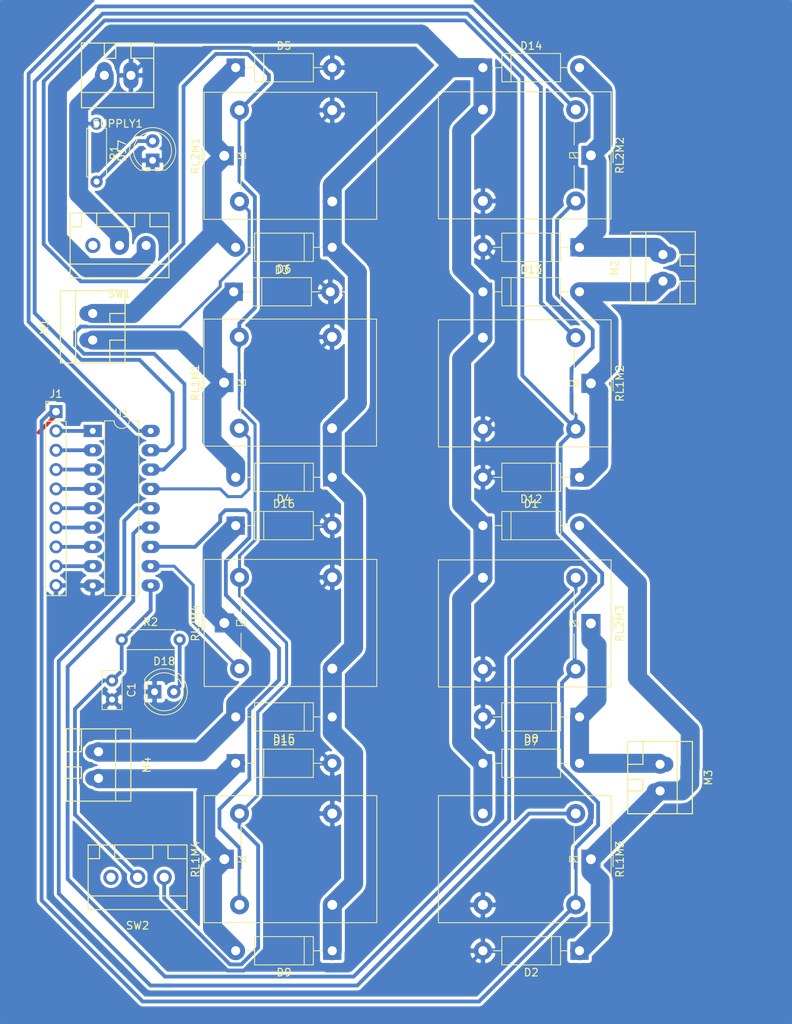
<source format=kicad_pcb>
(kicad_pcb (version 4) (host pcbnew 4.0.7-e2-6376~58~ubuntu16.04.1)

  (general
    (links 93)
    (no_connects 0)
    (area 35.56 38.1 139.700001 172.720001)
    (thickness 1.6)
    (drawings 0)
    (tracks 429)
    (zones 0)
    (modules 38)
    (nets 34)
  )

  (page A4)
  (layers
    (0 F.Cu signal hide)
    (31 B.Cu signal)
    (32 B.Adhes user)
    (33 F.Adhes user)
    (34 B.Paste user)
    (35 F.Paste user)
    (36 B.SilkS user)
    (37 F.SilkS user)
    (38 B.Mask user)
    (39 F.Mask user)
    (40 Dwgs.User user)
    (41 Cmts.User user)
    (42 Eco1.User user)
    (43 Eco2.User user)
    (44 Edge.Cuts user)
    (45 Margin user)
    (46 B.CrtYd user)
    (47 F.CrtYd user)
    (48 B.Fab user)
    (49 F.Fab user)
  )

  (setup
    (last_trace_width 0.5)
    (user_trace_width 0.6)
    (user_trace_width 0.8)
    (user_trace_width 1)
    (user_trace_width 1.6)
    (user_trace_width 2)
    (user_trace_width 2.4)
    (trace_clearance 0.3)
    (zone_clearance 0.508)
    (zone_45_only no)
    (trace_min 0.4)
    (segment_width 0.2)
    (edge_width 0.15)
    (via_size 1.8)
    (via_drill 0.8)
    (via_min_size 1.6)
    (via_min_drill 0.8)
    (uvia_size 0.3)
    (uvia_drill 0.1)
    (uvias_allowed no)
    (uvia_min_size 0.2)
    (uvia_min_drill 0.1)
    (pcb_text_width 0.3)
    (pcb_text_size 1.5 1.5)
    (mod_edge_width 0.15)
    (mod_text_size 1 1)
    (mod_text_width 0.15)
    (pad_size 1.524 1.524)
    (pad_drill 0.762)
    (pad_to_mask_clearance 0.2)
    (aux_axis_origin 0 0)
    (visible_elements FFFFFF7F)
    (pcbplotparams
      (layerselection 0x00030_80000001)
      (usegerberextensions false)
      (excludeedgelayer true)
      (linewidth 0.100000)
      (plotframeref false)
      (viasonmask false)
      (mode 1)
      (useauxorigin false)
      (hpglpennumber 1)
      (hpglpenspeed 20)
      (hpglpendiameter 15)
      (hpglpenoverlay 2)
      (psnegative false)
      (psa4output false)
      (plotreference true)
      (plotvalue true)
      (plotinvisibletext false)
      (padsonsilk false)
      (subtractmaskfromsilk false)
      (outputformat 1)
      (mirror false)
      (drillshape 1)
      (scaleselection 1)
      (outputdirectory ""))
  )

  (net 0 "")
  (net 1 "Net-(C1-Pad1)")
  (net 2 GND)
  (net 3 +12V)
  (net 4 "Net-(D1-Pad2)")
  (net 5 "Net-(D3-Pad1)")
  (net 6 "Net-(D5-Pad1)")
  (net 7 "Net-(D7-Pad2)")
  (net 8 "Net-(D10-Pad1)")
  (net 9 "Net-(D11-Pad2)")
  (net 10 "Net-(D13-Pad1)")
  (net 11 "Net-(D15-Pad2)")
  (net 12 "Net-(D17-Pad2)")
  (net 13 "Net-(D18-Pad2)")
  (net 14 "Net-(J1-Pad2)")
  (net 15 +5V)
  (net 16 "Net-(SW1-Pad3)")
  (net 17 "Net-(SW2-Pad3)")
  (net 18 "Net-(R1-Pad1)")
  (net 19 "Net-(RL1M1-Pad1)")
  (net 20 "Net-(RL1M2-Pad1)")
  (net 21 "Net-(RL1M3-Pad1)")
  (net 22 "Net-(RL1M4-Pad1)")
  (net 23 "Net-(RL2M1-Pad1)")
  (net 24 "Net-(RL2M2-Pad1)")
  (net 25 "Net-(RL2M3-Pad1)")
  (net 26 "Net-(RL2M4-Pad1)")
  (net 27 "Net-(J1-Pad3)")
  (net 28 "Net-(J1-Pad4)")
  (net 29 "Net-(J1-Pad5)")
  (net 30 "Net-(J1-Pad6)")
  (net 31 "Net-(J1-Pad7)")
  (net 32 "Net-(J1-Pad8)")
  (net 33 "Net-(J1-Pad9)")

  (net_class Default "This is the default net class."
    (clearance 0.3)
    (trace_width 0.5)
    (via_dia 1.8)
    (via_drill 0.8)
    (uvia_dia 0.3)
    (uvia_drill 0.1)
    (add_net +12V)
    (add_net +5V)
    (add_net GND)
    (add_net "Net-(C1-Pad1)")
    (add_net "Net-(D1-Pad2)")
    (add_net "Net-(D10-Pad1)")
    (add_net "Net-(D11-Pad2)")
    (add_net "Net-(D13-Pad1)")
    (add_net "Net-(D15-Pad2)")
    (add_net "Net-(D17-Pad2)")
    (add_net "Net-(D18-Pad2)")
    (add_net "Net-(D3-Pad1)")
    (add_net "Net-(D5-Pad1)")
    (add_net "Net-(D7-Pad2)")
    (add_net "Net-(J1-Pad2)")
    (add_net "Net-(J1-Pad3)")
    (add_net "Net-(J1-Pad4)")
    (add_net "Net-(J1-Pad5)")
    (add_net "Net-(J1-Pad6)")
    (add_net "Net-(J1-Pad7)")
    (add_net "Net-(J1-Pad8)")
    (add_net "Net-(J1-Pad9)")
    (add_net "Net-(R1-Pad1)")
    (add_net "Net-(RL1M1-Pad1)")
    (add_net "Net-(RL1M2-Pad1)")
    (add_net "Net-(RL1M3-Pad1)")
    (add_net "Net-(RL1M4-Pad1)")
    (add_net "Net-(RL2M1-Pad1)")
    (add_net "Net-(RL2M2-Pad1)")
    (add_net "Net-(RL2M3-Pad1)")
    (add_net "Net-(RL2M4-Pad1)")
    (add_net "Net-(SW1-Pad3)")
    (add_net "Net-(SW2-Pad3)")
  )

  (module Relay_Driver_4_motor_modded:Relay_SPDT_OMRON-G5LE-1 (layer F.Cu) (tedit 5A37FA6B) (tstamp 5A3808F0)
    (at 65.056 151.034 90)
    (descr "Omron Relay SPDT, http://www.omron.com/ecb/products/pdf/en-g5le.pdf")
    (tags "Omron Relay SPDT")
    (path /5A3891FF)
    (fp_text reference RL1M4 (at 0 -3.8 90) (layer F.SilkS)
      (effects (font (size 1 1) (thickness 0.15)))
    )
    (fp_text value G5Q-1 (at 0 20.95 90) (layer F.Fab)
      (effects (font (size 1 1) (thickness 0.15)))
    )
    (fp_line (start 0 -1.55) (end 1 -2.55) (layer F.Fab) (width 0.1))
    (fp_line (start 1 -2.55) (end 8.25 -2.55) (layer F.Fab) (width 0.1))
    (fp_line (start 8.25 -2.55) (end 8.25 19.95) (layer F.Fab) (width 0.1))
    (fp_line (start 8.25 19.95) (end -8.25 19.95) (layer F.Fab) (width 0.1))
    (fp_line (start -8.25 19.95) (end -8.25 -2.55) (layer F.Fab) (width 0.1))
    (fp_line (start -8.25 -2.55) (end -1 -2.55) (layer F.Fab) (width 0.1))
    (fp_line (start -1 -2.55) (end 0 -1.55) (layer F.Fab) (width 0.1))
    (fp_line (start -4.5 2) (end 4.5 2) (layer F.Fab) (width 0.1))
    (fp_line (start 8.35 20.05) (end 8.35 -2.65) (layer F.SilkS) (width 0.12))
    (fp_line (start 8.35 -2.65) (end -8.35 -2.65) (layer F.SilkS) (width 0.12))
    (fp_line (start -8.35 -2.65) (end -8.35 20.05) (layer F.SilkS) (width 0.12))
    (fp_line (start -8.35 20.05) (end 8.35 20.05) (layer F.SilkS) (width 0.12))
    (fp_line (start -0.35 2.4) (end 0.35 2) (layer F.SilkS) (width 0.12))
    (fp_line (start 0.35 2.8) (end 0.35 1.6) (layer F.SilkS) (width 0.12))
    (fp_line (start 0.35 1.6) (end -0.35 1.6) (layer F.SilkS) (width 0.12))
    (fp_line (start -0.35 1.6) (end -0.35 2.8) (layer F.SilkS) (width 0.12))
    (fp_line (start -0.35 2.8) (end 0.35 2.8) (layer F.SilkS) (width 0.12))
    (fp_line (start -1 -2.91) (end 1 -2.91) (layer F.SilkS) (width 0.12))
    (fp_line (start -4.5 2.2) (end -1.35 2.2) (layer F.SilkS) (width 0.12))
    (fp_line (start 1.35 2.2) (end 4.5 2.2) (layer F.SilkS) (width 0.12))
    (fp_line (start 8.5 20.2) (end 8.5 -2.8) (layer F.CrtYd) (width 0.05))
    (fp_line (start 8.5 -2.8) (end -8.5 -2.8) (layer F.CrtYd) (width 0.05))
    (fp_line (start -8.5 -2.8) (end -8.5 20.2) (layer F.CrtYd) (width 0.05))
    (fp_line (start -8.5 20.2) (end 8.5 20.2) (layer F.CrtYd) (width 0.05))
    (fp_text user %R (at -0.92 10.39 90) (layer F.Fab)
      (effects (font (size 1 1) (thickness 0.15)))
    )
    (pad 2 thru_hole rect (at 0 0 90) (size 2.5 2.5) (drill 1.3) (layers *.Cu *.Mask)
      (net 8 "Net-(D10-Pad1)"))
    (pad 1 thru_hole oval (at -6 2 90) (size 2.5 2.5) (drill 1.3) (layers *.Cu *.Mask)
      (net 22 "Net-(RL1M4-Pad1)"))
    (pad 3 thru_hole oval (at -6 14.2 90) (size 2.5 2.5) (drill 1.3) (layers *.Cu *.Mask)
      (net 3 +12V))
    (pad 4 thru_hole oval (at 6 14.2 90) (size 2.5 2.5) (drill 1.3) (layers *.Cu *.Mask)
      (net 2 GND))
    (pad 5 thru_hole oval (at 6 2 90) (size 2.5 2.5) (drill 1.3) (layers *.Cu *.Mask)
      (net 15 +5V))
    (model ${KISYS3DMOD}/Relays_THT.3dshapes/Relay_SPDT_OMRON-G5LE-1.wrl
      (at (xyz 0 0 0))
      (scale (xyz 1 1 1))
      (rotate (xyz 0 0 0))
    )
  )

  (module Diodes_THT:D_DO-15_P12.70mm_Horizontal (layer F.Cu) (tedit 5921392E) (tstamp 5A37C5C2)
    (at 66.548 107.188)
    (descr "D, DO-15 series, Axial, Horizontal, pin pitch=12.7mm, , length*diameter=7.6*3.6mm^2, , http://www.diodes.com/_files/packages/DO-15.pdf")
    (tags "D DO-15 series Axial Horizontal pin pitch 12.7mm  length 7.6mm diameter 3.6mm")
    (path /5A380015)
    (fp_text reference D16 (at 6.35 -2.86) (layer F.SilkS)
      (effects (font (size 1 1) (thickness 0.15)))
    )
    (fp_text value D (at 6.35 2.86) (layer F.Fab)
      (effects (font (size 1 1) (thickness 0.15)))
    )
    (fp_text user %R (at 6.35 0) (layer F.Fab)
      (effects (font (size 1 1) (thickness 0.15)))
    )
    (fp_line (start 2.55 -1.8) (end 2.55 1.8) (layer F.Fab) (width 0.1))
    (fp_line (start 2.55 1.8) (end 10.15 1.8) (layer F.Fab) (width 0.1))
    (fp_line (start 10.15 1.8) (end 10.15 -1.8) (layer F.Fab) (width 0.1))
    (fp_line (start 10.15 -1.8) (end 2.55 -1.8) (layer F.Fab) (width 0.1))
    (fp_line (start 0 0) (end 2.55 0) (layer F.Fab) (width 0.1))
    (fp_line (start 12.7 0) (end 10.15 0) (layer F.Fab) (width 0.1))
    (fp_line (start 3.69 -1.8) (end 3.69 1.8) (layer F.Fab) (width 0.1))
    (fp_line (start 2.49 -1.86) (end 2.49 1.86) (layer F.SilkS) (width 0.12))
    (fp_line (start 2.49 1.86) (end 10.21 1.86) (layer F.SilkS) (width 0.12))
    (fp_line (start 10.21 1.86) (end 10.21 -1.86) (layer F.SilkS) (width 0.12))
    (fp_line (start 10.21 -1.86) (end 2.49 -1.86) (layer F.SilkS) (width 0.12))
    (fp_line (start 1.38 0) (end 2.49 0) (layer F.SilkS) (width 0.12))
    (fp_line (start 11.32 0) (end 10.21 0) (layer F.SilkS) (width 0.12))
    (fp_line (start 3.69 -1.86) (end 3.69 1.86) (layer F.SilkS) (width 0.12))
    (fp_line (start -1.45 -2.15) (end -1.45 2.15) (layer F.CrtYd) (width 0.05))
    (fp_line (start -1.45 2.15) (end 14.15 2.15) (layer F.CrtYd) (width 0.05))
    (fp_line (start 14.15 2.15) (end 14.15 -2.15) (layer F.CrtYd) (width 0.05))
    (fp_line (start 14.15 -2.15) (end -1.45 -2.15) (layer F.CrtYd) (width 0.05))
    (pad 1 thru_hole rect (at 0 0) (size 2.4 2.4) (drill 1.2) (layers *.Cu *.Mask)
      (net 11 "Net-(D15-Pad2)"))
    (pad 2 thru_hole oval (at 12.7 0) (size 2.4 2.4) (drill 1.2) (layers *.Cu *.Mask)
      (net 2 GND))
    (model ${KISYS3DMOD}/Diodes_THT.3dshapes/D_DO-15_P12.70mm_Horizontal.wrl
      (at (xyz 0 0 0))
      (scale (xyz 0.393701 0.393701 0.393701))
      (rotate (xyz 0 0 0))
    )
  )

  (module Diodes_THT:D_DO-15_P12.70mm_Horizontal (layer F.Cu) (tedit 5921392E) (tstamp 5A37C4E1)
    (at 99.06 138.43)
    (descr "D, DO-15 series, Axial, Horizontal, pin pitch=12.7mm, , length*diameter=7.6*3.6mm^2, , http://www.diodes.com/_files/packages/DO-15.pdf")
    (tags "D DO-15 series Axial Horizontal pin pitch 12.7mm  length 7.6mm diameter 3.6mm")
    (path /5A380246)
    (fp_text reference D7 (at 6.35 -2.86) (layer F.SilkS)
      (effects (font (size 1 1) (thickness 0.15)))
    )
    (fp_text value D (at 6.35 2.86) (layer F.Fab)
      (effects (font (size 1 1) (thickness 0.15)))
    )
    (fp_text user %R (at 6.35 0) (layer F.Fab)
      (effects (font (size 1 1) (thickness 0.15)))
    )
    (fp_line (start 2.55 -1.8) (end 2.55 1.8) (layer F.Fab) (width 0.1))
    (fp_line (start 2.55 1.8) (end 10.15 1.8) (layer F.Fab) (width 0.1))
    (fp_line (start 10.15 1.8) (end 10.15 -1.8) (layer F.Fab) (width 0.1))
    (fp_line (start 10.15 -1.8) (end 2.55 -1.8) (layer F.Fab) (width 0.1))
    (fp_line (start 0 0) (end 2.55 0) (layer F.Fab) (width 0.1))
    (fp_line (start 12.7 0) (end 10.15 0) (layer F.Fab) (width 0.1))
    (fp_line (start 3.69 -1.8) (end 3.69 1.8) (layer F.Fab) (width 0.1))
    (fp_line (start 2.49 -1.86) (end 2.49 1.86) (layer F.SilkS) (width 0.12))
    (fp_line (start 2.49 1.86) (end 10.21 1.86) (layer F.SilkS) (width 0.12))
    (fp_line (start 10.21 1.86) (end 10.21 -1.86) (layer F.SilkS) (width 0.12))
    (fp_line (start 10.21 -1.86) (end 2.49 -1.86) (layer F.SilkS) (width 0.12))
    (fp_line (start 1.38 0) (end 2.49 0) (layer F.SilkS) (width 0.12))
    (fp_line (start 11.32 0) (end 10.21 0) (layer F.SilkS) (width 0.12))
    (fp_line (start 3.69 -1.86) (end 3.69 1.86) (layer F.SilkS) (width 0.12))
    (fp_line (start -1.45 -2.15) (end -1.45 2.15) (layer F.CrtYd) (width 0.05))
    (fp_line (start -1.45 2.15) (end 14.15 2.15) (layer F.CrtYd) (width 0.05))
    (fp_line (start 14.15 2.15) (end 14.15 -2.15) (layer F.CrtYd) (width 0.05))
    (fp_line (start 14.15 -2.15) (end -1.45 -2.15) (layer F.CrtYd) (width 0.05))
    (pad 1 thru_hole rect (at 0 0) (size 2.4 2.4) (drill 1.2) (layers *.Cu *.Mask)
      (net 3 +12V))
    (pad 2 thru_hole oval (at 12.7 0) (size 2.4 2.4) (drill 1.2) (layers *.Cu *.Mask)
      (net 7 "Net-(D7-Pad2)"))
    (model ${KISYS3DMOD}/Diodes_THT.3dshapes/D_DO-15_P12.70mm_Horizontal.wrl
      (at (xyz 0 0 0))
      (scale (xyz 0.393701 0.393701 0.393701))
      (rotate (xyz 0 0 0))
    )
  )

  (module Connectors_WAGO:WAGO_734_2pin_Straight_RuggedPads (layer F.Cu) (tedit 0) (tstamp 5A37C634)
    (at 122.3518 140.31214 270)
    (descr "WAGO, Serie 734, Socket, Stiftleiste, 2 polig, 2 pin, rugged Pads, straight, gerade, Date 05Jul2010,")
    (tags "WAGO, Serie 734, Socket, Stiftleiste, 2 polig, 2 pin, rugged Pads, straight, gerade, Date 05Jul2010,")
    (path /5A377B06)
    (fp_text reference M3 (at 0 -6.35 270) (layer F.SilkS)
      (effects (font (size 1 1) (thickness 0.15)))
    )
    (fp_text value Conn_01x02 (at 0 6.35 270) (layer F.Fab)
      (effects (font (size 1 1) (thickness 0.15)))
    )
    (fp_line (start -4.7498 -2.25044) (end 4.7498 -2.25044) (layer F.SilkS) (width 0.15))
    (fp_line (start 0.24892 4.24942) (end 0.24892 2.25044) (layer F.SilkS) (width 0.15))
    (fp_line (start 0.24892 2.25044) (end 1.75006 2.25044) (layer F.SilkS) (width 0.15))
    (fp_line (start 1.75006 2.25044) (end 1.75006 4.24942) (layer F.SilkS) (width 0.15))
    (fp_line (start -4.7498 2.25044) (end -1.75006 2.25044) (layer F.SilkS) (width 0.15))
    (fp_line (start -1.75006 2.25044) (end -1.75006 4.20116) (layer F.SilkS) (width 0.15))
    (fp_line (start 4.7498 4.24942) (end 4.7498 -4.24942) (layer F.SilkS) (width 0.15))
    (fp_line (start 4.7498 -4.24942) (end -4.7498 -4.24942) (layer F.SilkS) (width 0.15))
    (fp_line (start -4.7498 -4.24942) (end -4.7498 4.24942) (layer F.SilkS) (width 0.15))
    (fp_line (start -4.7498 4.24942) (end 4.7498 4.24942) (layer F.SilkS) (width 0.15))
    (pad 2 thru_hole oval (at 1.75006 0 270) (size 1.99898 3.50012) (drill 1.19888) (layers *.Cu *.Mask)
      (net 4 "Net-(D1-Pad2)"))
    (pad 1 thru_hole oval (at -1.75006 0 270) (size 1.99898 3.50012) (drill 1.19888) (layers *.Cu *.Mask)
      (net 7 "Net-(D7-Pad2)"))
  )

  (module Relay_Driver_4_motor_modded:Relay_SPDT_OMRON-G5LE-1 (layer F.Cu) (tedit 5A37FA6B) (tstamp 5A3808CF)
    (at 113.26 151.034 270)
    (descr "Omron Relay SPDT, http://www.omron.com/ecb/products/pdf/en-g5le.pdf")
    (tags "Omron Relay SPDT")
    (path /5A38913F)
    (fp_text reference RL1M3 (at 0 -3.8 270) (layer F.SilkS)
      (effects (font (size 1 1) (thickness 0.15)))
    )
    (fp_text value G5Q-1 (at 0 20.95 270) (layer F.Fab)
      (effects (font (size 1 1) (thickness 0.15)))
    )
    (fp_line (start 0 -1.55) (end 1 -2.55) (layer F.Fab) (width 0.1))
    (fp_line (start 1 -2.55) (end 8.25 -2.55) (layer F.Fab) (width 0.1))
    (fp_line (start 8.25 -2.55) (end 8.25 19.95) (layer F.Fab) (width 0.1))
    (fp_line (start 8.25 19.95) (end -8.25 19.95) (layer F.Fab) (width 0.1))
    (fp_line (start -8.25 19.95) (end -8.25 -2.55) (layer F.Fab) (width 0.1))
    (fp_line (start -8.25 -2.55) (end -1 -2.55) (layer F.Fab) (width 0.1))
    (fp_line (start -1 -2.55) (end 0 -1.55) (layer F.Fab) (width 0.1))
    (fp_line (start -4.5 2) (end 4.5 2) (layer F.Fab) (width 0.1))
    (fp_line (start 8.35 20.05) (end 8.35 -2.65) (layer F.SilkS) (width 0.12))
    (fp_line (start 8.35 -2.65) (end -8.35 -2.65) (layer F.SilkS) (width 0.12))
    (fp_line (start -8.35 -2.65) (end -8.35 20.05) (layer F.SilkS) (width 0.12))
    (fp_line (start -8.35 20.05) (end 8.35 20.05) (layer F.SilkS) (width 0.12))
    (fp_line (start -0.35 2.4) (end 0.35 2) (layer F.SilkS) (width 0.12))
    (fp_line (start 0.35 2.8) (end 0.35 1.6) (layer F.SilkS) (width 0.12))
    (fp_line (start 0.35 1.6) (end -0.35 1.6) (layer F.SilkS) (width 0.12))
    (fp_line (start -0.35 1.6) (end -0.35 2.8) (layer F.SilkS) (width 0.12))
    (fp_line (start -0.35 2.8) (end 0.35 2.8) (layer F.SilkS) (width 0.12))
    (fp_line (start -1 -2.91) (end 1 -2.91) (layer F.SilkS) (width 0.12))
    (fp_line (start -4.5 2.2) (end -1.35 2.2) (layer F.SilkS) (width 0.12))
    (fp_line (start 1.35 2.2) (end 4.5 2.2) (layer F.SilkS) (width 0.12))
    (fp_line (start 8.5 20.2) (end 8.5 -2.8) (layer F.CrtYd) (width 0.05))
    (fp_line (start 8.5 -2.8) (end -8.5 -2.8) (layer F.CrtYd) (width 0.05))
    (fp_line (start -8.5 -2.8) (end -8.5 20.2) (layer F.CrtYd) (width 0.05))
    (fp_line (start -8.5 20.2) (end 8.5 20.2) (layer F.CrtYd) (width 0.05))
    (fp_text user %R (at 0 8.7 270) (layer F.Fab)
      (effects (font (size 1 1) (thickness 0.15)))
    )
    (pad 2 thru_hole rect (at 0 0 270) (size 2.5 2.5) (drill 1.3) (layers *.Cu *.Mask)
      (net 4 "Net-(D1-Pad2)"))
    (pad 1 thru_hole oval (at -6 2 270) (size 2.5 2.5) (drill 1.3) (layers *.Cu *.Mask)
      (net 21 "Net-(RL1M3-Pad1)"))
    (pad 3 thru_hole oval (at -6 14.2 270) (size 2.5 2.5) (drill 1.3) (layers *.Cu *.Mask)
      (net 3 +12V))
    (pad 4 thru_hole oval (at 6 14.2 270) (size 2.5 2.5) (drill 1.3) (layers *.Cu *.Mask)
      (net 2 GND))
    (pad 5 thru_hole oval (at 6 2 270) (size 2.5 2.5) (drill 1.3) (layers *.Cu *.Mask)
      (net 15 +5V))
    (model ${KISYS3DMOD}/Relays_THT.3dshapes/Relay_SPDT_OMRON-G5LE-1.wrl
      (at (xyz 0 0 0))
      (scale (xyz 1 1 1))
      (rotate (xyz 0 0 0))
    )
  )

  (module Relay_Driver_4_motor_modded:Relay_SPDT_OMRON-G5LE-1 (layer F.Cu) (tedit 5A37FA6B) (tstamp 5A380953)
    (at 113.26 120.046 270)
    (descr "Omron Relay SPDT, http://www.omron.com/ecb/products/pdf/en-g5le.pdf")
    (tags "Omron Relay SPDT")
    (path /5A389314)
    (fp_text reference RL2M3 (at 0 -3.8 270) (layer F.SilkS)
      (effects (font (size 1 1) (thickness 0.15)))
    )
    (fp_text value G5Q-1 (at 0 20.95 270) (layer F.Fab)
      (effects (font (size 1 1) (thickness 0.15)))
    )
    (fp_line (start 0 -1.55) (end 1 -2.55) (layer F.Fab) (width 0.1))
    (fp_line (start 1 -2.55) (end 8.25 -2.55) (layer F.Fab) (width 0.1))
    (fp_line (start 8.25 -2.55) (end 8.25 19.95) (layer F.Fab) (width 0.1))
    (fp_line (start 8.25 19.95) (end -8.25 19.95) (layer F.Fab) (width 0.1))
    (fp_line (start -8.25 19.95) (end -8.25 -2.55) (layer F.Fab) (width 0.1))
    (fp_line (start -8.25 -2.55) (end -1 -2.55) (layer F.Fab) (width 0.1))
    (fp_line (start -1 -2.55) (end 0 -1.55) (layer F.Fab) (width 0.1))
    (fp_line (start -4.5 2) (end 4.5 2) (layer F.Fab) (width 0.1))
    (fp_line (start 8.35 20.05) (end 8.35 -2.65) (layer F.SilkS) (width 0.12))
    (fp_line (start 8.35 -2.65) (end -8.35 -2.65) (layer F.SilkS) (width 0.12))
    (fp_line (start -8.35 -2.65) (end -8.35 20.05) (layer F.SilkS) (width 0.12))
    (fp_line (start -8.35 20.05) (end 8.35 20.05) (layer F.SilkS) (width 0.12))
    (fp_line (start -0.35 2.4) (end 0.35 2) (layer F.SilkS) (width 0.12))
    (fp_line (start 0.35 2.8) (end 0.35 1.6) (layer F.SilkS) (width 0.12))
    (fp_line (start 0.35 1.6) (end -0.35 1.6) (layer F.SilkS) (width 0.12))
    (fp_line (start -0.35 1.6) (end -0.35 2.8) (layer F.SilkS) (width 0.12))
    (fp_line (start -0.35 2.8) (end 0.35 2.8) (layer F.SilkS) (width 0.12))
    (fp_line (start -1 -2.91) (end 1 -2.91) (layer F.SilkS) (width 0.12))
    (fp_line (start -4.5 2.2) (end -1.35 2.2) (layer F.SilkS) (width 0.12))
    (fp_line (start 1.35 2.2) (end 4.5 2.2) (layer F.SilkS) (width 0.12))
    (fp_line (start 8.5 20.2) (end 8.5 -2.8) (layer F.CrtYd) (width 0.05))
    (fp_line (start 8.5 -2.8) (end -8.5 -2.8) (layer F.CrtYd) (width 0.05))
    (fp_line (start -8.5 -2.8) (end -8.5 20.2) (layer F.CrtYd) (width 0.05))
    (fp_line (start -8.5 20.2) (end 8.5 20.2) (layer F.CrtYd) (width 0.05))
    (fp_text user %R (at -0.35 7.08 270) (layer F.Fab)
      (effects (font (size 1 1) (thickness 0.15)))
    )
    (pad 2 thru_hole rect (at 0 0 270) (size 2.5 2.5) (drill 1.3) (layers *.Cu *.Mask)
      (net 7 "Net-(D7-Pad2)"))
    (pad 1 thru_hole oval (at -6 2 270) (size 2.5 2.5) (drill 1.3) (layers *.Cu *.Mask)
      (net 25 "Net-(RL2M3-Pad1)"))
    (pad 3 thru_hole oval (at -6 14.2 270) (size 2.5 2.5) (drill 1.3) (layers *.Cu *.Mask)
      (net 3 +12V))
    (pad 4 thru_hole oval (at 6 14.2 270) (size 2.5 2.5) (drill 1.3) (layers *.Cu *.Mask)
      (net 2 GND))
    (pad 5 thru_hole oval (at 6 2 270) (size 2.5 2.5) (drill 1.3) (layers *.Cu *.Mask)
      (net 15 +5V))
    (model ${KISYS3DMOD}/Relays_THT.3dshapes/Relay_SPDT_OMRON-G5LE-1.wrl
      (at (xyz 0 0 0))
      (scale (xyz 1 1 1))
      (rotate (xyz 0 0 0))
    )
  )

  (module Diodes_THT:D_DO-15_P12.70mm_Horizontal (layer F.Cu) (tedit 5921392E) (tstamp 5A37C4FA)
    (at 111.76 132.334 180)
    (descr "D, DO-15 series, Axial, Horizontal, pin pitch=12.7mm, , length*diameter=7.6*3.6mm^2, , http://www.diodes.com/_files/packages/DO-15.pdf")
    (tags "D DO-15 series Axial Horizontal pin pitch 12.7mm  length 7.6mm diameter 3.6mm")
    (path /5A37FF8F)
    (fp_text reference D8 (at 6.35 -2.86 180) (layer F.SilkS)
      (effects (font (size 1 1) (thickness 0.15)))
    )
    (fp_text value D (at 6.35 2.86 180) (layer F.Fab)
      (effects (font (size 1 1) (thickness 0.15)))
    )
    (fp_text user %R (at 6.35 0 180) (layer F.Fab)
      (effects (font (size 1 1) (thickness 0.15)))
    )
    (fp_line (start 2.55 -1.8) (end 2.55 1.8) (layer F.Fab) (width 0.1))
    (fp_line (start 2.55 1.8) (end 10.15 1.8) (layer F.Fab) (width 0.1))
    (fp_line (start 10.15 1.8) (end 10.15 -1.8) (layer F.Fab) (width 0.1))
    (fp_line (start 10.15 -1.8) (end 2.55 -1.8) (layer F.Fab) (width 0.1))
    (fp_line (start 0 0) (end 2.55 0) (layer F.Fab) (width 0.1))
    (fp_line (start 12.7 0) (end 10.15 0) (layer F.Fab) (width 0.1))
    (fp_line (start 3.69 -1.8) (end 3.69 1.8) (layer F.Fab) (width 0.1))
    (fp_line (start 2.49 -1.86) (end 2.49 1.86) (layer F.SilkS) (width 0.12))
    (fp_line (start 2.49 1.86) (end 10.21 1.86) (layer F.SilkS) (width 0.12))
    (fp_line (start 10.21 1.86) (end 10.21 -1.86) (layer F.SilkS) (width 0.12))
    (fp_line (start 10.21 -1.86) (end 2.49 -1.86) (layer F.SilkS) (width 0.12))
    (fp_line (start 1.38 0) (end 2.49 0) (layer F.SilkS) (width 0.12))
    (fp_line (start 11.32 0) (end 10.21 0) (layer F.SilkS) (width 0.12))
    (fp_line (start 3.69 -1.86) (end 3.69 1.86) (layer F.SilkS) (width 0.12))
    (fp_line (start -1.45 -2.15) (end -1.45 2.15) (layer F.CrtYd) (width 0.05))
    (fp_line (start -1.45 2.15) (end 14.15 2.15) (layer F.CrtYd) (width 0.05))
    (fp_line (start 14.15 2.15) (end 14.15 -2.15) (layer F.CrtYd) (width 0.05))
    (fp_line (start 14.15 -2.15) (end -1.45 -2.15) (layer F.CrtYd) (width 0.05))
    (pad 1 thru_hole rect (at 0 0 180) (size 2.4 2.4) (drill 1.2) (layers *.Cu *.Mask)
      (net 7 "Net-(D7-Pad2)"))
    (pad 2 thru_hole oval (at 12.7 0 180) (size 2.4 2.4) (drill 1.2) (layers *.Cu *.Mask)
      (net 2 GND))
    (model ${KISYS3DMOD}/Diodes_THT.3dshapes/D_DO-15_P12.70mm_Horizontal.wrl
      (at (xyz 0 0 0))
      (scale (xyz 0.393701 0.393701 0.393701))
      (rotate (xyz 0 0 0))
    )
  )

  (module Housings_DIP:DIP-18_W7.62mm_LongPads (layer F.Cu) (tedit 59C78D6B) (tstamp 5A37C7E6)
    (at 47.752 94.742)
    (descr "18-lead though-hole mounted DIP package, row spacing 7.62 mm (300 mils), LongPads")
    (tags "THT DIP DIL PDIP 2.54mm 7.62mm 300mil LongPads")
    (path /5A377CA7)
    (fp_text reference U1 (at 3.81 -2.33) (layer F.SilkS)
      (effects (font (size 1 1) (thickness 0.15)))
    )
    (fp_text value ULN2803A (at 3.81 22.65) (layer F.Fab)
      (effects (font (size 1 1) (thickness 0.15)))
    )
    (fp_arc (start 3.81 -1.33) (end 2.81 -1.33) (angle -180) (layer F.SilkS) (width 0.12))
    (fp_line (start 1.635 -1.27) (end 6.985 -1.27) (layer F.Fab) (width 0.1))
    (fp_line (start 6.985 -1.27) (end 6.985 21.59) (layer F.Fab) (width 0.1))
    (fp_line (start 6.985 21.59) (end 0.635 21.59) (layer F.Fab) (width 0.1))
    (fp_line (start 0.635 21.59) (end 0.635 -0.27) (layer F.Fab) (width 0.1))
    (fp_line (start 0.635 -0.27) (end 1.635 -1.27) (layer F.Fab) (width 0.1))
    (fp_line (start 2.81 -1.33) (end 1.56 -1.33) (layer F.SilkS) (width 0.12))
    (fp_line (start 1.56 -1.33) (end 1.56 21.65) (layer F.SilkS) (width 0.12))
    (fp_line (start 1.56 21.65) (end 6.06 21.65) (layer F.SilkS) (width 0.12))
    (fp_line (start 6.06 21.65) (end 6.06 -1.33) (layer F.SilkS) (width 0.12))
    (fp_line (start 6.06 -1.33) (end 4.81 -1.33) (layer F.SilkS) (width 0.12))
    (fp_line (start -1.45 -1.55) (end -1.45 21.85) (layer F.CrtYd) (width 0.05))
    (fp_line (start -1.45 21.85) (end 9.1 21.85) (layer F.CrtYd) (width 0.05))
    (fp_line (start 9.1 21.85) (end 9.1 -1.55) (layer F.CrtYd) (width 0.05))
    (fp_line (start 9.1 -1.55) (end -1.45 -1.55) (layer F.CrtYd) (width 0.05))
    (fp_text user %R (at 1.27 15.24) (layer F.Fab)
      (effects (font (size 1 1) (thickness 0.15)))
    )
    (pad 1 thru_hole rect (at 0 0) (size 2.4 1.6) (drill 0.8) (layers *.Cu *.Mask)
      (net 14 "Net-(J1-Pad2)"))
    (pad 10 thru_hole oval (at 7.62 20.32) (size 2.4 1.6) (drill 0.8) (layers *.Cu *.Mask)
      (net 1 "Net-(C1-Pad1)"))
    (pad 2 thru_hole oval (at 0 2.54) (size 2.4 1.6) (drill 0.8) (layers *.Cu *.Mask)
      (net 27 "Net-(J1-Pad3)"))
    (pad 11 thru_hole oval (at 7.62 17.78) (size 2.4 1.6) (drill 0.8) (layers *.Cu *.Mask)
      (net 26 "Net-(RL2M4-Pad1)"))
    (pad 3 thru_hole oval (at 0 5.08) (size 2.4 1.6) (drill 0.8) (layers *.Cu *.Mask)
      (net 28 "Net-(J1-Pad4)"))
    (pad 12 thru_hole oval (at 7.62 15.24) (size 2.4 1.6) (drill 0.8) (layers *.Cu *.Mask)
      (net 22 "Net-(RL1M4-Pad1)"))
    (pad 4 thru_hole oval (at 0 7.62) (size 2.4 1.6) (drill 0.8) (layers *.Cu *.Mask)
      (net 29 "Net-(J1-Pad5)"))
    (pad 13 thru_hole oval (at 7.62 12.7) (size 2.4 1.6) (drill 0.8) (layers *.Cu *.Mask)
      (net 25 "Net-(RL2M3-Pad1)"))
    (pad 5 thru_hole oval (at 0 10.16) (size 2.4 1.6) (drill 0.8) (layers *.Cu *.Mask)
      (net 30 "Net-(J1-Pad6)"))
    (pad 14 thru_hole oval (at 7.62 10.16) (size 2.4 1.6) (drill 0.8) (layers *.Cu *.Mask)
      (net 21 "Net-(RL1M3-Pad1)"))
    (pad 6 thru_hole oval (at 0 12.7) (size 2.4 1.6) (drill 0.8) (layers *.Cu *.Mask)
      (net 31 "Net-(J1-Pad7)"))
    (pad 15 thru_hole oval (at 7.62 7.62) (size 2.4 1.6) (drill 0.8) (layers *.Cu *.Mask)
      (net 19 "Net-(RL1M1-Pad1)"))
    (pad 7 thru_hole oval (at 0 15.24) (size 2.4 1.6) (drill 0.8) (layers *.Cu *.Mask)
      (net 32 "Net-(J1-Pad8)"))
    (pad 16 thru_hole oval (at 7.62 5.08) (size 2.4 1.6) (drill 0.8) (layers *.Cu *.Mask)
      (net 23 "Net-(RL2M1-Pad1)"))
    (pad 8 thru_hole oval (at 0 17.78) (size 2.4 1.6) (drill 0.8) (layers *.Cu *.Mask)
      (net 33 "Net-(J1-Pad9)"))
    (pad 17 thru_hole oval (at 7.62 2.54) (size 2.4 1.6) (drill 0.8) (layers *.Cu *.Mask)
      (net 20 "Net-(RL1M2-Pad1)"))
    (pad 9 thru_hole oval (at 0 20.32) (size 2.4 1.6) (drill 0.8) (layers *.Cu *.Mask)
      (net 2 GND))
    (pad 18 thru_hole oval (at 7.62 0) (size 2.4 1.6) (drill 0.8) (layers *.Cu *.Mask)
      (net 24 "Net-(RL2M2-Pad1)"))
    (model ${KISYS3DMOD}/Housings_DIP.3dshapes/DIP-18_W7.62mm.wrl
      (at (xyz 0 0 0))
      (scale (xyz 1 1 1))
      (rotate (xyz 0 0 0))
    )
  )

  (module Diodes_THT:D_DO-15_P12.70mm_Horizontal (layer F.Cu) (tedit 5921392E) (tstamp 5A37C4AF)
    (at 66.548 46.99)
    (descr "D, DO-15 series, Axial, Horizontal, pin pitch=12.7mm, , length*diameter=7.6*3.6mm^2, , http://www.diodes.com/_files/packages/DO-15.pdf")
    (tags "D DO-15 series Axial Horizontal pin pitch 12.7mm  length 7.6mm diameter 3.6mm")
    (path /5A37FF17)
    (fp_text reference D5 (at 6.35 -2.86) (layer F.SilkS)
      (effects (font (size 1 1) (thickness 0.15)))
    )
    (fp_text value D (at 6.35 2.86) (layer F.Fab)
      (effects (font (size 1 1) (thickness 0.15)))
    )
    (fp_text user %R (at 5.334 0.508) (layer F.Fab)
      (effects (font (size 1 1) (thickness 0.15)))
    )
    (fp_line (start 2.55 -1.8) (end 2.55 1.8) (layer F.Fab) (width 0.1))
    (fp_line (start 2.55 1.8) (end 10.15 1.8) (layer F.Fab) (width 0.1))
    (fp_line (start 10.15 1.8) (end 10.15 -1.8) (layer F.Fab) (width 0.1))
    (fp_line (start 10.15 -1.8) (end 2.55 -1.8) (layer F.Fab) (width 0.1))
    (fp_line (start 0 0) (end 2.55 0) (layer F.Fab) (width 0.1))
    (fp_line (start 12.7 0) (end 10.15 0) (layer F.Fab) (width 0.1))
    (fp_line (start 3.69 -1.8) (end 3.69 1.8) (layer F.Fab) (width 0.1))
    (fp_line (start 2.49 -1.86) (end 2.49 1.86) (layer F.SilkS) (width 0.12))
    (fp_line (start 2.49 1.86) (end 10.21 1.86) (layer F.SilkS) (width 0.12))
    (fp_line (start 10.21 1.86) (end 10.21 -1.86) (layer F.SilkS) (width 0.12))
    (fp_line (start 10.21 -1.86) (end 2.49 -1.86) (layer F.SilkS) (width 0.12))
    (fp_line (start 1.38 0) (end 2.49 0) (layer F.SilkS) (width 0.12))
    (fp_line (start 11.32 0) (end 10.21 0) (layer F.SilkS) (width 0.12))
    (fp_line (start 3.69 -1.86) (end 3.69 1.86) (layer F.SilkS) (width 0.12))
    (fp_line (start -1.45 -2.15) (end -1.45 2.15) (layer F.CrtYd) (width 0.05))
    (fp_line (start -1.45 2.15) (end 14.15 2.15) (layer F.CrtYd) (width 0.05))
    (fp_line (start 14.15 2.15) (end 14.15 -2.15) (layer F.CrtYd) (width 0.05))
    (fp_line (start 14.15 -2.15) (end -1.45 -2.15) (layer F.CrtYd) (width 0.05))
    (pad 1 thru_hole rect (at 0 0) (size 2.4 2.4) (drill 1.2) (layers *.Cu *.Mask)
      (net 6 "Net-(D5-Pad1)"))
    (pad 2 thru_hole oval (at 12.7 0) (size 2.4 2.4) (drill 1.2) (layers *.Cu *.Mask)
      (net 2 GND))
    (model ${KISYS3DMOD}/Diodes_THT.3dshapes/D_DO-15_P12.70mm_Horizontal.wrl
      (at (xyz 0 0 0))
      (scale (xyz 0.393701 0.393701 0.393701))
      (rotate (xyz 0 0 0))
    )
  )

  (module Diodes_THT:D_DO-15_P12.70mm_Horizontal (layer F.Cu) (tedit 5921392E) (tstamp 5A37C55E)
    (at 111.76 100.838 180)
    (descr "D, DO-15 series, Axial, Horizontal, pin pitch=12.7mm, , length*diameter=7.6*3.6mm^2, , http://www.diodes.com/_files/packages/DO-15.pdf")
    (tags "D DO-15 series Axial Horizontal pin pitch 12.7mm  length 7.6mm diameter 3.6mm")
    (path /5A3801F7)
    (fp_text reference D12 (at 6.35 -2.86 180) (layer F.SilkS)
      (effects (font (size 1 1) (thickness 0.15)))
    )
    (fp_text value D (at 6.35 2.86 180) (layer F.Fab)
      (effects (font (size 1 1) (thickness 0.15)))
    )
    (fp_text user %R (at 6.35 0 180) (layer F.Fab)
      (effects (font (size 1 1) (thickness 0.15)))
    )
    (fp_line (start 2.55 -1.8) (end 2.55 1.8) (layer F.Fab) (width 0.1))
    (fp_line (start 2.55 1.8) (end 10.15 1.8) (layer F.Fab) (width 0.1))
    (fp_line (start 10.15 1.8) (end 10.15 -1.8) (layer F.Fab) (width 0.1))
    (fp_line (start 10.15 -1.8) (end 2.55 -1.8) (layer F.Fab) (width 0.1))
    (fp_line (start 0 0) (end 2.55 0) (layer F.Fab) (width 0.1))
    (fp_line (start 12.7 0) (end 10.15 0) (layer F.Fab) (width 0.1))
    (fp_line (start 3.69 -1.8) (end 3.69 1.8) (layer F.Fab) (width 0.1))
    (fp_line (start 2.49 -1.86) (end 2.49 1.86) (layer F.SilkS) (width 0.12))
    (fp_line (start 2.49 1.86) (end 10.21 1.86) (layer F.SilkS) (width 0.12))
    (fp_line (start 10.21 1.86) (end 10.21 -1.86) (layer F.SilkS) (width 0.12))
    (fp_line (start 10.21 -1.86) (end 2.49 -1.86) (layer F.SilkS) (width 0.12))
    (fp_line (start 1.38 0) (end 2.49 0) (layer F.SilkS) (width 0.12))
    (fp_line (start 11.32 0) (end 10.21 0) (layer F.SilkS) (width 0.12))
    (fp_line (start 3.69 -1.86) (end 3.69 1.86) (layer F.SilkS) (width 0.12))
    (fp_line (start -1.45 -2.15) (end -1.45 2.15) (layer F.CrtYd) (width 0.05))
    (fp_line (start -1.45 2.15) (end 14.15 2.15) (layer F.CrtYd) (width 0.05))
    (fp_line (start 14.15 2.15) (end 14.15 -2.15) (layer F.CrtYd) (width 0.05))
    (fp_line (start 14.15 -2.15) (end -1.45 -2.15) (layer F.CrtYd) (width 0.05))
    (pad 1 thru_hole rect (at 0 0 180) (size 2.4 2.4) (drill 1.2) (layers *.Cu *.Mask)
      (net 9 "Net-(D11-Pad2)"))
    (pad 2 thru_hole oval (at 12.7 0 180) (size 2.4 2.4) (drill 1.2) (layers *.Cu *.Mask)
      (net 2 GND))
    (model ${KISYS3DMOD}/Diodes_THT.3dshapes/D_DO-15_P12.70mm_Horizontal.wrl
      (at (xyz 0 0 0))
      (scale (xyz 0.393701 0.393701 0.393701))
      (rotate (xyz 0 0 0))
    )
  )

  (module Diodes_THT:D_DO-15_P12.70mm_Horizontal (layer F.Cu) (tedit 5921392E) (tstamp 5A37C545)
    (at 99.06 76.454)
    (descr "D, DO-15 series, Axial, Horizontal, pin pitch=12.7mm, , length*diameter=7.6*3.6mm^2, , http://www.diodes.com/_files/packages/DO-15.pdf")
    (tags "D DO-15 series Axial Horizontal pin pitch 12.7mm  length 7.6mm diameter 3.6mm")
    (path /5A37FF54)
    (fp_text reference D11 (at 6.35 -2.86) (layer F.SilkS)
      (effects (font (size 1 1) (thickness 0.15)))
    )
    (fp_text value D (at 6.35 2.86) (layer F.Fab)
      (effects (font (size 1 1) (thickness 0.15)))
    )
    (fp_text user %R (at 6.604 0) (layer F.Fab)
      (effects (font (size 1 1) (thickness 0.15)))
    )
    (fp_line (start 2.55 -1.8) (end 2.55 1.8) (layer F.Fab) (width 0.1))
    (fp_line (start 2.55 1.8) (end 10.15 1.8) (layer F.Fab) (width 0.1))
    (fp_line (start 10.15 1.8) (end 10.15 -1.8) (layer F.Fab) (width 0.1))
    (fp_line (start 10.15 -1.8) (end 2.55 -1.8) (layer F.Fab) (width 0.1))
    (fp_line (start 0 0) (end 2.55 0) (layer F.Fab) (width 0.1))
    (fp_line (start 12.7 0) (end 10.15 0) (layer F.Fab) (width 0.1))
    (fp_line (start 3.69 -1.8) (end 3.69 1.8) (layer F.Fab) (width 0.1))
    (fp_line (start 2.49 -1.86) (end 2.49 1.86) (layer F.SilkS) (width 0.12))
    (fp_line (start 2.49 1.86) (end 10.21 1.86) (layer F.SilkS) (width 0.12))
    (fp_line (start 10.21 1.86) (end 10.21 -1.86) (layer F.SilkS) (width 0.12))
    (fp_line (start 10.21 -1.86) (end 2.49 -1.86) (layer F.SilkS) (width 0.12))
    (fp_line (start 1.38 0) (end 2.49 0) (layer F.SilkS) (width 0.12))
    (fp_line (start 11.32 0) (end 10.21 0) (layer F.SilkS) (width 0.12))
    (fp_line (start 3.69 -1.86) (end 3.69 1.86) (layer F.SilkS) (width 0.12))
    (fp_line (start -1.45 -2.15) (end -1.45 2.15) (layer F.CrtYd) (width 0.05))
    (fp_line (start -1.45 2.15) (end 14.15 2.15) (layer F.CrtYd) (width 0.05))
    (fp_line (start 14.15 2.15) (end 14.15 -2.15) (layer F.CrtYd) (width 0.05))
    (fp_line (start 14.15 -2.15) (end -1.45 -2.15) (layer F.CrtYd) (width 0.05))
    (pad 1 thru_hole rect (at 0 0) (size 2.4 2.4) (drill 1.2) (layers *.Cu *.Mask)
      (net 3 +12V))
    (pad 2 thru_hole oval (at 12.7 0) (size 2.4 2.4) (drill 1.2) (layers *.Cu *.Mask)
      (net 9 "Net-(D11-Pad2)"))
    (model ${KISYS3DMOD}/Diodes_THT.3dshapes/D_DO-15_P12.70mm_Horizontal.wrl
      (at (xyz 0 0 0))
      (scale (xyz 0.393701 0.393701 0.393701))
      (rotate (xyz 0 0 0))
    )
  )

  (module Relay_Driver_4_motor_modded:Relay_SPDT_OMRON-G5LE-1 (layer F.Cu) (tedit 5A37FA6B) (tstamp 5A380911)
    (at 65.048 58.578 90)
    (descr "Omron Relay SPDT, http://www.omron.com/ecb/products/pdf/en-g5le.pdf")
    (tags "Omron Relay SPDT")
    (path /5A388E84)
    (fp_text reference RL2M1 (at 0 -3.8 90) (layer F.SilkS)
      (effects (font (size 1 1) (thickness 0.15)))
    )
    (fp_text value G5Q-1 (at 0 20.95 90) (layer F.Fab)
      (effects (font (size 1 1) (thickness 0.15)))
    )
    (fp_line (start 0 -1.55) (end 1 -2.55) (layer F.Fab) (width 0.1))
    (fp_line (start 1 -2.55) (end 8.25 -2.55) (layer F.Fab) (width 0.1))
    (fp_line (start 8.25 -2.55) (end 8.25 19.95) (layer F.Fab) (width 0.1))
    (fp_line (start 8.25 19.95) (end -8.25 19.95) (layer F.Fab) (width 0.1))
    (fp_line (start -8.25 19.95) (end -8.25 -2.55) (layer F.Fab) (width 0.1))
    (fp_line (start -8.25 -2.55) (end -1 -2.55) (layer F.Fab) (width 0.1))
    (fp_line (start -1 -2.55) (end 0 -1.55) (layer F.Fab) (width 0.1))
    (fp_line (start -4.5 2) (end 4.5 2) (layer F.Fab) (width 0.1))
    (fp_line (start 8.35 20.05) (end 8.35 -2.65) (layer F.SilkS) (width 0.12))
    (fp_line (start 8.35 -2.65) (end -8.35 -2.65) (layer F.SilkS) (width 0.12))
    (fp_line (start -8.35 -2.65) (end -8.35 20.05) (layer F.SilkS) (width 0.12))
    (fp_line (start -8.35 20.05) (end 8.35 20.05) (layer F.SilkS) (width 0.12))
    (fp_line (start -0.35 2.4) (end 0.35 2) (layer F.SilkS) (width 0.12))
    (fp_line (start 0.35 2.8) (end 0.35 1.6) (layer F.SilkS) (width 0.12))
    (fp_line (start 0.35 1.6) (end -0.35 1.6) (layer F.SilkS) (width 0.12))
    (fp_line (start -0.35 1.6) (end -0.35 2.8) (layer F.SilkS) (width 0.12))
    (fp_line (start -0.35 2.8) (end 0.35 2.8) (layer F.SilkS) (width 0.12))
    (fp_line (start -1 -2.91) (end 1 -2.91) (layer F.SilkS) (width 0.12))
    (fp_line (start -4.5 2.2) (end -1.35 2.2) (layer F.SilkS) (width 0.12))
    (fp_line (start 1.35 2.2) (end 4.5 2.2) (layer F.SilkS) (width 0.12))
    (fp_line (start 8.5 20.2) (end 8.5 -2.8) (layer F.CrtYd) (width 0.05))
    (fp_line (start 8.5 -2.8) (end -8.5 -2.8) (layer F.CrtYd) (width 0.05))
    (fp_line (start -8.5 -2.8) (end -8.5 20.2) (layer F.CrtYd) (width 0.05))
    (fp_line (start -8.5 20.2) (end 8.5 20.2) (layer F.CrtYd) (width 0.05))
    (fp_text user %R (at 0 8.7 90) (layer F.Fab)
      (effects (font (size 1 1) (thickness 0.15)))
    )
    (pad 2 thru_hole rect (at 0 0 90) (size 2.5 2.5) (drill 1.3) (layers *.Cu *.Mask)
      (net 6 "Net-(D5-Pad1)"))
    (pad 1 thru_hole oval (at -6 2 90) (size 2.5 2.5) (drill 1.3) (layers *.Cu *.Mask)
      (net 23 "Net-(RL2M1-Pad1)"))
    (pad 3 thru_hole oval (at -6 14.2 90) (size 2.5 2.5) (drill 1.3) (layers *.Cu *.Mask)
      (net 3 +12V))
    (pad 4 thru_hole oval (at 6 14.2 90) (size 2.5 2.5) (drill 1.3) (layers *.Cu *.Mask)
      (net 2 GND))
    (pad 5 thru_hole oval (at 6 2 90) (size 2.5 2.5) (drill 1.3) (layers *.Cu *.Mask)
      (net 15 +5V))
    (model ${KISYS3DMOD}/Relays_THT.3dshapes/Relay_SPDT_OMRON-G5LE-1.wrl
      (at (xyz 0 0 0))
      (scale (xyz 1 1 1))
      (rotate (xyz 0 0 0))
    )
  )

  (module Diodes_THT:D_DO-15_P12.70mm_Horizontal (layer F.Cu) (tedit 5921392E) (tstamp 5A37C4C8)
    (at 79.248 70.612 180)
    (descr "D, DO-15 series, Axial, Horizontal, pin pitch=12.7mm, , length*diameter=7.6*3.6mm^2, , http://www.diodes.com/_files/packages/DO-15.pdf")
    (tags "D DO-15 series Axial Horizontal pin pitch 12.7mm  length 7.6mm diameter 3.6mm")
    (path /5A3801A0)
    (fp_text reference D6 (at 6.35 -2.86 180) (layer F.SilkS)
      (effects (font (size 1 1) (thickness 0.15)))
    )
    (fp_text value D (at 6.35 2.86 180) (layer F.Fab)
      (effects (font (size 1 1) (thickness 0.15)))
    )
    (fp_text user %R (at 6.35 0 180) (layer F.Fab)
      (effects (font (size 1 1) (thickness 0.15)))
    )
    (fp_line (start 2.55 -1.8) (end 2.55 1.8) (layer F.Fab) (width 0.1))
    (fp_line (start 2.55 1.8) (end 10.15 1.8) (layer F.Fab) (width 0.1))
    (fp_line (start 10.15 1.8) (end 10.15 -1.8) (layer F.Fab) (width 0.1))
    (fp_line (start 10.15 -1.8) (end 2.55 -1.8) (layer F.Fab) (width 0.1))
    (fp_line (start 0 0) (end 2.55 0) (layer F.Fab) (width 0.1))
    (fp_line (start 12.7 0) (end 10.15 0) (layer F.Fab) (width 0.1))
    (fp_line (start 3.69 -1.8) (end 3.69 1.8) (layer F.Fab) (width 0.1))
    (fp_line (start 2.49 -1.86) (end 2.49 1.86) (layer F.SilkS) (width 0.12))
    (fp_line (start 2.49 1.86) (end 10.21 1.86) (layer F.SilkS) (width 0.12))
    (fp_line (start 10.21 1.86) (end 10.21 -1.86) (layer F.SilkS) (width 0.12))
    (fp_line (start 10.21 -1.86) (end 2.49 -1.86) (layer F.SilkS) (width 0.12))
    (fp_line (start 1.38 0) (end 2.49 0) (layer F.SilkS) (width 0.12))
    (fp_line (start 11.32 0) (end 10.21 0) (layer F.SilkS) (width 0.12))
    (fp_line (start 3.69 -1.86) (end 3.69 1.86) (layer F.SilkS) (width 0.12))
    (fp_line (start -1.45 -2.15) (end -1.45 2.15) (layer F.CrtYd) (width 0.05))
    (fp_line (start -1.45 2.15) (end 14.15 2.15) (layer F.CrtYd) (width 0.05))
    (fp_line (start 14.15 2.15) (end 14.15 -2.15) (layer F.CrtYd) (width 0.05))
    (fp_line (start 14.15 -2.15) (end -1.45 -2.15) (layer F.CrtYd) (width 0.05))
    (pad 1 thru_hole rect (at 0 0 180) (size 2.4 2.4) (drill 1.2) (layers *.Cu *.Mask)
      (net 3 +12V))
    (pad 2 thru_hole oval (at 12.7 0 180) (size 2.4 2.4) (drill 1.2) (layers *.Cu *.Mask)
      (net 6 "Net-(D5-Pad1)"))
    (model ${KISYS3DMOD}/Diodes_THT.3dshapes/D_DO-15_P12.70mm_Horizontal.wrl
      (at (xyz 0 0 0))
      (scale (xyz 0.393701 0.393701 0.393701))
      (rotate (xyz 0 0 0))
    )
  )

  (module Diodes_THT:D_DO-15_P12.70mm_Horizontal (layer F.Cu) (tedit 5921392E) (tstamp 5A37C44B)
    (at 99.06 107.188)
    (descr "D, DO-15 series, Axial, Horizontal, pin pitch=12.7mm, , length*diameter=7.6*3.6mm^2, , http://www.diodes.com/_files/packages/DO-15.pdf")
    (tags "D DO-15 series Axial Horizontal pin pitch 12.7mm  length 7.6mm diameter 3.6mm")
    (path /5A3802A5)
    (fp_text reference D1 (at 6.35 -2.86) (layer F.SilkS)
      (effects (font (size 1 1) (thickness 0.15)))
    )
    (fp_text value D (at 6.35 2.86) (layer F.Fab)
      (effects (font (size 1 1) (thickness 0.15)))
    )
    (fp_text user %R (at 6.35 0) (layer F.Fab)
      (effects (font (size 1 1) (thickness 0.15)))
    )
    (fp_line (start 2.55 -1.8) (end 2.55 1.8) (layer F.Fab) (width 0.1))
    (fp_line (start 2.55 1.8) (end 10.15 1.8) (layer F.Fab) (width 0.1))
    (fp_line (start 10.15 1.8) (end 10.15 -1.8) (layer F.Fab) (width 0.1))
    (fp_line (start 10.15 -1.8) (end 2.55 -1.8) (layer F.Fab) (width 0.1))
    (fp_line (start 0 0) (end 2.55 0) (layer F.Fab) (width 0.1))
    (fp_line (start 12.7 0) (end 10.15 0) (layer F.Fab) (width 0.1))
    (fp_line (start 3.69 -1.8) (end 3.69 1.8) (layer F.Fab) (width 0.1))
    (fp_line (start 2.49 -1.86) (end 2.49 1.86) (layer F.SilkS) (width 0.12))
    (fp_line (start 2.49 1.86) (end 10.21 1.86) (layer F.SilkS) (width 0.12))
    (fp_line (start 10.21 1.86) (end 10.21 -1.86) (layer F.SilkS) (width 0.12))
    (fp_line (start 10.21 -1.86) (end 2.49 -1.86) (layer F.SilkS) (width 0.12))
    (fp_line (start 1.38 0) (end 2.49 0) (layer F.SilkS) (width 0.12))
    (fp_line (start 11.32 0) (end 10.21 0) (layer F.SilkS) (width 0.12))
    (fp_line (start 3.69 -1.86) (end 3.69 1.86) (layer F.SilkS) (width 0.12))
    (fp_line (start -1.45 -2.15) (end -1.45 2.15) (layer F.CrtYd) (width 0.05))
    (fp_line (start -1.45 2.15) (end 14.15 2.15) (layer F.CrtYd) (width 0.05))
    (fp_line (start 14.15 2.15) (end 14.15 -2.15) (layer F.CrtYd) (width 0.05))
    (fp_line (start 14.15 -2.15) (end -1.45 -2.15) (layer F.CrtYd) (width 0.05))
    (pad 1 thru_hole rect (at 0 0) (size 2.4 2.4) (drill 1.2) (layers *.Cu *.Mask)
      (net 3 +12V))
    (pad 2 thru_hole oval (at 12.7 0) (size 2.4 2.4) (drill 1.2) (layers *.Cu *.Mask)
      (net 4 "Net-(D1-Pad2)"))
    (model ${KISYS3DMOD}/Diodes_THT.3dshapes/D_DO-15_P12.70mm_Horizontal.wrl
      (at (xyz 0 0 0))
      (scale (xyz 0.393701 0.393701 0.393701))
      (rotate (xyz 0 0 0))
    )
  )

  (module Diodes_THT:D_DO-15_P12.70mm_Horizontal (layer F.Cu) (tedit 5921392E) (tstamp 5A37C464)
    (at 111.76 163.068 180)
    (descr "D, DO-15 series, Axial, Horizontal, pin pitch=12.7mm, , length*diameter=7.6*3.6mm^2, , http://www.diodes.com/_files/packages/DO-15.pdf")
    (tags "D DO-15 series Axial Horizontal pin pitch 12.7mm  length 7.6mm diameter 3.6mm")
    (path /5A37FDA2)
    (fp_text reference D2 (at 6.35 -2.86 180) (layer F.SilkS)
      (effects (font (size 1 1) (thickness 0.15)))
    )
    (fp_text value D (at 6.35 2.86 180) (layer F.Fab)
      (effects (font (size 1 1) (thickness 0.15)))
    )
    (fp_text user %R (at 6.35 0 180) (layer F.Fab)
      (effects (font (size 1 1) (thickness 0.15)))
    )
    (fp_line (start 2.55 -1.8) (end 2.55 1.8) (layer F.Fab) (width 0.1))
    (fp_line (start 2.55 1.8) (end 10.15 1.8) (layer F.Fab) (width 0.1))
    (fp_line (start 10.15 1.8) (end 10.15 -1.8) (layer F.Fab) (width 0.1))
    (fp_line (start 10.15 -1.8) (end 2.55 -1.8) (layer F.Fab) (width 0.1))
    (fp_line (start 0 0) (end 2.55 0) (layer F.Fab) (width 0.1))
    (fp_line (start 12.7 0) (end 10.15 0) (layer F.Fab) (width 0.1))
    (fp_line (start 3.69 -1.8) (end 3.69 1.8) (layer F.Fab) (width 0.1))
    (fp_line (start 2.49 -1.86) (end 2.49 1.86) (layer F.SilkS) (width 0.12))
    (fp_line (start 2.49 1.86) (end 10.21 1.86) (layer F.SilkS) (width 0.12))
    (fp_line (start 10.21 1.86) (end 10.21 -1.86) (layer F.SilkS) (width 0.12))
    (fp_line (start 10.21 -1.86) (end 2.49 -1.86) (layer F.SilkS) (width 0.12))
    (fp_line (start 1.38 0) (end 2.49 0) (layer F.SilkS) (width 0.12))
    (fp_line (start 11.32 0) (end 10.21 0) (layer F.SilkS) (width 0.12))
    (fp_line (start 3.69 -1.86) (end 3.69 1.86) (layer F.SilkS) (width 0.12))
    (fp_line (start -1.45 -2.15) (end -1.45 2.15) (layer F.CrtYd) (width 0.05))
    (fp_line (start -1.45 2.15) (end 14.15 2.15) (layer F.CrtYd) (width 0.05))
    (fp_line (start 14.15 2.15) (end 14.15 -2.15) (layer F.CrtYd) (width 0.05))
    (fp_line (start 14.15 -2.15) (end -1.45 -2.15) (layer F.CrtYd) (width 0.05))
    (pad 1 thru_hole rect (at 0 0 180) (size 2.4 2.4) (drill 1.2) (layers *.Cu *.Mask)
      (net 4 "Net-(D1-Pad2)"))
    (pad 2 thru_hole oval (at 12.7 0 180) (size 2.4 2.4) (drill 1.2) (layers *.Cu *.Mask)
      (net 2 GND))
    (model ${KISYS3DMOD}/Diodes_THT.3dshapes/D_DO-15_P12.70mm_Horizontal.wrl
      (at (xyz 0 0 0))
      (scale (xyz 0.393701 0.393701 0.393701))
      (rotate (xyz 0 0 0))
    )
  )

  (module LEDs:LED_D5.0mm_FlatTop (layer F.Cu) (tedit 5880A862) (tstamp 5A37C5E4)
    (at 55.88 129.032)
    (descr "LED, Round, FlatTop, diameter 5.0mm, 2 pins, http://www.kingbright.com/attachments/file/psearch/000/00/00/L-483GDT(Ver.15B).pdf")
    (tags "LED Round FlatTop diameter 5.0mm 2 pins")
    (path /5A3834DD)
    (fp_text reference D18 (at 1.27 -4.01) (layer F.SilkS)
      (effects (font (size 1 1) (thickness 0.15)))
    )
    (fp_text value LED (at 1.27 4.01) (layer F.Fab)
      (effects (font (size 1 1) (thickness 0.15)))
    )
    (fp_arc (start 1.27 0) (end -1.23 -1.566046) (angle 295.9) (layer F.Fab) (width 0.1))
    (fp_arc (start 1.27 0) (end -1.29 -1.639512) (angle 147.4) (layer F.SilkS) (width 0.12))
    (fp_arc (start 1.27 0) (end -1.29 1.639512) (angle -147.4) (layer F.SilkS) (width 0.12))
    (fp_circle (center 1.27 0) (end 3.77 0) (layer F.Fab) (width 0.1))
    (fp_circle (center 1.27 0) (end 3.77 0) (layer F.SilkS) (width 0.12))
    (fp_line (start -1.23 -1.566046) (end -1.23 1.566046) (layer F.Fab) (width 0.1))
    (fp_line (start -1.29 -1.64) (end -1.29 1.64) (layer F.SilkS) (width 0.12))
    (fp_line (start -2 -3.3) (end -2 3.3) (layer F.CrtYd) (width 0.05))
    (fp_line (start -2 3.3) (end 4.55 3.3) (layer F.CrtYd) (width 0.05))
    (fp_line (start 4.55 3.3) (end 4.55 -3.3) (layer F.CrtYd) (width 0.05))
    (fp_line (start 4.55 -3.3) (end -2 -3.3) (layer F.CrtYd) (width 0.05))
    (pad 1 thru_hole rect (at 0 0) (size 1.8 1.8) (drill 0.9) (layers *.Cu *.Mask)
      (net 2 GND))
    (pad 2 thru_hole circle (at 2.54 0) (size 1.8 1.8) (drill 0.9) (layers *.Cu *.Mask)
      (net 13 "Net-(D18-Pad2)"))
    (model ${KISYS3DMOD}/LEDs.3dshapes/LED_D5.0mm_FlatTop.wrl
      (at (xyz 0 0 0))
      (scale (xyz 0.393701 0.393701 0.393701))
      (rotate (xyz 0 0 0))
    )
  )

  (module LEDs:LED_D5.0mm_FlatTop (layer F.Cu) (tedit 5880A862) (tstamp 5A37C5D3)
    (at 55.626 59.182 90)
    (descr "LED, Round, FlatTop, diameter 5.0mm, 2 pins, http://www.kingbright.com/attachments/file/psearch/000/00/00/L-483GDT(Ver.15B).pdf")
    (tags "LED Round FlatTop diameter 5.0mm 2 pins")
    (path /5A384F8A)
    (fp_text reference D17 (at 1.27 -4.01 90) (layer F.SilkS)
      (effects (font (size 1 1) (thickness 0.15)))
    )
    (fp_text value LED (at 1.27 4.01 90) (layer F.Fab)
      (effects (font (size 1 1) (thickness 0.15)))
    )
    (fp_arc (start 1.27 0) (end -1.23 -1.566046) (angle 295.9) (layer F.Fab) (width 0.1))
    (fp_arc (start 1.27 0) (end -1.29 -1.639512) (angle 147.4) (layer F.SilkS) (width 0.12))
    (fp_arc (start 1.27 0) (end -1.29 1.639512) (angle -147.4) (layer F.SilkS) (width 0.12))
    (fp_circle (center 1.27 0) (end 3.77 0) (layer F.Fab) (width 0.1))
    (fp_circle (center 1.27 0) (end 3.77 0) (layer F.SilkS) (width 0.12))
    (fp_line (start -1.23 -1.566046) (end -1.23 1.566046) (layer F.Fab) (width 0.1))
    (fp_line (start -1.29 -1.64) (end -1.29 1.64) (layer F.SilkS) (width 0.12))
    (fp_line (start -2 -3.3) (end -2 3.3) (layer F.CrtYd) (width 0.05))
    (fp_line (start -2 3.3) (end 4.55 3.3) (layer F.CrtYd) (width 0.05))
    (fp_line (start 4.55 3.3) (end 4.55 -3.3) (layer F.CrtYd) (width 0.05))
    (fp_line (start 4.55 -3.3) (end -2 -3.3) (layer F.CrtYd) (width 0.05))
    (pad 1 thru_hole rect (at 0 0 90) (size 1.8 1.8) (drill 0.9) (layers *.Cu *.Mask)
      (net 2 GND))
    (pad 2 thru_hole circle (at 2.54 0 90) (size 1.8 1.8) (drill 0.9) (layers *.Cu *.Mask)
      (net 12 "Net-(D17-Pad2)"))
    (model ${KISYS3DMOD}/LEDs.3dshapes/LED_D5.0mm_FlatTop.wrl
      (at (xyz 0 0 0))
      (scale (xyz 0.393701 0.393701 0.393701))
      (rotate (xyz 0 0 0))
    )
  )

  (module Capacitors_THT:C_Disc_D5.0mm_W2.5mm_P2.50mm (layer F.Cu) (tedit 597BC7C2) (tstamp 5A37C432)
    (at 50.292 127.548 270)
    (descr "C, Disc series, Radial, pin pitch=2.50mm, , diameter*width=5*2.5mm^2, Capacitor, http://cdn-reichelt.de/documents/datenblatt/B300/DS_KERKO_TC.pdf")
    (tags "C Disc series Radial pin pitch 2.50mm  diameter 5mm width 2.5mm Capacitor")
    (path /5A38360B)
    (fp_text reference C1 (at 1.25 -2.56 270) (layer F.SilkS)
      (effects (font (size 1 1) (thickness 0.15)))
    )
    (fp_text value C (at 1.25 2.56 270) (layer F.Fab)
      (effects (font (size 1 1) (thickness 0.15)))
    )
    (fp_line (start -1.25 -1.25) (end -1.25 1.25) (layer F.Fab) (width 0.1))
    (fp_line (start -1.25 1.25) (end 3.75 1.25) (layer F.Fab) (width 0.1))
    (fp_line (start 3.75 1.25) (end 3.75 -1.25) (layer F.Fab) (width 0.1))
    (fp_line (start 3.75 -1.25) (end -1.25 -1.25) (layer F.Fab) (width 0.1))
    (fp_line (start -1.31 -1.31) (end 3.81 -1.31) (layer F.SilkS) (width 0.12))
    (fp_line (start -1.31 1.31) (end 3.81 1.31) (layer F.SilkS) (width 0.12))
    (fp_line (start -1.31 -1.31) (end -1.31 1.31) (layer F.SilkS) (width 0.12))
    (fp_line (start 3.81 -1.31) (end 3.81 1.31) (layer F.SilkS) (width 0.12))
    (fp_line (start -1.6 -1.6) (end -1.6 1.6) (layer F.CrtYd) (width 0.05))
    (fp_line (start -1.6 1.6) (end 4.1 1.6) (layer F.CrtYd) (width 0.05))
    (fp_line (start 4.1 1.6) (end 4.1 -1.6) (layer F.CrtYd) (width 0.05))
    (fp_line (start 4.1 -1.6) (end -1.6 -1.6) (layer F.CrtYd) (width 0.05))
    (fp_text user %R (at 1.25 0 270) (layer F.Fab)
      (effects (font (size 1 1) (thickness 0.15)))
    )
    (pad 1 thru_hole circle (at 0 0 270) (size 1.6 1.6) (drill 0.8) (layers *.Cu *.Mask)
      (net 1 "Net-(C1-Pad1)"))
    (pad 2 thru_hole circle (at 2.5 0 270) (size 1.6 1.6) (drill 0.8) (layers *.Cu *.Mask)
      (net 2 GND))
    (model ${KISYS3DMOD}/Capacitors_THT.3dshapes/C_Disc_D5.0mm_W2.5mm_P2.50mm.wrl
      (at (xyz 0 0 0))
      (scale (xyz 1 1 1))
      (rotate (xyz 0 0 0))
    )
  )

  (module Diodes_THT:D_DO-15_P12.70mm_Horizontal (layer F.Cu) (tedit 5921392E) (tstamp 5A37C52C)
    (at 66.548 138.43)
    (descr "D, DO-15 series, Axial, Horizontal, pin pitch=12.7mm, , length*diameter=7.6*3.6mm^2, , http://www.diodes.com/_files/packages/DO-15.pdf")
    (tags "D DO-15 series Axial Horizontal pin pitch 12.7mm  length 7.6mm diameter 3.6mm")
    (path /5A37FE6F)
    (fp_text reference D10 (at 6.35 -2.86) (layer F.SilkS)
      (effects (font (size 1 1) (thickness 0.15)))
    )
    (fp_text value D (at 6.35 2.86) (layer F.Fab)
      (effects (font (size 1 1) (thickness 0.15)))
    )
    (fp_text user %R (at 7.62 0) (layer F.Fab)
      (effects (font (size 1 1) (thickness 0.15)))
    )
    (fp_line (start 2.55 -1.8) (end 2.55 1.8) (layer F.Fab) (width 0.1))
    (fp_line (start 2.55 1.8) (end 10.15 1.8) (layer F.Fab) (width 0.1))
    (fp_line (start 10.15 1.8) (end 10.15 -1.8) (layer F.Fab) (width 0.1))
    (fp_line (start 10.15 -1.8) (end 2.55 -1.8) (layer F.Fab) (width 0.1))
    (fp_line (start 0 0) (end 2.55 0) (layer F.Fab) (width 0.1))
    (fp_line (start 12.7 0) (end 10.15 0) (layer F.Fab) (width 0.1))
    (fp_line (start 3.69 -1.8) (end 3.69 1.8) (layer F.Fab) (width 0.1))
    (fp_line (start 2.49 -1.86) (end 2.49 1.86) (layer F.SilkS) (width 0.12))
    (fp_line (start 2.49 1.86) (end 10.21 1.86) (layer F.SilkS) (width 0.12))
    (fp_line (start 10.21 1.86) (end 10.21 -1.86) (layer F.SilkS) (width 0.12))
    (fp_line (start 10.21 -1.86) (end 2.49 -1.86) (layer F.SilkS) (width 0.12))
    (fp_line (start 1.38 0) (end 2.49 0) (layer F.SilkS) (width 0.12))
    (fp_line (start 11.32 0) (end 10.21 0) (layer F.SilkS) (width 0.12))
    (fp_line (start 3.69 -1.86) (end 3.69 1.86) (layer F.SilkS) (width 0.12))
    (fp_line (start -1.45 -2.15) (end -1.45 2.15) (layer F.CrtYd) (width 0.05))
    (fp_line (start -1.45 2.15) (end 14.15 2.15) (layer F.CrtYd) (width 0.05))
    (fp_line (start 14.15 2.15) (end 14.15 -2.15) (layer F.CrtYd) (width 0.05))
    (fp_line (start 14.15 -2.15) (end -1.45 -2.15) (layer F.CrtYd) (width 0.05))
    (pad 1 thru_hole rect (at 0 0) (size 2.4 2.4) (drill 1.2) (layers *.Cu *.Mask)
      (net 8 "Net-(D10-Pad1)"))
    (pad 2 thru_hole oval (at 12.7 0) (size 2.4 2.4) (drill 1.2) (layers *.Cu *.Mask)
      (net 2 GND))
    (model ${KISYS3DMOD}/Diodes_THT.3dshapes/D_DO-15_P12.70mm_Horizontal.wrl
      (at (xyz 0 0 0))
      (scale (xyz 0.393701 0.393701 0.393701))
      (rotate (xyz 0 0 0))
    )
  )

  (module Diodes_THT:D_DO-15_P12.70mm_Horizontal (layer F.Cu) (tedit 5921392E) (tstamp 5A37C5A9)
    (at 79.248 132.334 180)
    (descr "D, DO-15 series, Axial, Horizontal, pin pitch=12.7mm, , length*diameter=7.6*3.6mm^2, , http://www.diodes.com/_files/packages/DO-15.pdf")
    (tags "D DO-15 series Axial Horizontal pin pitch 12.7mm  length 7.6mm diameter 3.6mm")
    (path /5A37FFD0)
    (fp_text reference D15 (at 6.35 -2.86 180) (layer F.SilkS)
      (effects (font (size 1 1) (thickness 0.15)))
    )
    (fp_text value D (at 6.35 2.86 180) (layer F.Fab)
      (effects (font (size 1 1) (thickness 0.15)))
    )
    (fp_text user %R (at 6.35 0 180) (layer F.Fab)
      (effects (font (size 1 1) (thickness 0.15)))
    )
    (fp_line (start 2.55 -1.8) (end 2.55 1.8) (layer F.Fab) (width 0.1))
    (fp_line (start 2.55 1.8) (end 10.15 1.8) (layer F.Fab) (width 0.1))
    (fp_line (start 10.15 1.8) (end 10.15 -1.8) (layer F.Fab) (width 0.1))
    (fp_line (start 10.15 -1.8) (end 2.55 -1.8) (layer F.Fab) (width 0.1))
    (fp_line (start 0 0) (end 2.55 0) (layer F.Fab) (width 0.1))
    (fp_line (start 12.7 0) (end 10.15 0) (layer F.Fab) (width 0.1))
    (fp_line (start 3.69 -1.8) (end 3.69 1.8) (layer F.Fab) (width 0.1))
    (fp_line (start 2.49 -1.86) (end 2.49 1.86) (layer F.SilkS) (width 0.12))
    (fp_line (start 2.49 1.86) (end 10.21 1.86) (layer F.SilkS) (width 0.12))
    (fp_line (start 10.21 1.86) (end 10.21 -1.86) (layer F.SilkS) (width 0.12))
    (fp_line (start 10.21 -1.86) (end 2.49 -1.86) (layer F.SilkS) (width 0.12))
    (fp_line (start 1.38 0) (end 2.49 0) (layer F.SilkS) (width 0.12))
    (fp_line (start 11.32 0) (end 10.21 0) (layer F.SilkS) (width 0.12))
    (fp_line (start 3.69 -1.86) (end 3.69 1.86) (layer F.SilkS) (width 0.12))
    (fp_line (start -1.45 -2.15) (end -1.45 2.15) (layer F.CrtYd) (width 0.05))
    (fp_line (start -1.45 2.15) (end 14.15 2.15) (layer F.CrtYd) (width 0.05))
    (fp_line (start 14.15 2.15) (end 14.15 -2.15) (layer F.CrtYd) (width 0.05))
    (fp_line (start 14.15 -2.15) (end -1.45 -2.15) (layer F.CrtYd) (width 0.05))
    (pad 1 thru_hole rect (at 0 0 180) (size 2.4 2.4) (drill 1.2) (layers *.Cu *.Mask)
      (net 3 +12V))
    (pad 2 thru_hole oval (at 12.7 0 180) (size 2.4 2.4) (drill 1.2) (layers *.Cu *.Mask)
      (net 11 "Net-(D15-Pad2)"))
    (model ${KISYS3DMOD}/Diodes_THT.3dshapes/D_DO-15_P12.70mm_Horizontal.wrl
      (at (xyz 0 0 0))
      (scale (xyz 0.393701 0.393701 0.393701))
      (rotate (xyz 0 0 0))
    )
  )

  (module Diodes_THT:D_DO-15_P12.70mm_Horizontal (layer F.Cu) (tedit 5921392E) (tstamp 5A37C513)
    (at 79.248 163.068 180)
    (descr "D, DO-15 series, Axial, Horizontal, pin pitch=12.7mm, , length*diameter=7.6*3.6mm^2, , http://www.diodes.com/_files/packages/DO-15.pdf")
    (tags "D DO-15 series Axial Horizontal pin pitch 12.7mm  length 7.6mm diameter 3.6mm")
    (path /5A37FEC2)
    (fp_text reference D9 (at 6.35 -2.86 180) (layer F.SilkS)
      (effects (font (size 1 1) (thickness 0.15)))
    )
    (fp_text value D (at 6.35 2.86 180) (layer F.Fab)
      (effects (font (size 1 1) (thickness 0.15)))
    )
    (fp_text user %R (at 6.35 0 180) (layer F.Fab)
      (effects (font (size 1 1) (thickness 0.15)))
    )
    (fp_line (start 2.55 -1.8) (end 2.55 1.8) (layer F.Fab) (width 0.1))
    (fp_line (start 2.55 1.8) (end 10.15 1.8) (layer F.Fab) (width 0.1))
    (fp_line (start 10.15 1.8) (end 10.15 -1.8) (layer F.Fab) (width 0.1))
    (fp_line (start 10.15 -1.8) (end 2.55 -1.8) (layer F.Fab) (width 0.1))
    (fp_line (start 0 0) (end 2.55 0) (layer F.Fab) (width 0.1))
    (fp_line (start 12.7 0) (end 10.15 0) (layer F.Fab) (width 0.1))
    (fp_line (start 3.69 -1.8) (end 3.69 1.8) (layer F.Fab) (width 0.1))
    (fp_line (start 2.49 -1.86) (end 2.49 1.86) (layer F.SilkS) (width 0.12))
    (fp_line (start 2.49 1.86) (end 10.21 1.86) (layer F.SilkS) (width 0.12))
    (fp_line (start 10.21 1.86) (end 10.21 -1.86) (layer F.SilkS) (width 0.12))
    (fp_line (start 10.21 -1.86) (end 2.49 -1.86) (layer F.SilkS) (width 0.12))
    (fp_line (start 1.38 0) (end 2.49 0) (layer F.SilkS) (width 0.12))
    (fp_line (start 11.32 0) (end 10.21 0) (layer F.SilkS) (width 0.12))
    (fp_line (start 3.69 -1.86) (end 3.69 1.86) (layer F.SilkS) (width 0.12))
    (fp_line (start -1.45 -2.15) (end -1.45 2.15) (layer F.CrtYd) (width 0.05))
    (fp_line (start -1.45 2.15) (end 14.15 2.15) (layer F.CrtYd) (width 0.05))
    (fp_line (start 14.15 2.15) (end 14.15 -2.15) (layer F.CrtYd) (width 0.05))
    (fp_line (start 14.15 -2.15) (end -1.45 -2.15) (layer F.CrtYd) (width 0.05))
    (pad 1 thru_hole rect (at 0 0 180) (size 2.4 2.4) (drill 1.2) (layers *.Cu *.Mask)
      (net 3 +12V))
    (pad 2 thru_hole oval (at 12.7 0 180) (size 2.4 2.4) (drill 1.2) (layers *.Cu *.Mask)
      (net 8 "Net-(D10-Pad1)"))
    (model ${KISYS3DMOD}/Diodes_THT.3dshapes/D_DO-15_P12.70mm_Horizontal.wrl
      (at (xyz 0 0 0))
      (scale (xyz 0.393701 0.393701 0.393701))
      (rotate (xyz 0 0 0))
    )
  )

  (module Connectors_WAGO:WAGO_734_2pin_Straight_RuggedPads (layer F.Cu) (tedit 0) (tstamp 5A37C644)
    (at 48.514 138.65606 270)
    (descr "WAGO, Serie 734, Socket, Stiftleiste, 2 polig, 2 pin, rugged Pads, straight, gerade, Date 05Jul2010,")
    (tags "WAGO, Serie 734, Socket, Stiftleiste, 2 polig, 2 pin, rugged Pads, straight, gerade, Date 05Jul2010,")
    (path /5A377BE1)
    (fp_text reference M4 (at 0 -6.35 270) (layer F.SilkS)
      (effects (font (size 1 1) (thickness 0.15)))
    )
    (fp_text value Conn_01x02 (at 0 6.35 270) (layer F.Fab)
      (effects (font (size 1 1) (thickness 0.15)))
    )
    (fp_line (start -4.7498 -2.25044) (end 4.7498 -2.25044) (layer F.SilkS) (width 0.15))
    (fp_line (start 0.24892 4.24942) (end 0.24892 2.25044) (layer F.SilkS) (width 0.15))
    (fp_line (start 0.24892 2.25044) (end 1.75006 2.25044) (layer F.SilkS) (width 0.15))
    (fp_line (start 1.75006 2.25044) (end 1.75006 4.24942) (layer F.SilkS) (width 0.15))
    (fp_line (start -4.7498 2.25044) (end -1.75006 2.25044) (layer F.SilkS) (width 0.15))
    (fp_line (start -1.75006 2.25044) (end -1.75006 4.20116) (layer F.SilkS) (width 0.15))
    (fp_line (start 4.7498 4.24942) (end 4.7498 -4.24942) (layer F.SilkS) (width 0.15))
    (fp_line (start 4.7498 -4.24942) (end -4.7498 -4.24942) (layer F.SilkS) (width 0.15))
    (fp_line (start -4.7498 -4.24942) (end -4.7498 4.24942) (layer F.SilkS) (width 0.15))
    (fp_line (start -4.7498 4.24942) (end 4.7498 4.24942) (layer F.SilkS) (width 0.15))
    (pad 2 thru_hole oval (at 1.75006 0 270) (size 1.99898 3.50012) (drill 1.19888) (layers *.Cu *.Mask)
      (net 8 "Net-(D10-Pad1)"))
    (pad 1 thru_hole oval (at -1.75006 0 270) (size 1.99898 3.50012) (drill 1.19888) (layers *.Cu *.Mask)
      (net 11 "Net-(D15-Pad2)"))
  )

  (module Relay_Driver_4_motor_modded:Relay_SPDT_OMRON-G5LE-1 (layer F.Cu) (tedit 5A37FA6B) (tstamp 5A380974)
    (at 65.056 119.984 90)
    (descr "Omron Relay SPDT, http://www.omron.com/ecb/products/pdf/en-g5le.pdf")
    (tags "Omron Relay SPDT")
    (path /5A389426)
    (fp_text reference RL2M4 (at 0 -3.8 90) (layer F.SilkS)
      (effects (font (size 1 1) (thickness 0.15)))
    )
    (fp_text value G5Q-1 (at 0 20.95 90) (layer F.Fab)
      (effects (font (size 1 1) (thickness 0.15)))
    )
    (fp_line (start 0 -1.55) (end 1 -2.55) (layer F.Fab) (width 0.1))
    (fp_line (start 1 -2.55) (end 8.25 -2.55) (layer F.Fab) (width 0.1))
    (fp_line (start 8.25 -2.55) (end 8.25 19.95) (layer F.Fab) (width 0.1))
    (fp_line (start 8.25 19.95) (end -8.25 19.95) (layer F.Fab) (width 0.1))
    (fp_line (start -8.25 19.95) (end -8.25 -2.55) (layer F.Fab) (width 0.1))
    (fp_line (start -8.25 -2.55) (end -1 -2.55) (layer F.Fab) (width 0.1))
    (fp_line (start -1 -2.55) (end 0 -1.55) (layer F.Fab) (width 0.1))
    (fp_line (start -4.5 2) (end 4.5 2) (layer F.Fab) (width 0.1))
    (fp_line (start 8.35 20.05) (end 8.35 -2.65) (layer F.SilkS) (width 0.12))
    (fp_line (start 8.35 -2.65) (end -8.35 -2.65) (layer F.SilkS) (width 0.12))
    (fp_line (start -8.35 -2.65) (end -8.35 20.05) (layer F.SilkS) (width 0.12))
    (fp_line (start -8.35 20.05) (end 8.35 20.05) (layer F.SilkS) (width 0.12))
    (fp_line (start -0.35 2.4) (end 0.35 2) (layer F.SilkS) (width 0.12))
    (fp_line (start 0.35 2.8) (end 0.35 1.6) (layer F.SilkS) (width 0.12))
    (fp_line (start 0.35 1.6) (end -0.35 1.6) (layer F.SilkS) (width 0.12))
    (fp_line (start -0.35 1.6) (end -0.35 2.8) (layer F.SilkS) (width 0.12))
    (fp_line (start -0.35 2.8) (end 0.35 2.8) (layer F.SilkS) (width 0.12))
    (fp_line (start -1 -2.91) (end 1 -2.91) (layer F.SilkS) (width 0.12))
    (fp_line (start -4.5 2.2) (end -1.35 2.2) (layer F.SilkS) (width 0.12))
    (fp_line (start 1.35 2.2) (end 4.5 2.2) (layer F.SilkS) (width 0.12))
    (fp_line (start 8.5 20.2) (end 8.5 -2.8) (layer F.CrtYd) (width 0.05))
    (fp_line (start 8.5 -2.8) (end -8.5 -2.8) (layer F.CrtYd) (width 0.05))
    (fp_line (start -8.5 -2.8) (end -8.5 20.2) (layer F.CrtYd) (width 0.05))
    (fp_line (start -8.5 20.2) (end 8.5 20.2) (layer F.CrtYd) (width 0.05))
    (fp_text user %R (at 0 8.7 90) (layer F.Fab)
      (effects (font (size 1 1) (thickness 0.15)))
    )
    (pad 2 thru_hole rect (at 0 0 90) (size 2.5 2.5) (drill 1.3) (layers *.Cu *.Mask)
      (net 11 "Net-(D15-Pad2)"))
    (pad 1 thru_hole oval (at -6 2 90) (size 2.5 2.5) (drill 1.3) (layers *.Cu *.Mask)
      (net 26 "Net-(RL2M4-Pad1)"))
    (pad 3 thru_hole oval (at -6 14.2 90) (size 2.5 2.5) (drill 1.3) (layers *.Cu *.Mask)
      (net 3 +12V))
    (pad 4 thru_hole oval (at 6 14.2 90) (size 2.5 2.5) (drill 1.3) (layers *.Cu *.Mask)
      (net 2 GND))
    (pad 5 thru_hole oval (at 6 2 90) (size 2.5 2.5) (drill 1.3) (layers *.Cu *.Mask)
      (net 15 +5V))
    (model ${KISYS3DMOD}/Relays_THT.3dshapes/Relay_SPDT_OMRON-G5LE-1.wrl
      (at (xyz 0 0 0))
      (scale (xyz 1 1 1))
      (rotate (xyz 0 0 0))
    )
  )

  (module Diodes_THT:D_DO-15_P12.70mm_Horizontal (layer F.Cu) (tedit 5921392E) (tstamp 5A37C590)
    (at 99.06 46.99)
    (descr "D, DO-15 series, Axial, Horizontal, pin pitch=12.7mm, , length*diameter=7.6*3.6mm^2, , http://www.diodes.com/_files/packages/DO-15.pdf")
    (tags "D DO-15 series Axial Horizontal pin pitch 12.7mm  length 7.6mm diameter 3.6mm")
    (path /5A380151)
    (fp_text reference D14 (at 6.35 -2.86) (layer F.SilkS)
      (effects (font (size 1 1) (thickness 0.15)))
    )
    (fp_text value D (at 6.35 2.86) (layer F.Fab)
      (effects (font (size 1 1) (thickness 0.15)))
    )
    (fp_text user %R (at 6.35 0) (layer F.Fab)
      (effects (font (size 1 1) (thickness 0.15)))
    )
    (fp_line (start 2.55 -1.8) (end 2.55 1.8) (layer F.Fab) (width 0.1))
    (fp_line (start 2.55 1.8) (end 10.15 1.8) (layer F.Fab) (width 0.1))
    (fp_line (start 10.15 1.8) (end 10.15 -1.8) (layer F.Fab) (width 0.1))
    (fp_line (start 10.15 -1.8) (end 2.55 -1.8) (layer F.Fab) (width 0.1))
    (fp_line (start 0 0) (end 2.55 0) (layer F.Fab) (width 0.1))
    (fp_line (start 12.7 0) (end 10.15 0) (layer F.Fab) (width 0.1))
    (fp_line (start 3.69 -1.8) (end 3.69 1.8) (layer F.Fab) (width 0.1))
    (fp_line (start 2.49 -1.86) (end 2.49 1.86) (layer F.SilkS) (width 0.12))
    (fp_line (start 2.49 1.86) (end 10.21 1.86) (layer F.SilkS) (width 0.12))
    (fp_line (start 10.21 1.86) (end 10.21 -1.86) (layer F.SilkS) (width 0.12))
    (fp_line (start 10.21 -1.86) (end 2.49 -1.86) (layer F.SilkS) (width 0.12))
    (fp_line (start 1.38 0) (end 2.49 0) (layer F.SilkS) (width 0.12))
    (fp_line (start 11.32 0) (end 10.21 0) (layer F.SilkS) (width 0.12))
    (fp_line (start 3.69 -1.86) (end 3.69 1.86) (layer F.SilkS) (width 0.12))
    (fp_line (start -1.45 -2.15) (end -1.45 2.15) (layer F.CrtYd) (width 0.05))
    (fp_line (start -1.45 2.15) (end 14.15 2.15) (layer F.CrtYd) (width 0.05))
    (fp_line (start 14.15 2.15) (end 14.15 -2.15) (layer F.CrtYd) (width 0.05))
    (fp_line (start 14.15 -2.15) (end -1.45 -2.15) (layer F.CrtYd) (width 0.05))
    (pad 1 thru_hole rect (at 0 0) (size 2.4 2.4) (drill 1.2) (layers *.Cu *.Mask)
      (net 3 +12V))
    (pad 2 thru_hole oval (at 12.7 0) (size 2.4 2.4) (drill 1.2) (layers *.Cu *.Mask)
      (net 10 "Net-(D13-Pad1)"))
    (model ${KISYS3DMOD}/Diodes_THT.3dshapes/D_DO-15_P12.70mm_Horizontal.wrl
      (at (xyz 0 0 0))
      (scale (xyz 0.393701 0.393701 0.393701))
      (rotate (xyz 0 0 0))
    )
  )

  (module Diodes_THT:D_DO-15_P12.70mm_Horizontal (layer F.Cu) (tedit 5921392E) (tstamp 5A37C577)
    (at 111.76 70.612 180)
    (descr "D, DO-15 series, Axial, Horizontal, pin pitch=12.7mm, , length*diameter=7.6*3.6mm^2, , http://www.diodes.com/_files/packages/DO-15.pdf")
    (tags "D DO-15 series Axial Horizontal pin pitch 12.7mm  length 7.6mm diameter 3.6mm")
    (path /5A380108)
    (fp_text reference D13 (at 6.35 -2.86 180) (layer F.SilkS)
      (effects (font (size 1 1) (thickness 0.15)))
    )
    (fp_text value D (at 6.35 2.86 180) (layer F.Fab)
      (effects (font (size 1 1) (thickness 0.15)))
    )
    (fp_text user %R (at 6.35 0 180) (layer F.Fab)
      (effects (font (size 1 1) (thickness 0.15)))
    )
    (fp_line (start 2.55 -1.8) (end 2.55 1.8) (layer F.Fab) (width 0.1))
    (fp_line (start 2.55 1.8) (end 10.15 1.8) (layer F.Fab) (width 0.1))
    (fp_line (start 10.15 1.8) (end 10.15 -1.8) (layer F.Fab) (width 0.1))
    (fp_line (start 10.15 -1.8) (end 2.55 -1.8) (layer F.Fab) (width 0.1))
    (fp_line (start 0 0) (end 2.55 0) (layer F.Fab) (width 0.1))
    (fp_line (start 12.7 0) (end 10.15 0) (layer F.Fab) (width 0.1))
    (fp_line (start 3.69 -1.8) (end 3.69 1.8) (layer F.Fab) (width 0.1))
    (fp_line (start 2.49 -1.86) (end 2.49 1.86) (layer F.SilkS) (width 0.12))
    (fp_line (start 2.49 1.86) (end 10.21 1.86) (layer F.SilkS) (width 0.12))
    (fp_line (start 10.21 1.86) (end 10.21 -1.86) (layer F.SilkS) (width 0.12))
    (fp_line (start 10.21 -1.86) (end 2.49 -1.86) (layer F.SilkS) (width 0.12))
    (fp_line (start 1.38 0) (end 2.49 0) (layer F.SilkS) (width 0.12))
    (fp_line (start 11.32 0) (end 10.21 0) (layer F.SilkS) (width 0.12))
    (fp_line (start 3.69 -1.86) (end 3.69 1.86) (layer F.SilkS) (width 0.12))
    (fp_line (start -1.45 -2.15) (end -1.45 2.15) (layer F.CrtYd) (width 0.05))
    (fp_line (start -1.45 2.15) (end 14.15 2.15) (layer F.CrtYd) (width 0.05))
    (fp_line (start 14.15 2.15) (end 14.15 -2.15) (layer F.CrtYd) (width 0.05))
    (fp_line (start 14.15 -2.15) (end -1.45 -2.15) (layer F.CrtYd) (width 0.05))
    (pad 1 thru_hole rect (at 0 0 180) (size 2.4 2.4) (drill 1.2) (layers *.Cu *.Mask)
      (net 10 "Net-(D13-Pad1)"))
    (pad 2 thru_hole oval (at 12.7 0 180) (size 2.4 2.4) (drill 1.2) (layers *.Cu *.Mask)
      (net 2 GND))
    (model ${KISYS3DMOD}/Diodes_THT.3dshapes/D_DO-15_P12.70mm_Horizontal.wrl
      (at (xyz 0 0 0))
      (scale (xyz 0.393701 0.393701 0.393701))
      (rotate (xyz 0 0 0))
    )
  )

  (module Relay_Driver_4_motor_modded:Relay_SPDT_OMRON-G5LE-1 (layer F.Cu) (tedit 5A37FA6B) (tstamp 5A380932)
    (at 113.26 58.516 270)
    (descr "Omron Relay SPDT, http://www.omron.com/ecb/products/pdf/en-g5le.pdf")
    (tags "Omron Relay SPDT")
    (path /5A389017)
    (fp_text reference RL2M2 (at 0 -3.8 270) (layer F.SilkS)
      (effects (font (size 1 1) (thickness 0.15)))
    )
    (fp_text value G5Q-1 (at 0 20.95 270) (layer F.Fab)
      (effects (font (size 1 1) (thickness 0.15)))
    )
    (fp_line (start 0 -1.55) (end 1 -2.55) (layer F.Fab) (width 0.1))
    (fp_line (start 1 -2.55) (end 8.25 -2.55) (layer F.Fab) (width 0.1))
    (fp_line (start 8.25 -2.55) (end 8.25 19.95) (layer F.Fab) (width 0.1))
    (fp_line (start 8.25 19.95) (end -8.25 19.95) (layer F.Fab) (width 0.1))
    (fp_line (start -8.25 19.95) (end -8.25 -2.55) (layer F.Fab) (width 0.1))
    (fp_line (start -8.25 -2.55) (end -1 -2.55) (layer F.Fab) (width 0.1))
    (fp_line (start -1 -2.55) (end 0 -1.55) (layer F.Fab) (width 0.1))
    (fp_line (start -4.5 2) (end 4.5 2) (layer F.Fab) (width 0.1))
    (fp_line (start 8.35 20.05) (end 8.35 -2.65) (layer F.SilkS) (width 0.12))
    (fp_line (start 8.35 -2.65) (end -8.35 -2.65) (layer F.SilkS) (width 0.12))
    (fp_line (start -8.35 -2.65) (end -8.35 20.05) (layer F.SilkS) (width 0.12))
    (fp_line (start -8.35 20.05) (end 8.35 20.05) (layer F.SilkS) (width 0.12))
    (fp_line (start -0.35 2.4) (end 0.35 2) (layer F.SilkS) (width 0.12))
    (fp_line (start 0.35 2.8) (end 0.35 1.6) (layer F.SilkS) (width 0.12))
    (fp_line (start 0.35 1.6) (end -0.35 1.6) (layer F.SilkS) (width 0.12))
    (fp_line (start -0.35 1.6) (end -0.35 2.8) (layer F.SilkS) (width 0.12))
    (fp_line (start -0.35 2.8) (end 0.35 2.8) (layer F.SilkS) (width 0.12))
    (fp_line (start -1 -2.91) (end 1 -2.91) (layer F.SilkS) (width 0.12))
    (fp_line (start -4.5 2.2) (end -1.35 2.2) (layer F.SilkS) (width 0.12))
    (fp_line (start 1.35 2.2) (end 4.5 2.2) (layer F.SilkS) (width 0.12))
    (fp_line (start 8.5 20.2) (end 8.5 -2.8) (layer F.CrtYd) (width 0.05))
    (fp_line (start 8.5 -2.8) (end -8.5 -2.8) (layer F.CrtYd) (width 0.05))
    (fp_line (start -8.5 -2.8) (end -8.5 20.2) (layer F.CrtYd) (width 0.05))
    (fp_line (start -8.5 20.2) (end 8.5 20.2) (layer F.CrtYd) (width 0.05))
    (fp_text user %R (at 0 8.7 270) (layer F.Fab)
      (effects (font (size 1 1) (thickness 0.15)))
    )
    (pad 2 thru_hole rect (at 0 0 270) (size 2.5 2.5) (drill 1.3) (layers *.Cu *.Mask)
      (net 10 "Net-(D13-Pad1)"))
    (pad 1 thru_hole oval (at -6 2 270) (size 2.5 2.5) (drill 1.3) (layers *.Cu *.Mask)
      (net 24 "Net-(RL2M2-Pad1)"))
    (pad 3 thru_hole oval (at -6 14.2 270) (size 2.5 2.5) (drill 1.3) (layers *.Cu *.Mask)
      (net 3 +12V))
    (pad 4 thru_hole oval (at 6 14.2 270) (size 2.5 2.5) (drill 1.3) (layers *.Cu *.Mask)
      (net 2 GND))
    (pad 5 thru_hole oval (at 6 2 270) (size 2.5 2.5) (drill 1.3) (layers *.Cu *.Mask)
      (net 15 +5V))
    (model ${KISYS3DMOD}/Relays_THT.3dshapes/Relay_SPDT_OMRON-G5LE-1.wrl
      (at (xyz 0 0 0))
      (scale (xyz 1 1 1))
      (rotate (xyz 0 0 0))
    )
  )

  (module Relay_Driver_4_motor_modded:Relay_SPDT_OMRON-G5LE-1 (layer F.Cu) (tedit 5A37FA6B) (tstamp 5A3808AE)
    (at 113.26 88.488 270)
    (descr "Omron Relay SPDT, http://www.omron.com/ecb/products/pdf/en-g5le.pdf")
    (tags "Omron Relay SPDT")
    (path /5A388F5D)
    (fp_text reference RL1M2 (at 0 -3.8 270) (layer F.SilkS)
      (effects (font (size 1 1) (thickness 0.15)))
    )
    (fp_text value G5Q-1 (at 0 20.95 270) (layer F.Fab)
      (effects (font (size 1 1) (thickness 0.15)))
    )
    (fp_line (start 0 -1.55) (end 1 -2.55) (layer F.Fab) (width 0.1))
    (fp_line (start 1 -2.55) (end 8.25 -2.55) (layer F.Fab) (width 0.1))
    (fp_line (start 8.25 -2.55) (end 8.25 19.95) (layer F.Fab) (width 0.1))
    (fp_line (start 8.25 19.95) (end -8.25 19.95) (layer F.Fab) (width 0.1))
    (fp_line (start -8.25 19.95) (end -8.25 -2.55) (layer F.Fab) (width 0.1))
    (fp_line (start -8.25 -2.55) (end -1 -2.55) (layer F.Fab) (width 0.1))
    (fp_line (start -1 -2.55) (end 0 -1.55) (layer F.Fab) (width 0.1))
    (fp_line (start -4.5 2) (end 4.5 2) (layer F.Fab) (width 0.1))
    (fp_line (start 8.35 20.05) (end 8.35 -2.65) (layer F.SilkS) (width 0.12))
    (fp_line (start 8.35 -2.65) (end -8.35 -2.65) (layer F.SilkS) (width 0.12))
    (fp_line (start -8.35 -2.65) (end -8.35 20.05) (layer F.SilkS) (width 0.12))
    (fp_line (start -8.35 20.05) (end 8.35 20.05) (layer F.SilkS) (width 0.12))
    (fp_line (start -0.35 2.4) (end 0.35 2) (layer F.SilkS) (width 0.12))
    (fp_line (start 0.35 2.8) (end 0.35 1.6) (layer F.SilkS) (width 0.12))
    (fp_line (start 0.35 1.6) (end -0.35 1.6) (layer F.SilkS) (width 0.12))
    (fp_line (start -0.35 1.6) (end -0.35 2.8) (layer F.SilkS) (width 0.12))
    (fp_line (start -0.35 2.8) (end 0.35 2.8) (layer F.SilkS) (width 0.12))
    (fp_line (start -1 -2.91) (end 1 -2.91) (layer F.SilkS) (width 0.12))
    (fp_line (start -4.5 2.2) (end -1.35 2.2) (layer F.SilkS) (width 0.12))
    (fp_line (start 1.35 2.2) (end 4.5 2.2) (layer F.SilkS) (width 0.12))
    (fp_line (start 8.5 20.2) (end 8.5 -2.8) (layer F.CrtYd) (width 0.05))
    (fp_line (start 8.5 -2.8) (end -8.5 -2.8) (layer F.CrtYd) (width 0.05))
    (fp_line (start -8.5 -2.8) (end -8.5 20.2) (layer F.CrtYd) (width 0.05))
    (fp_line (start -8.5 20.2) (end 8.5 20.2) (layer F.CrtYd) (width 0.05))
    (fp_text user %R (at 0 8.7 270) (layer F.Fab)
      (effects (font (size 1 1) (thickness 0.15)))
    )
    (pad 2 thru_hole rect (at 0 0 270) (size 2.5 2.5) (drill 1.3) (layers *.Cu *.Mask)
      (net 9 "Net-(D11-Pad2)"))
    (pad 1 thru_hole oval (at -6 2 270) (size 2.5 2.5) (drill 1.3) (layers *.Cu *.Mask)
      (net 20 "Net-(RL1M2-Pad1)"))
    (pad 3 thru_hole oval (at -6 14.2 270) (size 2.5 2.5) (drill 1.3) (layers *.Cu *.Mask)
      (net 3 +12V))
    (pad 4 thru_hole oval (at 6 14.2 270) (size 2.5 2.5) (drill 1.3) (layers *.Cu *.Mask)
      (net 2 GND))
    (pad 5 thru_hole oval (at 6 2 270) (size 2.5 2.5) (drill 1.3) (layers *.Cu *.Mask)
      (net 15 +5V))
    (model ${KISYS3DMOD}/Relays_THT.3dshapes/Relay_SPDT_OMRON-G5LE-1.wrl
      (at (xyz 0 0 0))
      (scale (xyz 1 1 1))
      (rotate (xyz 0 0 0))
    )
  )

  (module Diodes_THT:D_DO-15_P12.70mm_Horizontal (layer F.Cu) (tedit 5921392E) (tstamp 5A37C47D)
    (at 66.294 76.454)
    (descr "D, DO-15 series, Axial, Horizontal, pin pitch=12.7mm, , length*diameter=7.6*3.6mm^2, , http://www.diodes.com/_files/packages/DO-15.pdf")
    (tags "D DO-15 series Axial Horizontal pin pitch 12.7mm  length 7.6mm diameter 3.6mm")
    (path /5A38005C)
    (fp_text reference D3 (at 6.35 -2.86) (layer F.SilkS)
      (effects (font (size 1 1) (thickness 0.15)))
    )
    (fp_text value D (at 6.35 2.86) (layer F.Fab)
      (effects (font (size 1 1) (thickness 0.15)))
    )
    (fp_text user %R (at 6.35 0) (layer F.Fab)
      (effects (font (size 1 1) (thickness 0.15)))
    )
    (fp_line (start 2.55 -1.8) (end 2.55 1.8) (layer F.Fab) (width 0.1))
    (fp_line (start 2.55 1.8) (end 10.15 1.8) (layer F.Fab) (width 0.1))
    (fp_line (start 10.15 1.8) (end 10.15 -1.8) (layer F.Fab) (width 0.1))
    (fp_line (start 10.15 -1.8) (end 2.55 -1.8) (layer F.Fab) (width 0.1))
    (fp_line (start 0 0) (end 2.55 0) (layer F.Fab) (width 0.1))
    (fp_line (start 12.7 0) (end 10.15 0) (layer F.Fab) (width 0.1))
    (fp_line (start 3.69 -1.8) (end 3.69 1.8) (layer F.Fab) (width 0.1))
    (fp_line (start 2.49 -1.86) (end 2.49 1.86) (layer F.SilkS) (width 0.12))
    (fp_line (start 2.49 1.86) (end 10.21 1.86) (layer F.SilkS) (width 0.12))
    (fp_line (start 10.21 1.86) (end 10.21 -1.86) (layer F.SilkS) (width 0.12))
    (fp_line (start 10.21 -1.86) (end 2.49 -1.86) (layer F.SilkS) (width 0.12))
    (fp_line (start 1.38 0) (end 2.49 0) (layer F.SilkS) (width 0.12))
    (fp_line (start 11.32 0) (end 10.21 0) (layer F.SilkS) (width 0.12))
    (fp_line (start 3.69 -1.86) (end 3.69 1.86) (layer F.SilkS) (width 0.12))
    (fp_line (start -1.45 -2.15) (end -1.45 2.15) (layer F.CrtYd) (width 0.05))
    (fp_line (start -1.45 2.15) (end 14.15 2.15) (layer F.CrtYd) (width 0.05))
    (fp_line (start 14.15 2.15) (end 14.15 -2.15) (layer F.CrtYd) (width 0.05))
    (fp_line (start 14.15 -2.15) (end -1.45 -2.15) (layer F.CrtYd) (width 0.05))
    (pad 1 thru_hole rect (at 0 0) (size 2.4 2.4) (drill 1.2) (layers *.Cu *.Mask)
      (net 5 "Net-(D3-Pad1)"))
    (pad 2 thru_hole oval (at 12.7 0) (size 2.4 2.4) (drill 1.2) (layers *.Cu *.Mask)
      (net 2 GND))
    (model ${KISYS3DMOD}/Diodes_THT.3dshapes/D_DO-15_P12.70mm_Horizontal.wrl
      (at (xyz 0 0 0))
      (scale (xyz 0.393701 0.393701 0.393701))
      (rotate (xyz 0 0 0))
    )
  )

  (module Diodes_THT:D_DO-15_P12.70mm_Horizontal (layer F.Cu) (tedit 5921392E) (tstamp 5A37C496)
    (at 79.248 100.838 180)
    (descr "D, DO-15 series, Axial, Horizontal, pin pitch=12.7mm, , length*diameter=7.6*3.6mm^2, , http://www.diodes.com/_files/packages/DO-15.pdf")
    (tags "D DO-15 series Axial Horizontal pin pitch 12.7mm  length 7.6mm diameter 3.6mm")
    (path /5A3800C1)
    (fp_text reference D4 (at 6.35 -2.86 180) (layer F.SilkS)
      (effects (font (size 1 1) (thickness 0.15)))
    )
    (fp_text value D (at 6.35 2.86 180) (layer F.Fab)
      (effects (font (size 1 1) (thickness 0.15)))
    )
    (fp_text user %R (at 6.35 0 180) (layer F.Fab)
      (effects (font (size 1 1) (thickness 0.15)))
    )
    (fp_line (start 2.55 -1.8) (end 2.55 1.8) (layer F.Fab) (width 0.1))
    (fp_line (start 2.55 1.8) (end 10.15 1.8) (layer F.Fab) (width 0.1))
    (fp_line (start 10.15 1.8) (end 10.15 -1.8) (layer F.Fab) (width 0.1))
    (fp_line (start 10.15 -1.8) (end 2.55 -1.8) (layer F.Fab) (width 0.1))
    (fp_line (start 0 0) (end 2.55 0) (layer F.Fab) (width 0.1))
    (fp_line (start 12.7 0) (end 10.15 0) (layer F.Fab) (width 0.1))
    (fp_line (start 3.69 -1.8) (end 3.69 1.8) (layer F.Fab) (width 0.1))
    (fp_line (start 2.49 -1.86) (end 2.49 1.86) (layer F.SilkS) (width 0.12))
    (fp_line (start 2.49 1.86) (end 10.21 1.86) (layer F.SilkS) (width 0.12))
    (fp_line (start 10.21 1.86) (end 10.21 -1.86) (layer F.SilkS) (width 0.12))
    (fp_line (start 10.21 -1.86) (end 2.49 -1.86) (layer F.SilkS) (width 0.12))
    (fp_line (start 1.38 0) (end 2.49 0) (layer F.SilkS) (width 0.12))
    (fp_line (start 11.32 0) (end 10.21 0) (layer F.SilkS) (width 0.12))
    (fp_line (start 3.69 -1.86) (end 3.69 1.86) (layer F.SilkS) (width 0.12))
    (fp_line (start -1.45 -2.15) (end -1.45 2.15) (layer F.CrtYd) (width 0.05))
    (fp_line (start -1.45 2.15) (end 14.15 2.15) (layer F.CrtYd) (width 0.05))
    (fp_line (start 14.15 2.15) (end 14.15 -2.15) (layer F.CrtYd) (width 0.05))
    (fp_line (start 14.15 -2.15) (end -1.45 -2.15) (layer F.CrtYd) (width 0.05))
    (pad 1 thru_hole rect (at 0 0 180) (size 2.4 2.4) (drill 1.2) (layers *.Cu *.Mask)
      (net 3 +12V))
    (pad 2 thru_hole oval (at 12.7 0 180) (size 2.4 2.4) (drill 1.2) (layers *.Cu *.Mask)
      (net 5 "Net-(D3-Pad1)"))
    (model ${KISYS3DMOD}/Diodes_THT.3dshapes/D_DO-15_P12.70mm_Horizontal.wrl
      (at (xyz 0 0 0))
      (scale (xyz 0.393701 0.393701 0.393701))
      (rotate (xyz 0 0 0))
    )
  )

  (module Relay_Driver_4_motor_modded:Relay_SPDT_OMRON-G5LE-1 (layer F.Cu) (tedit 5A37FA6B) (tstamp 5A38088D)
    (at 65.024 88.392 90)
    (descr "Omron Relay SPDT, http://www.omron.com/ecb/products/pdf/en-g5le.pdf")
    (tags "Omron Relay SPDT")
    (path /5A3885A1)
    (fp_text reference RL1M1 (at 0 -3.8 90) (layer F.SilkS)
      (effects (font (size 1 1) (thickness 0.15)))
    )
    (fp_text value G5Q-1 (at 0 20.95 90) (layer F.Fab)
      (effects (font (size 1 1) (thickness 0.15)))
    )
    (fp_line (start 0 -1.55) (end 1 -2.55) (layer F.Fab) (width 0.1))
    (fp_line (start 1 -2.55) (end 8.25 -2.55) (layer F.Fab) (width 0.1))
    (fp_line (start 8.25 -2.55) (end 8.25 19.95) (layer F.Fab) (width 0.1))
    (fp_line (start 8.25 19.95) (end -8.25 19.95) (layer F.Fab) (width 0.1))
    (fp_line (start -8.25 19.95) (end -8.25 -2.55) (layer F.Fab) (width 0.1))
    (fp_line (start -8.25 -2.55) (end -1 -2.55) (layer F.Fab) (width 0.1))
    (fp_line (start -1 -2.55) (end 0 -1.55) (layer F.Fab) (width 0.1))
    (fp_line (start -4.5 2) (end 4.5 2) (layer F.Fab) (width 0.1))
    (fp_line (start 8.35 20.05) (end 8.35 -2.65) (layer F.SilkS) (width 0.12))
    (fp_line (start 8.35 -2.65) (end -8.35 -2.65) (layer F.SilkS) (width 0.12))
    (fp_line (start -8.35 -2.65) (end -8.35 20.05) (layer F.SilkS) (width 0.12))
    (fp_line (start -8.35 20.05) (end 8.35 20.05) (layer F.SilkS) (width 0.12))
    (fp_line (start -0.35 2.4) (end 0.35 2) (layer F.SilkS) (width 0.12))
    (fp_line (start 0.35 2.8) (end 0.35 1.6) (layer F.SilkS) (width 0.12))
    (fp_line (start 0.35 1.6) (end -0.35 1.6) (layer F.SilkS) (width 0.12))
    (fp_line (start -0.35 1.6) (end -0.35 2.8) (layer F.SilkS) (width 0.12))
    (fp_line (start -0.35 2.8) (end 0.35 2.8) (layer F.SilkS) (width 0.12))
    (fp_line (start -1 -2.91) (end 1 -2.91) (layer F.SilkS) (width 0.12))
    (fp_line (start -4.5 2.2) (end -1.35 2.2) (layer F.SilkS) (width 0.12))
    (fp_line (start 1.35 2.2) (end 4.5 2.2) (layer F.SilkS) (width 0.12))
    (fp_line (start 8.5 20.2) (end 8.5 -2.8) (layer F.CrtYd) (width 0.05))
    (fp_line (start 8.5 -2.8) (end -8.5 -2.8) (layer F.CrtYd) (width 0.05))
    (fp_line (start -8.5 -2.8) (end -8.5 20.2) (layer F.CrtYd) (width 0.05))
    (fp_line (start -8.5 20.2) (end 8.5 20.2) (layer F.CrtYd) (width 0.05))
    (fp_text user %R (at 0 8.7 90) (layer F.Fab)
      (effects (font (size 1 1) (thickness 0.15)))
    )
    (pad 2 thru_hole rect (at 0 0 90) (size 2.5 2.5) (drill 1.3) (layers *.Cu *.Mask)
      (net 5 "Net-(D3-Pad1)"))
    (pad 1 thru_hole oval (at -6 2 90) (size 2.5 2.5) (drill 1.3) (layers *.Cu *.Mask)
      (net 19 "Net-(RL1M1-Pad1)"))
    (pad 3 thru_hole oval (at -6 14.2 90) (size 2.5 2.5) (drill 1.3) (layers *.Cu *.Mask)
      (net 3 +12V))
    (pad 4 thru_hole oval (at 6 14.2 90) (size 2.5 2.5) (drill 1.3) (layers *.Cu *.Mask)
      (net 2 GND))
    (pad 5 thru_hole oval (at 6 2 90) (size 2.5 2.5) (drill 1.3) (layers *.Cu *.Mask)
      (net 15 +5V))
    (model ${KISYS3DMOD}/Relays_THT.3dshapes/Relay_SPDT_OMRON-G5LE-1.wrl
      (at (xyz 0 0 0))
      (scale (xyz 1 1 1))
      (rotate (xyz 0 0 0))
    )
  )

  (module Connectors_WAGO:WAGO_734_2pin_Straight_RuggedPads (layer F.Cu) (tedit 0) (tstamp 5A37C614)
    (at 47.752 81.05394 90)
    (descr "WAGO, Serie 734, Socket, Stiftleiste, 2 polig, 2 pin, rugged Pads, straight, gerade, Date 05Jul2010,")
    (tags "WAGO, Serie 734, Socket, Stiftleiste, 2 polig, 2 pin, rugged Pads, straight, gerade, Date 05Jul2010,")
    (path /5A377A38)
    (fp_text reference M1 (at 0 -6.35 90) (layer F.SilkS)
      (effects (font (size 1 1) (thickness 0.15)))
    )
    (fp_text value Conn_01x02 (at 0 6.35 90) (layer F.Fab)
      (effects (font (size 1 1) (thickness 0.15)))
    )
    (fp_line (start -4.7498 -2.25044) (end 4.7498 -2.25044) (layer F.SilkS) (width 0.15))
    (fp_line (start 0.24892 4.24942) (end 0.24892 2.25044) (layer F.SilkS) (width 0.15))
    (fp_line (start 0.24892 2.25044) (end 1.75006 2.25044) (layer F.SilkS) (width 0.15))
    (fp_line (start 1.75006 2.25044) (end 1.75006 4.24942) (layer F.SilkS) (width 0.15))
    (fp_line (start -4.7498 2.25044) (end -1.75006 2.25044) (layer F.SilkS) (width 0.15))
    (fp_line (start -1.75006 2.25044) (end -1.75006 4.20116) (layer F.SilkS) (width 0.15))
    (fp_line (start 4.7498 4.24942) (end 4.7498 -4.24942) (layer F.SilkS) (width 0.15))
    (fp_line (start 4.7498 -4.24942) (end -4.7498 -4.24942) (layer F.SilkS) (width 0.15))
    (fp_line (start -4.7498 -4.24942) (end -4.7498 4.24942) (layer F.SilkS) (width 0.15))
    (fp_line (start -4.7498 4.24942) (end 4.7498 4.24942) (layer F.SilkS) (width 0.15))
    (pad 2 thru_hole oval (at 1.75006 0 90) (size 1.99898 3.50012) (drill 1.19888) (layers *.Cu *.Mask)
      (net 6 "Net-(D5-Pad1)"))
    (pad 1 thru_hole oval (at -1.75006 0 90) (size 1.99898 3.50012) (drill 1.19888) (layers *.Cu *.Mask)
      (net 5 "Net-(D3-Pad1)"))
  )

  (module Connectors_WAGO:WAGO_734_2pin_Straight_RuggedPads (layer F.Cu) (tedit 0) (tstamp 5A37C624)
    (at 122.7328 73.30694 90)
    (descr "WAGO, Serie 734, Socket, Stiftleiste, 2 polig, 2 pin, rugged Pads, straight, gerade, Date 05Jul2010,")
    (tags "WAGO, Serie 734, Socket, Stiftleiste, 2 polig, 2 pin, rugged Pads, straight, gerade, Date 05Jul2010,")
    (path /5A377ACB)
    (fp_text reference M2 (at 0 -6.35 90) (layer F.SilkS)
      (effects (font (size 1 1) (thickness 0.15)))
    )
    (fp_text value Conn_01x02 (at 0 6.35 90) (layer F.Fab)
      (effects (font (size 1 1) (thickness 0.15)))
    )
    (fp_line (start -4.7498 -2.25044) (end 4.7498 -2.25044) (layer F.SilkS) (width 0.15))
    (fp_line (start 0.24892 4.24942) (end 0.24892 2.25044) (layer F.SilkS) (width 0.15))
    (fp_line (start 0.24892 2.25044) (end 1.75006 2.25044) (layer F.SilkS) (width 0.15))
    (fp_line (start 1.75006 2.25044) (end 1.75006 4.24942) (layer F.SilkS) (width 0.15))
    (fp_line (start -4.7498 2.25044) (end -1.75006 2.25044) (layer F.SilkS) (width 0.15))
    (fp_line (start -1.75006 2.25044) (end -1.75006 4.20116) (layer F.SilkS) (width 0.15))
    (fp_line (start 4.7498 4.24942) (end 4.7498 -4.24942) (layer F.SilkS) (width 0.15))
    (fp_line (start 4.7498 -4.24942) (end -4.7498 -4.24942) (layer F.SilkS) (width 0.15))
    (fp_line (start -4.7498 -4.24942) (end -4.7498 4.24942) (layer F.SilkS) (width 0.15))
    (fp_line (start -4.7498 4.24942) (end 4.7498 4.24942) (layer F.SilkS) (width 0.15))
    (pad 2 thru_hole oval (at 1.75006 0 90) (size 1.99898 3.50012) (drill 1.19888) (layers *.Cu *.Mask)
      (net 10 "Net-(D13-Pad1)"))
    (pad 1 thru_hole oval (at -1.75006 0 90) (size 1.99898 3.50012) (drill 1.19888) (layers *.Cu *.Mask)
      (net 9 "Net-(D11-Pad2)"))
  )

  (module Resistors_THT:R_Axial_DIN0207_L6.3mm_D2.5mm_P7.62mm_Horizontal (layer F.Cu) (tedit 5874F706) (tstamp 5A37C65A)
    (at 48.26 54.356 270)
    (descr "Resistor, Axial_DIN0207 series, Axial, Horizontal, pin pitch=7.62mm, 0.25W = 1/4W, length*diameter=6.3*2.5mm^2, http://cdn-reichelt.de/documents/datenblatt/B400/1_4W%23YAG.pdf")
    (tags "Resistor Axial_DIN0207 series Axial Horizontal pin pitch 7.62mm 0.25W = 1/4W length 6.3mm diameter 2.5mm")
    (path /5A385446)
    (fp_text reference R1 (at 3.81 -2.31 270) (layer F.SilkS)
      (effects (font (size 1 1) (thickness 0.15)))
    )
    (fp_text value R_Small (at 3.81 2.31 270) (layer F.Fab)
      (effects (font (size 1 1) (thickness 0.15)))
    )
    (fp_line (start 0.66 -1.25) (end 0.66 1.25) (layer F.Fab) (width 0.1))
    (fp_line (start 0.66 1.25) (end 6.96 1.25) (layer F.Fab) (width 0.1))
    (fp_line (start 6.96 1.25) (end 6.96 -1.25) (layer F.Fab) (width 0.1))
    (fp_line (start 6.96 -1.25) (end 0.66 -1.25) (layer F.Fab) (width 0.1))
    (fp_line (start 0 0) (end 0.66 0) (layer F.Fab) (width 0.1))
    (fp_line (start 7.62 0) (end 6.96 0) (layer F.Fab) (width 0.1))
    (fp_line (start 0.6 -0.98) (end 0.6 -1.31) (layer F.SilkS) (width 0.12))
    (fp_line (start 0.6 -1.31) (end 7.02 -1.31) (layer F.SilkS) (width 0.12))
    (fp_line (start 7.02 -1.31) (end 7.02 -0.98) (layer F.SilkS) (width 0.12))
    (fp_line (start 0.6 0.98) (end 0.6 1.31) (layer F.SilkS) (width 0.12))
    (fp_line (start 0.6 1.31) (end 7.02 1.31) (layer F.SilkS) (width 0.12))
    (fp_line (start 7.02 1.31) (end 7.02 0.98) (layer F.SilkS) (width 0.12))
    (fp_line (start -1.05 -1.6) (end -1.05 1.6) (layer F.CrtYd) (width 0.05))
    (fp_line (start -1.05 1.6) (end 8.7 1.6) (layer F.CrtYd) (width 0.05))
    (fp_line (start 8.7 1.6) (end 8.7 -1.6) (layer F.CrtYd) (width 0.05))
    (fp_line (start 8.7 -1.6) (end -1.05 -1.6) (layer F.CrtYd) (width 0.05))
    (pad 1 thru_hole circle (at 0 0 270) (size 1.6 1.6) (drill 0.8) (layers *.Cu *.Mask)
      (net 18 "Net-(R1-Pad1)"))
    (pad 2 thru_hole oval (at 7.62 0 270) (size 1.6 1.6) (drill 0.8) (layers *.Cu *.Mask)
      (net 12 "Net-(D17-Pad2)"))
    (model ${KISYS3DMOD}/Resistors_THT.3dshapes/R_Axial_DIN0207_L6.3mm_D2.5mm_P7.62mm_Horizontal.wrl
      (at (xyz 0 0 0))
      (scale (xyz 0.393701 0.393701 0.393701))
      (rotate (xyz 0 0 0))
    )
  )

  (module Resistors_THT:R_Axial_DIN0207_L6.3mm_D2.5mm_P7.62mm_Horizontal (layer F.Cu) (tedit 5874F706) (tstamp 5A37C670)
    (at 51.562 122.174)
    (descr "Resistor, Axial_DIN0207 series, Axial, Horizontal, pin pitch=7.62mm, 0.25W = 1/4W, length*diameter=6.3*2.5mm^2, http://cdn-reichelt.de/documents/datenblatt/B400/1_4W%23YAG.pdf")
    (tags "Resistor Axial_DIN0207 series Axial Horizontal pin pitch 7.62mm 0.25W = 1/4W length 6.3mm diameter 2.5mm")
    (path /5A38359C)
    (fp_text reference R2 (at 3.81 -2.31) (layer F.SilkS)
      (effects (font (size 1 1) (thickness 0.15)))
    )
    (fp_text value R_Small (at 3.81 2.31) (layer F.Fab)
      (effects (font (size 1 1) (thickness 0.15)))
    )
    (fp_line (start 0.66 -1.25) (end 0.66 1.25) (layer F.Fab) (width 0.1))
    (fp_line (start 0.66 1.25) (end 6.96 1.25) (layer F.Fab) (width 0.1))
    (fp_line (start 6.96 1.25) (end 6.96 -1.25) (layer F.Fab) (width 0.1))
    (fp_line (start 6.96 -1.25) (end 0.66 -1.25) (layer F.Fab) (width 0.1))
    (fp_line (start 0 0) (end 0.66 0) (layer F.Fab) (width 0.1))
    (fp_line (start 7.62 0) (end 6.96 0) (layer F.Fab) (width 0.1))
    (fp_line (start 0.6 -0.98) (end 0.6 -1.31) (layer F.SilkS) (width 0.12))
    (fp_line (start 0.6 -1.31) (end 7.02 -1.31) (layer F.SilkS) (width 0.12))
    (fp_line (start 7.02 -1.31) (end 7.02 -0.98) (layer F.SilkS) (width 0.12))
    (fp_line (start 0.6 0.98) (end 0.6 1.31) (layer F.SilkS) (width 0.12))
    (fp_line (start 0.6 1.31) (end 7.02 1.31) (layer F.SilkS) (width 0.12))
    (fp_line (start 7.02 1.31) (end 7.02 0.98) (layer F.SilkS) (width 0.12))
    (fp_line (start -1.05 -1.6) (end -1.05 1.6) (layer F.CrtYd) (width 0.05))
    (fp_line (start -1.05 1.6) (end 8.7 1.6) (layer F.CrtYd) (width 0.05))
    (fp_line (start 8.7 1.6) (end 8.7 -1.6) (layer F.CrtYd) (width 0.05))
    (fp_line (start 8.7 -1.6) (end -1.05 -1.6) (layer F.CrtYd) (width 0.05))
    (pad 1 thru_hole circle (at 0 0) (size 1.6 1.6) (drill 0.8) (layers *.Cu *.Mask)
      (net 1 "Net-(C1-Pad1)"))
    (pad 2 thru_hole oval (at 7.62 0) (size 1.6 1.6) (drill 0.8) (layers *.Cu *.Mask)
      (net 13 "Net-(D18-Pad2)"))
    (model ${KISYS3DMOD}/Resistors_THT.3dshapes/R_Axial_DIN0207_L6.3mm_D2.5mm_P7.62mm_Horizontal.wrl
      (at (xyz 0 0 0))
      (scale (xyz 0.393701 0.393701 0.393701))
      (rotate (xyz 0 0 0))
    )
  )

  (module Connectors_WAGO:WAGO_734_2pin_Straight_RuggedPads (layer F.Cu) (tedit 0) (tstamp 5A37C790)
    (at 51.02606 48.006 180)
    (descr "WAGO, Serie 734, Socket, Stiftleiste, 2 polig, 2 pin, rugged Pads, straight, gerade, Date 05Jul2010,")
    (tags "WAGO, Serie 734, Socket, Stiftleiste, 2 polig, 2 pin, rugged Pads, straight, gerade, Date 05Jul2010,")
    (path /5A37E0D9)
    (fp_text reference SUPPLY1 (at 0 -6.35 180) (layer F.SilkS)
      (effects (font (size 1 1) (thickness 0.15)))
    )
    (fp_text value Conn_01x02 (at 0 6.35 180) (layer F.Fab)
      (effects (font (size 1 1) (thickness 0.15)))
    )
    (fp_line (start -4.7498 -2.25044) (end 4.7498 -2.25044) (layer F.SilkS) (width 0.15))
    (fp_line (start 0.24892 4.24942) (end 0.24892 2.25044) (layer F.SilkS) (width 0.15))
    (fp_line (start 0.24892 2.25044) (end 1.75006 2.25044) (layer F.SilkS) (width 0.15))
    (fp_line (start 1.75006 2.25044) (end 1.75006 4.24942) (layer F.SilkS) (width 0.15))
    (fp_line (start -4.7498 2.25044) (end -1.75006 2.25044) (layer F.SilkS) (width 0.15))
    (fp_line (start -1.75006 2.25044) (end -1.75006 4.20116) (layer F.SilkS) (width 0.15))
    (fp_line (start 4.7498 4.24942) (end 4.7498 -4.24942) (layer F.SilkS) (width 0.15))
    (fp_line (start 4.7498 -4.24942) (end -4.7498 -4.24942) (layer F.SilkS) (width 0.15))
    (fp_line (start -4.7498 -4.24942) (end -4.7498 4.24942) (layer F.SilkS) (width 0.15))
    (fp_line (start -4.7498 4.24942) (end 4.7498 4.24942) (layer F.SilkS) (width 0.15))
    (pad 2 thru_hole oval (at 1.75006 0 180) (size 1.99898 3.50012) (drill 1.19888) (layers *.Cu *.Mask)
      (net 18 "Net-(R1-Pad1)"))
    (pad 1 thru_hole oval (at -1.75006 0 180) (size 1.99898 3.50012) (drill 1.19888) (layers *.Cu *.Mask)
      (net 2 GND))
  )

  (module Pin_Headers:Pin_Header_Straight_1x10_Pitch2.54mm (layer F.Cu) (tedit 59650532) (tstamp 5A3B7B6D)
    (at 42.926 92.202)
    (descr "Through hole straight pin header, 1x10, 2.54mm pitch, single row")
    (tags "Through hole pin header THT 1x10 2.54mm single row")
    (path /5A38D50C)
    (fp_text reference J1 (at 0 -2.33) (layer F.SilkS)
      (effects (font (size 1 1) (thickness 0.15)))
    )
    (fp_text value Conn_01x10 (at 0 25.19) (layer F.Fab)
      (effects (font (size 1 1) (thickness 0.15)))
    )
    (fp_line (start -0.635 -1.27) (end 1.27 -1.27) (layer F.Fab) (width 0.1))
    (fp_line (start 1.27 -1.27) (end 1.27 24.13) (layer F.Fab) (width 0.1))
    (fp_line (start 1.27 24.13) (end -1.27 24.13) (layer F.Fab) (width 0.1))
    (fp_line (start -1.27 24.13) (end -1.27 -0.635) (layer F.Fab) (width 0.1))
    (fp_line (start -1.27 -0.635) (end -0.635 -1.27) (layer F.Fab) (width 0.1))
    (fp_line (start -1.33 24.19) (end 1.33 24.19) (layer F.SilkS) (width 0.12))
    (fp_line (start -1.33 1.27) (end -1.33 24.19) (layer F.SilkS) (width 0.12))
    (fp_line (start 1.33 1.27) (end 1.33 24.19) (layer F.SilkS) (width 0.12))
    (fp_line (start -1.33 1.27) (end 1.33 1.27) (layer F.SilkS) (width 0.12))
    (fp_line (start -1.33 0) (end -1.33 -1.33) (layer F.SilkS) (width 0.12))
    (fp_line (start -1.33 -1.33) (end 0 -1.33) (layer F.SilkS) (width 0.12))
    (fp_line (start -1.8 -1.8) (end -1.8 24.65) (layer F.CrtYd) (width 0.05))
    (fp_line (start -1.8 24.65) (end 1.8 24.65) (layer F.CrtYd) (width 0.05))
    (fp_line (start 1.8 24.65) (end 1.8 -1.8) (layer F.CrtYd) (width 0.05))
    (fp_line (start 1.8 -1.8) (end -1.8 -1.8) (layer F.CrtYd) (width 0.05))
    (fp_text user %R (at 0 11.43 90) (layer F.Fab)
      (effects (font (size 1 1) (thickness 0.15)))
    )
    (pad 1 thru_hole rect (at 0 0) (size 1.7 1.7) (drill 1) (layers *.Cu *.Mask)
      (net 15 +5V))
    (pad 2 thru_hole oval (at 0 2.54) (size 1.7 1.7) (drill 1) (layers *.Cu *.Mask)
      (net 14 "Net-(J1-Pad2)"))
    (pad 3 thru_hole oval (at 0 5.08) (size 1.7 1.7) (drill 1) (layers *.Cu *.Mask)
      (net 27 "Net-(J1-Pad3)"))
    (pad 4 thru_hole oval (at 0 7.62) (size 1.7 1.7) (drill 1) (layers *.Cu *.Mask)
      (net 28 "Net-(J1-Pad4)"))
    (pad 5 thru_hole oval (at 0 10.16) (size 1.7 1.7) (drill 1) (layers *.Cu *.Mask)
      (net 29 "Net-(J1-Pad5)"))
    (pad 6 thru_hole oval (at 0 12.7) (size 1.7 1.7) (drill 1) (layers *.Cu *.Mask)
      (net 30 "Net-(J1-Pad6)"))
    (pad 7 thru_hole oval (at 0 15.24) (size 1.7 1.7) (drill 1) (layers *.Cu *.Mask)
      (net 31 "Net-(J1-Pad7)"))
    (pad 8 thru_hole oval (at 0 17.78) (size 1.7 1.7) (drill 1) (layers *.Cu *.Mask)
      (net 32 "Net-(J1-Pad8)"))
    (pad 9 thru_hole oval (at 0 20.32) (size 1.7 1.7) (drill 1) (layers *.Cu *.Mask)
      (net 33 "Net-(J1-Pad9)"))
    (pad 10 thru_hole oval (at 0 22.86) (size 1.7 1.7) (drill 1) (layers *.Cu *.Mask)
      (net 2 GND))
    (model ${KISYS3DMOD}/Pin_Headers.3dshapes/Pin_Header_Straight_1x10_Pitch2.54mm.wrl
      (at (xyz 0 0 0))
      (scale (xyz 1 1 1))
      (rotate (xyz 0 0 0))
    )
  )

  (module Connectors_WAGO:WAGO_734_3pin_Straight (layer F.Cu) (tedit 0) (tstamp 5A3BAD80)
    (at 51.276 70.358 180)
    (descr "WAGO, Serie 734, Socket, Stiftleiste, 3 polig, 3 pin, straight, gerade, Date 05Jul2010,")
    (tags "WAGO, Serie 734, Socket, Stiftleiste, 3 polig, 3 pin, straight, gerade, Date 05Jul2010,")
    (path /5A387548)
    (fp_text reference SW1 (at 0 -6.35 180) (layer F.SilkS)
      (effects (font (size 1 1) (thickness 0.15)))
    )
    (fp_text value SW_SPDT (at 0 6.35 180) (layer F.Fab)
      (effects (font (size 1 1) (thickness 0.15)))
    )
    (fp_line (start -6.49986 -2.4511) (end 6.49986 -2.4511) (layer F.SilkS) (width 0.15))
    (fp_line (start 5.00126 4.24942) (end 5.00126 2.4511) (layer F.SilkS) (width 0.15))
    (fp_line (start 5.00126 2.4511) (end 6.49986 2.4511) (layer F.SilkS) (width 0.15))
    (fp_line (start -1.99898 4.24942) (end -1.99898 2.4511) (layer F.SilkS) (width 0.15))
    (fp_line (start -1.99898 2.4511) (end 2.99974 2.4511) (layer F.SilkS) (width 0.15))
    (fp_line (start 2.99974 2.4511) (end 2.99974 4.24942) (layer F.SilkS) (width 0.15))
    (fp_line (start -6.49986 2.4511) (end -4.0005 2.4511) (layer F.SilkS) (width 0.15))
    (fp_line (start -4.0005 2.4511) (end -4.0005 4.24942) (layer F.SilkS) (width 0.15))
    (fp_line (start 0 4.24942) (end -6.49986 4.24942) (layer F.SilkS) (width 0.15))
    (fp_line (start -6.49986 4.24942) (end -6.49986 -4.24942) (layer F.SilkS) (width 0.15))
    (fp_line (start -6.49986 -4.24942) (end 6.49986 -4.24942) (layer F.SilkS) (width 0.15))
    (fp_line (start 6.49986 -4.24942) (end 6.49986 4.24942) (layer F.SilkS) (width 0.15))
    (fp_line (start 6.49986 4.24942) (end 0 4.24942) (layer F.SilkS) (width 0.15))
    (pad 2 thru_hole circle (at 0 0 180) (size 1.99898 1.99898) (drill 1.19888) (layers *.Cu *.Mask)
      (net 18 "Net-(R1-Pad1)"))
    (pad 1 thru_hole circle (at -3.50012 0 180) (size 1.99898 1.99898) (drill 1.19888) (layers *.Cu *.Mask)
      (net 3 +12V))
    (pad 3 thru_hole circle (at 3.50012 0 180) (size 1.99898 1.99898) (drill 1.19888) (layers *.Cu *.Mask)
      (net 16 "Net-(SW1-Pad3)"))
  )

  (module Connectors_WAGO:WAGO_734_3pin_Straight (layer F.Cu) (tedit 0) (tstamp 5A3BAD93)
    (at 53.64988 153.416 180)
    (descr "WAGO, Serie 734, Socket, Stiftleiste, 3 polig, 3 pin, straight, gerade, Date 05Jul2010,")
    (tags "WAGO, Serie 734, Socket, Stiftleiste, 3 polig, 3 pin, straight, gerade, Date 05Jul2010,")
    (path /5A382BB8)
    (fp_text reference SW2 (at 0 -6.35 180) (layer F.SilkS)
      (effects (font (size 1 1) (thickness 0.15)))
    )
    (fp_text value SW_SPDT (at 0 6.35 180) (layer F.Fab)
      (effects (font (size 1 1) (thickness 0.15)))
    )
    (fp_line (start -6.49986 -2.4511) (end 6.49986 -2.4511) (layer F.SilkS) (width 0.15))
    (fp_line (start 5.00126 4.24942) (end 5.00126 2.4511) (layer F.SilkS) (width 0.15))
    (fp_line (start 5.00126 2.4511) (end 6.49986 2.4511) (layer F.SilkS) (width 0.15))
    (fp_line (start -1.99898 4.24942) (end -1.99898 2.4511) (layer F.SilkS) (width 0.15))
    (fp_line (start -1.99898 2.4511) (end 2.99974 2.4511) (layer F.SilkS) (width 0.15))
    (fp_line (start 2.99974 2.4511) (end 2.99974 4.24942) (layer F.SilkS) (width 0.15))
    (fp_line (start -6.49986 2.4511) (end -4.0005 2.4511) (layer F.SilkS) (width 0.15))
    (fp_line (start -4.0005 2.4511) (end -4.0005 4.24942) (layer F.SilkS) (width 0.15))
    (fp_line (start 0 4.24942) (end -6.49986 4.24942) (layer F.SilkS) (width 0.15))
    (fp_line (start -6.49986 4.24942) (end -6.49986 -4.24942) (layer F.SilkS) (width 0.15))
    (fp_line (start -6.49986 -4.24942) (end 6.49986 -4.24942) (layer F.SilkS) (width 0.15))
    (fp_line (start 6.49986 -4.24942) (end 6.49986 4.24942) (layer F.SilkS) (width 0.15))
    (fp_line (start 6.49986 4.24942) (end 0 4.24942) (layer F.SilkS) (width 0.15))
    (pad 2 thru_hole circle (at 0 0 180) (size 1.99898 1.99898) (drill 1.19888) (layers *.Cu *.Mask)
      (net 1 "Net-(C1-Pad1)"))
    (pad 1 thru_hole circle (at -3.50012 0 180) (size 1.99898 1.99898) (drill 1.19888) (layers *.Cu *.Mask)
      (net 15 +5V))
    (pad 3 thru_hole circle (at 3.50012 0 180) (size 1.99898 1.99898) (drill 1.19888) (layers *.Cu *.Mask)
      (net 17 "Net-(SW2-Pad3)"))
  )

  (segment (start 50.292 127.548) (end 49.16063 127.548) (width 0.5) (layer B.Cu) (net 1))
  (segment (start 49.16063 127.548) (end 45.41392 131.29471) (width 0.5) (layer B.Cu) (net 1))
  (segment (start 45.41392 131.29471) (end 45.41392 145.18004) (width 0.5) (layer B.Cu) (net 1))
  (segment (start 45.41392 145.18004) (end 52.650391 152.416511) (width 0.5) (layer B.Cu) (net 1))
  (segment (start 52.650391 152.416511) (end 53.64988 153.416) (width 0.5) (layer B.Cu) (net 1))
  (segment (start 51.562 122.174) (end 51.562 126.278) (width 0.5) (layer B.Cu) (net 1))
  (segment (start 51.562 126.278) (end 50.292 127.548) (width 0.5) (layer B.Cu) (net 1))
  (segment (start 55.372 115.062) (end 55.372 118.364) (width 0.5) (layer B.Cu) (net 1))
  (segment (start 55.372 118.364) (end 51.562 122.174) (width 0.5) (layer B.Cu) (net 1))
  (segment (start 55.88 129.032) (end 55.88 130.432) (width 0.5) (layer B.Cu) (net 2))
  (segment (start 70.449331 162.843651) (end 70.449331 146.840691) (width 0.5) (layer B.Cu) (net 2))
  (segment (start 55.88 130.432) (end 51.206009 135.105991) (width 0.5) (layer B.Cu) (net 2))
  (segment (start 55.199371 155.396353) (end 65.471037 165.668019) (width 0.5) (layer B.Cu) (net 2))
  (segment (start 51.206009 135.105991) (end 47.372116 135.105991) (width 0.5) (layer B.Cu) (net 2))
  (segment (start 47.372116 135.105991) (end 46.21393 136.264177) (width 0.5) (layer B.Cu) (net 2))
  (segment (start 46.21393 136.264177) (end 46.21393 141.047943) (width 0.5) (layer B.Cu) (net 2))
  (segment (start 46.21393 141.047943) (end 55.199371 150.033384) (width 0.5) (layer B.Cu) (net 2))
  (segment (start 72.256022 145.034) (end 79.256 145.034) (width 0.5) (layer B.Cu) (net 2))
  (segment (start 55.199371 150.033384) (end 55.199371 155.396353) (width 0.5) (layer B.Cu) (net 2))
  (segment (start 65.471037 165.668019) (end 67.624963 165.668019) (width 0.5) (layer B.Cu) (net 2))
  (segment (start 67.624963 165.668019) (end 70.449331 162.843651) (width 0.5) (layer B.Cu) (net 2))
  (segment (start 70.449331 146.840691) (end 72.256022 145.034) (width 0.5) (layer B.Cu) (net 2))
  (segment (start 47.752 115.062) (end 47.752 116.362) (width 0.5) (layer B.Cu) (net 2))
  (segment (start 47.752 116.362) (end 42.132418 121.981582) (width 0.5) (layer B.Cu) (net 2))
  (segment (start 42.132418 121.981582) (end 42.132418 156.018234) (width 0.5) (layer B.Cu) (net 2))
  (segment (start 42.132418 156.018234) (end 54.805168 168.690984) (width 0.5) (layer B.Cu) (net 2))
  (segment (start 54.805168 168.690984) (end 96.075148 168.690984) (width 0.5) (layer B.Cu) (net 2))
  (segment (start 96.075148 168.690984) (end 97.860001 166.906131) (width 0.5) (layer B.Cu) (net 2))
  (segment (start 97.860001 166.906131) (end 97.860001 164.267999) (width 0.5) (layer B.Cu) (net 2))
  (segment (start 97.860001 164.267999) (end 99.06 163.068) (width 0.5) (layer B.Cu) (net 2))
  (segment (start 68.473923 44.394535) (end 71.069388 46.99) (width 0.5) (layer B.Cu) (net 2))
  (segment (start 67.624964 44.38998) (end 67.629519 44.394535) (width 0.5) (layer B.Cu) (net 2))
  (segment (start 52.77612 48.006) (end 54.468424 46.313696) (width 0.5) (layer B.Cu) (net 2))
  (segment (start 54.468424 46.313696) (end 60.432119 46.313696) (width 0.5) (layer B.Cu) (net 2))
  (segment (start 62.355835 44.38998) (end 67.624964 44.38998) (width 0.5) (layer B.Cu) (net 2))
  (segment (start 60.432119 46.313696) (end 62.355835 44.38998) (width 0.5) (layer B.Cu) (net 2))
  (segment (start 67.629519 44.394535) (end 68.473923 44.394535) (width 0.5) (layer B.Cu) (net 2))
  (segment (start 71.069388 46.99) (end 77.550944 46.99) (width 0.5) (layer B.Cu) (net 2))
  (segment (start 77.550944 46.99) (end 79.248 46.99) (width 0.5) (layer B.Cu) (net 2))
  (segment (start 99.06 163.068) (end 99.06 159.941818) (width 0.5) (layer B.Cu) (net 2))
  (segment (start 99.06 159.941818) (end 113.404857 145.596961) (width 0.5) (layer B.Cu) (net 2))
  (segment (start 113.060001 115.424615) (end 113.060001 113.181999) (width 0.5) (layer B.Cu) (net 2))
  (segment (start 113.404857 145.596961) (end 113.404857 143.930583) (width 0.5) (layer B.Cu) (net 2))
  (segment (start 113.404857 143.930583) (end 108.458 138.983726) (width 0.5) (layer B.Cu) (net 2))
  (segment (start 108.458 138.983726) (end 108.458 120.026616) (width 0.5) (layer B.Cu) (net 2))
  (segment (start 108.458 120.026616) (end 113.060001 115.424615) (width 0.5) (layer B.Cu) (net 2))
  (segment (start 101.392166 124.320895) (end 101.392166 145.63445) (width 0.5) (layer B.Cu) (net 2))
  (segment (start 109.459999 116.253062) (end 101.392166 124.320895) (width 0.5) (layer B.Cu) (net 2))
  (segment (start 110.395999 112.245999) (end 109.459999 113.181999) (width 0.5) (layer B.Cu) (net 2))
  (segment (start 113.060001 113.181999) (end 112.124001 112.245999) (width 0.5) (layer B.Cu) (net 2))
  (segment (start 76.954515 164.164517) (end 76.954515 149.548356) (width 0.5) (layer B.Cu) (net 2))
  (segment (start 112.124001 112.245999) (end 110.395999 112.245999) (width 0.5) (layer B.Cu) (net 2))
  (segment (start 81.358597 165.668019) (end 78.458017 165.668019) (width 0.5) (layer B.Cu) (net 2))
  (segment (start 101.392166 145.63445) (end 81.358597 165.668019) (width 0.5) (layer B.Cu) (net 2))
  (segment (start 79.256 146.283999) (end 79.256 145.034) (width 0.5) (layer B.Cu) (net 2))
  (segment (start 109.459999 113.181999) (end 109.459999 116.253062) (width 0.5) (layer B.Cu) (net 2))
  (segment (start 78.458017 165.668019) (end 76.954515 164.164517) (width 0.5) (layer B.Cu) (net 2))
  (segment (start 76.954515 149.548356) (end 79.256 147.246871) (width 0.5) (layer B.Cu) (net 2))
  (segment (start 79.256 147.246871) (end 79.256 146.283999) (width 0.5) (layer B.Cu) (net 2))
  (segment (start 79.256 145.034) (end 79.256 145.042) (width 0.5) (layer B.Cu) (net 2))
  (segment (start 55.626 59.182) (end 57.026 59.182) (width 0.5) (layer B.Cu) (net 2))
  (segment (start 57.026 59.182) (end 57.076001 59.131999) (width 0.5) (layer B.Cu) (net 2))
  (segment (start 57.076001 54.555941) (end 52.77612 50.25606) (width 0.5) (layer B.Cu) (net 2))
  (segment (start 57.076001 59.131999) (end 57.076001 54.555941) (width 0.5) (layer B.Cu) (net 2))
  (segment (start 52.77612 50.25606) (end 52.77612 48.006) (width 0.5) (layer B.Cu) (net 2))
  (segment (start 99.06 126.046) (end 99.06 124.278234) (width 0.5) (layer B.Cu) (net 2))
  (segment (start 99.06 124.278234) (end 100.860009 122.478225) (width 0.5) (layer B.Cu) (net 2))
  (segment (start 100.860009 122.478225) (end 100.860009 99.037991) (width 0.5) (layer B.Cu) (net 2))
  (segment (start 100.860009 99.037991) (end 100.860009 92.964) (width 0.5) (layer B.Cu) (net 2))
  (segment (start 100.860009 92.964) (end 100.860009 72.412009) (width 0.5) (layer B.Cu) (net 2))
  (segment (start 99.06 94.488) (end 100.584 92.964) (width 0.5) (layer B.Cu) (net 2))
  (segment (start 100.584 92.964) (end 100.860009 92.964) (width 0.5) (layer B.Cu) (net 2))
  (segment (start 79.248 107.188) (end 77.423999 105.363999) (width 0.5) (layer B.Cu) (net 2))
  (segment (start 77.423999 105.363999) (end 77.423999 84.192001) (width 0.5) (layer B.Cu) (net 2))
  (segment (start 77.423999 84.192001) (end 77.974001 83.641999) (width 0.5) (layer B.Cu) (net 2))
  (segment (start 77.974001 83.641999) (end 79.224 82.392) (width 0.5) (layer B.Cu) (net 2))
  (segment (start 79.248 138.43) (end 77.44799 136.62999) (width 0.5) (layer B.Cu) (net 2))
  (segment (start 77.44799 136.62999) (end 77.44799 115.79201) (width 0.5) (layer B.Cu) (net 2))
  (segment (start 78.006001 115.233999) (end 79.256 113.984) (width 0.5) (layer B.Cu) (net 2))
  (segment (start 77.44799 115.79201) (end 78.006001 115.233999) (width 0.5) (layer B.Cu) (net 2))
  (segment (start 79.256 145.034) (end 79.256 138.438) (width 0.5) (layer B.Cu) (net 2))
  (segment (start 79.256 138.438) (end 79.248 138.43) (width 0.5) (layer B.Cu) (net 2))
  (segment (start 79.248 107.188) (end 79.248 113.976) (width 0.5) (layer B.Cu) (net 2))
  (segment (start 79.248 113.976) (end 79.256 113.984) (width 0.5) (layer B.Cu) (net 2))
  (segment (start 78.994 76.454) (end 76.962 74.422) (width 0.5) (layer B.Cu) (net 2))
  (segment (start 76.962 74.422) (end 76.962 54.864) (width 0.5) (layer B.Cu) (net 2))
  (segment (start 76.962 54.864) (end 77.998001 53.827999) (width 0.5) (layer B.Cu) (net 2))
  (segment (start 77.998001 53.827999) (end 79.248 52.578) (width 0.5) (layer B.Cu) (net 2))
  (segment (start 79.224 82.392) (end 79.224 76.684) (width 0.5) (layer B.Cu) (net 2))
  (segment (start 79.224 76.684) (end 78.994 76.454) (width 0.5) (layer B.Cu) (net 2))
  (segment (start 79.248 46.99) (end 79.248 52.578) (width 0.5) (layer B.Cu) (net 2))
  (segment (start 99.06 64.516) (end 99.06 66.283766) (width 0.5) (layer B.Cu) (net 2))
  (segment (start 99.06 66.283766) (end 99.06 70.612) (width 0.5) (layer B.Cu) (net 2))
  (segment (start 99.06 100.838) (end 100.860009 99.037991) (width 0.5) (layer B.Cu) (net 2))
  (segment (start 100.860009 72.412009) (end 100.259999 71.811999) (width 0.5) (layer B.Cu) (net 2))
  (segment (start 100.259999 71.811999) (end 99.06 70.612) (width 0.5) (layer B.Cu) (net 2))
  (segment (start 99.06 100.838) (end 99.06 99.140944) (width 0.5) (layer B.Cu) (net 2))
  (segment (start 99.06 99.140944) (end 99.06 94.488) (width 0.5) (layer B.Cu) (net 2))
  (segment (start 99.06 132.334) (end 99.06 126.046) (width 0.5) (layer B.Cu) (net 2))
  (segment (start 42.926 115.062) (end 47.752 115.062) (width 0.5) (layer B.Cu) (net 2))
  (segment (start 46.92702 73.282389) (end 53.265223 73.282389) (width 2.5) (layer B.Cu) (net 3))
  (segment (start 54.77612 71.771492) (end 54.77612 70.358) (width 2.5) (layer B.Cu) (net 3))
  (segment (start 95.36 46.99) (end 90.950576 42.580576) (width 2.5) (layer B.Cu) (net 3))
  (segment (start 43.109989 69.465358) (end 46.92702 73.282389) (width 2.5) (layer B.Cu) (net 3))
  (segment (start 43.109989 49.707209) (end 43.109989 69.465358) (width 2.5) (layer B.Cu) (net 3))
  (segment (start 90.950576 42.580576) (end 50.236622 42.580576) (width 2.5) (layer B.Cu) (net 3))
  (segment (start 50.236622 42.580576) (end 43.109989 49.707209) (width 2.5) (layer B.Cu) (net 3))
  (segment (start 53.265223 73.282389) (end 54.77612 71.771492) (width 2.5) (layer B.Cu) (net 3))
  (segment (start 99.06 46.99) (end 95.36 46.99) (width 2.5) (layer B.Cu) (net 3))
  (segment (start 94.742 46.99) (end 79.248 62.484) (width 2.5) (layer B.Cu) (net 3))
  (segment (start 79.248 62.484) (end 79.248 64.578) (width 2.5) (layer B.Cu) (net 3))
  (segment (start 99.06 46.99) (end 94.742 46.99) (width 2.5) (layer B.Cu) (net 3))
  (segment (start 99.06 107.188) (end 96.259999 104.387999) (width 2.5) (layer B.Cu) (net 3))
  (segment (start 96.259999 104.387999) (end 96.259999 85.288001) (width 2.5) (layer B.Cu) (net 3))
  (segment (start 96.259999 85.288001) (end 97.810001 83.737999) (width 2.5) (layer B.Cu) (net 3))
  (segment (start 97.810001 83.737999) (end 99.06 82.488) (width 2.5) (layer B.Cu) (net 3))
  (segment (start 79.256 125.984) (end 82.056001 123.183999) (width 2.5) (layer B.Cu) (net 3))
  (segment (start 82.056001 123.183999) (end 82.056001 103.646001) (width 2.5) (layer B.Cu) (net 3))
  (segment (start 82.056001 103.646001) (end 79.248 100.838) (width 2.5) (layer B.Cu) (net 3))
  (segment (start 79.248 132.334) (end 79.248 134.359998) (width 2.5) (layer B.Cu) (net 3))
  (segment (start 79.248 134.359998) (end 82.056001 137.167999) (width 2.5) (layer B.Cu) (net 3))
  (segment (start 82.056001 137.167999) (end 82.056001 154.233999) (width 2.5) (layer B.Cu) (net 3))
  (segment (start 82.056001 154.233999) (end 80.505999 155.784001) (width 2.5) (layer B.Cu) (net 3))
  (segment (start 80.505999 155.784001) (end 79.256 157.034) (width 2.5) (layer B.Cu) (net 3))
  (segment (start 99.06 76.454) (end 99.06 76.2) (width 2.5) (layer B.Cu) (net 3))
  (segment (start 99.06 76.2) (end 96.259999 73.399999) (width 2.5) (layer B.Cu) (net 3))
  (segment (start 96.259999 73.399999) (end 96.259999 55.316001) (width 2.5) (layer B.Cu) (net 3))
  (segment (start 96.259999 55.316001) (end 99.06 52.516) (width 2.5) (layer B.Cu) (net 3))
  (segment (start 99.06 138.43) (end 96.259999 135.629999) (width 2.5) (layer B.Cu) (net 3))
  (segment (start 96.259999 135.629999) (end 96.259999 116.846001) (width 2.5) (layer B.Cu) (net 3))
  (segment (start 96.259999 116.846001) (end 97.810001 115.295999) (width 2.5) (layer B.Cu) (net 3))
  (segment (start 97.810001 115.295999) (end 99.06 114.046) (width 2.5) (layer B.Cu) (net 3))
  (segment (start 82.55 73.914) (end 82.55 91.066) (width 2.5) (layer B.Cu) (net 3))
  (segment (start 82.55 91.066) (end 79.224 94.392) (width 2.5) (layer B.Cu) (net 3))
  (segment (start 79.248 70.612) (end 82.55 73.914) (width 2.5) (layer B.Cu) (net 3))
  (segment (start 99.06 145.034) (end 99.06 138.43) (width 2.5) (layer B.Cu) (net 3))
  (segment (start 79.256 157.034) (end 79.256 163.06) (width 2.5) (layer B.Cu) (net 3))
  (segment (start 79.256 163.06) (end 79.248 163.068) (width 2.5) (layer B.Cu) (net 3))
  (segment (start 79.256 125.984) (end 79.256 132.326) (width 2.5) (layer B.Cu) (net 3))
  (segment (start 79.256 132.326) (end 79.248 132.334) (width 2.5) (layer B.Cu) (net 3))
  (segment (start 99.06 114.046) (end 99.06 107.188) (width 2.5) (layer B.Cu) (net 3))
  (segment (start 99.06 76.454) (end 99.06 82.488) (width 2.5) (layer B.Cu) (net 3))
  (segment (start 99.06 46.99) (end 99.06 52.516) (width 2.5) (layer B.Cu) (net 3))
  (segment (start 79.248 70.612) (end 79.248 64.578) (width 2.5) (layer B.Cu) (net 3))
  (segment (start 79.248 100.838) (end 79.248 94.416) (width 2.5) (layer B.Cu) (net 3))
  (segment (start 79.248 94.416) (end 79.224 94.392) (width 2.5) (layer B.Cu) (net 3))
  (segment (start 111.76 107.188) (end 119.38 114.808) (width 2.5) (layer B.Cu) (net 4))
  (segment (start 119.38 127.2032) (end 126.3142 134.1374) (width 2.5) (layer B.Cu) (net 4))
  (segment (start 119.38 114.808) (end 119.38 127.2032) (width 2.5) (layer B.Cu) (net 4))
  (segment (start 126.3142 134.1374) (end 126.3142 138.955787) (width 2.5) (layer B.Cu) (net 4))
  (segment (start 126.3142 138.955787) (end 126.2634 139.006587) (width 2.5) (layer B.Cu) (net 4))
  (segment (start 126.2634 139.006587) (end 126.2634 141.0208) (width 2.5) (layer B.Cu) (net 4))
  (segment (start 125.222 142.0622) (end 125.095 142.0622) (width 2.5) (layer B.Cu) (net 4))
  (segment (start 126.2634 141.0208) (end 125.222 142.0622) (width 2.5) (layer B.Cu) (net 4))
  (segment (start 125.095 142.0622) (end 122.3518 142.0622) (width 2.5) (layer B.Cu) (net 4))
  (segment (start 113.26 151.034) (end 113.26 152.63) (width 2.5) (layer B.Cu) (net 4))
  (segment (start 113.26 152.63) (end 114.479783 153.849783) (width 2.5) (layer B.Cu) (net 4))
  (segment (start 114.479783 153.849783) (end 114.479783 160.348217) (width 2.5) (layer B.Cu) (net 4))
  (segment (start 114.479783 160.348217) (end 111.76 163.068) (width 2.5) (layer B.Cu) (net 4))
  (segment (start 122.054 142.24) (end 113.26 151.034) (width 2.5) (layer B.Cu) (net 4))
  (segment (start 47.752 82.804) (end 59.436 82.804) (width 2.5) (layer B.Cu) (net 5))
  (segment (start 59.436 82.804) (end 65.024 88.392) (width 2.5) (layer B.Cu) (net 5))
  (segment (start 66.548 100.838) (end 66.548 99.140944) (width 2.5) (layer B.Cu) (net 5))
  (segment (start 66.548 99.140944) (end 63.423989 96.016933) (width 2.5) (layer B.Cu) (net 5))
  (segment (start 63.423989 96.016933) (end 63.423989 89.992011) (width 2.5) (layer B.Cu) (net 5))
  (segment (start 63.423989 89.992011) (end 63.5 89.916) (width 2.5) (layer B.Cu) (net 5))
  (segment (start 63.5 89.916) (end 65.024 88.392) (width 2.5) (layer B.Cu) (net 5))
  (segment (start 66.294 76.454) (end 63.5 79.248) (width 2.5) (layer B.Cu) (net 5))
  (segment (start 63.5 79.248) (end 63.5 86.868) (width 2.5) (layer B.Cu) (net 5))
  (segment (start 63.5 86.868) (end 65.024 88.392) (width 2.5) (layer B.Cu) (net 5))
  (segment (start 63.447989 68.91701) (end 63.447989 65.278) (width 2.5) (layer B.Cu) (net 6))
  (segment (start 53.061119 79.30388) (end 63.447989 68.91701) (width 2.5) (layer B.Cu) (net 6))
  (segment (start 47.752 79.30388) (end 53.061119 79.30388) (width 2.5) (layer B.Cu) (net 6))
  (segment (start 63.447989 67.511989) (end 63.447989 65.278) (width 2.5) (layer B.Cu) (net 6))
  (segment (start 63.447989 65.278) (end 63.447989 60.178011) (width 2.5) (layer B.Cu) (net 6))
  (segment (start 66.548 70.612) (end 63.447989 67.511989) (width 2.5) (layer B.Cu) (net 6))
  (segment (start 63.447989 60.178011) (end 65.048 58.578) (width 2.5) (layer B.Cu) (net 6))
  (segment (start 64.247999 57.777999) (end 63.5 57.03) (width 2.5) (layer B.Cu) (net 6))
  (segment (start 66.548 46.99) (end 63.5 50.038) (width 2.5) (layer B.Cu) (net 6))
  (segment (start 63.5 50.038) (end 63.5 57.03) (width 2.5) (layer B.Cu) (net 6))
  (segment (start 63.5 57.03) (end 65.048 58.578) (width 2.5) (layer B.Cu) (net 6))
  (segment (start 111.76 138.43) (end 122.21972 138.43) (width 2.5) (layer B.Cu) (net 7))
  (segment (start 122.21972 138.43) (end 122.3518 138.56208) (width 2.5) (layer B.Cu) (net 7))
  (segment (start 113.26 122.15) (end 114.060001 122.950001) (width 2.5) (layer B.Cu) (net 7))
  (segment (start 114.060001 122.950001) (end 114.060001 130.033999) (width 2.5) (layer B.Cu) (net 7))
  (segment (start 114.060001 130.033999) (end 111.76 132.334) (width 2.5) (layer B.Cu) (net 7))
  (segment (start 113.26 120.046) (end 113.26 122.15) (width 2.5) (layer B.Cu) (net 7))
  (segment (start 111.76 138.43) (end 111.76 132.334) (width 2.5) (layer B.Cu) (net 7))
  (segment (start 62.617316 142.360684) (end 64.516 140.462) (width 2.5) (layer B.Cu) (net 8))
  (segment (start 65.056 151.034) (end 62.617316 148.595316) (width 2.5) (layer B.Cu) (net 8))
  (segment (start 62.617316 148.595316) (end 62.617316 142.360684) (width 2.5) (layer B.Cu) (net 8))
  (segment (start 64.516 140.462) (end 48.56988 140.462) (width 2.5) (layer B.Cu) (net 8))
  (segment (start 48.56988 140.462) (end 48.514 140.40612) (width 2.5) (layer B.Cu) (net 8))
  (segment (start 66.548 163.068) (end 63.5 160.02) (width 2.5) (layer B.Cu) (net 8))
  (segment (start 63.5 160.02) (end 63.5 152.4) (width 2.5) (layer B.Cu) (net 8))
  (segment (start 63.5 152.4) (end 63.69 152.4) (width 2.5) (layer B.Cu) (net 8))
  (segment (start 63.69 152.4) (end 65.056 151.034) (width 2.5) (layer B.Cu) (net 8))
  (segment (start 66.548 138.43) (end 66.04 138.938) (width 2.5) (layer B.Cu) (net 8))
  (segment (start 66.04 138.938) (end 64.516 140.462) (width 2.5) (layer B.Cu) (net 8))
  (segment (start 64.255999 140.722001) (end 66.04 138.938) (width 2.5) (layer B.Cu) (net 8))
  (segment (start 111.76 76.454) (end 115.635288 80.329288) (width 2.5) (layer B.Cu) (net 9))
  (segment (start 115.635288 80.329288) (end 115.635288 86.112712) (width 2.5) (layer B.Cu) (net 9))
  (segment (start 115.635288 86.112712) (end 113.26 88.488) (width 2.5) (layer B.Cu) (net 9))
  (segment (start 111.76 76.454) (end 121.3358 76.454) (width 2.5) (layer B.Cu) (net 9))
  (segment (start 121.3358 76.454) (end 122.7328 75.057) (width 2.5) (layer B.Cu) (net 9))
  (segment (start 111.76 100.838) (end 112.522 100.838) (width 2.5) (layer B.Cu) (net 9))
  (segment (start 112.522 100.838) (end 114.3 99.06) (width 2.5) (layer B.Cu) (net 9))
  (segment (start 114.3 99.06) (end 114.3 89.528) (width 2.5) (layer B.Cu) (net 9))
  (segment (start 114.3 89.528) (end 113.26 88.488) (width 2.5) (layer B.Cu) (net 9))
  (segment (start 111.76 70.612) (end 121.78792 70.612) (width 2.5) (layer B.Cu) (net 10))
  (segment (start 121.78792 70.612) (end 122.7328 71.55688) (width 2.5) (layer B.Cu) (net 10))
  (segment (start 114.860012 50.090012) (end 114.860012 56.915988) (width 2.5) (layer B.Cu) (net 10))
  (segment (start 114.860012 56.915988) (end 113.26 58.516) (width 2.5) (layer B.Cu) (net 10))
  (segment (start 111.76 46.99) (end 114.860012 50.090012) (width 2.5) (layer B.Cu) (net 10))
  (segment (start 113.26 58.65) (end 114.060001 59.450001) (width 2.5) (layer B.Cu) (net 10))
  (segment (start 114.060001 59.450001) (end 114.060001 68.311999) (width 2.5) (layer B.Cu) (net 10))
  (segment (start 114.060001 68.311999) (end 111.76 70.612) (width 2.5) (layer B.Cu) (net 10))
  (segment (start 113.26 58.516) (end 113.26 58.65) (width 2.5) (layer B.Cu) (net 10))
  (segment (start 66.548 132.334) (end 61.92012 136.96188) (width 2.5) (layer B.Cu) (net 11))
  (segment (start 61.92012 136.96188) (end 48.56988 136.96188) (width 2.5) (layer B.Cu) (net 11))
  (segment (start 48.56988 136.96188) (end 48.514 136.906) (width 2.5) (layer B.Cu) (net 11))
  (segment (start 66.548 107.188) (end 63.455989 110.280011) (width 2.5) (layer B.Cu) (net 11))
  (segment (start 63.455989 118.383989) (end 63.5 118.428) (width 2.5) (layer B.Cu) (net 11))
  (segment (start 63.455989 110.280011) (end 63.455989 118.383989) (width 2.5) (layer B.Cu) (net 11))
  (segment (start 63.5 118.428) (end 65.056 119.984) (width 2.5) (layer B.Cu) (net 11))
  (segment (start 66.548 132.334) (end 66.548 130.636002) (width 2.5) (layer B.Cu) (net 11))
  (segment (start 66.548 130.636002) (end 69.856001 127.328001) (width 2.5) (layer B.Cu) (net 11))
  (segment (start 69.856001 127.328001) (end 69.856001 124.212001) (width 2.5) (layer B.Cu) (net 11))
  (segment (start 69.856001 124.212001) (end 65.628 119.984) (width 2.5) (layer B.Cu) (net 11))
  (segment (start 65.628 119.984) (end 65.056 119.984) (width 2.5) (layer B.Cu) (net 11))
  (segment (start 48.26 61.976) (end 53.594 56.642) (width 0.5) (layer B.Cu) (net 12))
  (segment (start 53.594 56.642) (end 55.626 56.642) (width 0.5) (layer B.Cu) (net 12))
  (segment (start 59.182 122.174) (end 59.182 128.27) (width 0.5) (layer B.Cu) (net 13))
  (segment (start 59.182 128.27) (end 58.42 129.032) (width 0.5) (layer B.Cu) (net 13))
  (segment (start 42.926 94.742) (end 47.752 94.742) (width 0.5) (layer B.Cu) (net 14))
  (segment (start 111.26 64.516) (end 108.807609 66.968391) (width 0.5) (layer B.Cu) (net 15))
  (segment (start 108.807609 66.968391) (end 108.807609 76.794562) (width 0.5) (layer B.Cu) (net 15))
  (segment (start 110.704186 86.561936) (end 110.704186 92.16442) (width 0.5) (layer B.Cu) (net 15))
  (segment (start 108.807609 76.794562) (end 113.501638 81.488591) (width 0.5) (layer B.Cu) (net 15))
  (segment (start 111.26 92.720234) (end 111.26 94.488) (width 0.5) (layer B.Cu) (net 15))
  (segment (start 113.501638 81.488591) (end 113.501638 83.764484) (width 0.5) (layer B.Cu) (net 15))
  (segment (start 113.501638 83.764484) (end 110.704186 86.561936) (width 0.5) (layer B.Cu) (net 15))
  (segment (start 110.704186 92.16442) (end 111.26 92.720234) (width 0.5) (layer B.Cu) (net 15))
  (segment (start 111.26 126.046) (end 111.120454 125.906454) (width 0.5) (layer B.Cu) (net 15))
  (segment (start 110.010001 95.737999) (end 111.26 94.488) (width 0.5) (layer B.Cu) (net 15))
  (segment (start 111.120454 125.906454) (end 111.120454 118.495546) (width 0.5) (layer B.Cu) (net 15))
  (segment (start 111.120454 118.495546) (end 114.739448 114.876552) (width 0.5) (layer B.Cu) (net 15))
  (segment (start 114.739448 114.876552) (end 114.739448 113.450954) (width 0.5) (layer B.Cu) (net 15))
  (segment (start 114.739448 113.450954) (end 109.281753 107.993259) (width 0.5) (layer B.Cu) (net 15))
  (segment (start 109.281753 107.993259) (end 109.281753 96.466247) (width 0.5) (layer B.Cu) (net 15))
  (segment (start 109.281753 96.466247) (end 110.010001 95.737999) (width 0.5) (layer B.Cu) (net 15))
  (segment (start 57.15 153.416) (end 57.15 156.215598) (width 0.5) (layer B.Cu) (net 15))
  (segment (start 57.15 156.215598) (end 65.802411 164.868009) (width 0.5) (layer B.Cu) (net 15))
  (segment (start 65.802411 164.868009) (end 67.293589 164.868009) (width 0.5) (layer B.Cu) (net 15))
  (segment (start 67.293589 164.868009) (end 69.501042 162.660556) (width 0.5) (layer B.Cu) (net 15))
  (segment (start 69.501042 162.660556) (end 69.501042 149.246808) (width 0.5) (layer B.Cu) (net 15))
  (segment (start 69.501042 149.246808) (end 67.056 146.801766) (width 0.5) (layer B.Cu) (net 15))
  (segment (start 67.056 146.801766) (end 67.056 145.034) (width 0.5) (layer B.Cu) (net 15))
  (segment (start 67.056 113.984) (end 67.056 116.406123) (width 0.4) (layer B.Cu) (net 15))
  (segment (start 67.056 116.406123) (end 73.246783 122.596906) (width 0.4) (layer B.Cu) (net 15))
  (segment (start 73.246783 122.596906) (end 73.246783 127.907322) (width 0.4) (layer B.Cu) (net 15))
  (segment (start 73.246783 127.907322) (end 69.453628 131.700477) (width 0.4) (layer B.Cu) (net 15))
  (segment (start 69.453628 131.700477) (end 69.453628 142.636372) (width 0.4) (layer B.Cu) (net 15))
  (segment (start 68.305999 143.784001) (end 67.056 145.034) (width 0.4) (layer B.Cu) (net 15))
  (segment (start 69.453628 142.636372) (end 68.305999 143.784001) (width 0.4) (layer B.Cu) (net 15))
  (segment (start 42.926 92.202) (end 42.273193 92.202) (width 0.5) (layer B.Cu) (net 15))
  (segment (start 42.273193 92.202) (end 41.030338 93.444855) (width 0.5) (layer B.Cu) (net 15))
  (segment (start 54.320588 169.740905) (end 98.553095 169.740905) (width 0.5) (layer B.Cu) (net 15))
  (segment (start 41.030338 93.444855) (end 41.030338 156.450655) (width 0.5) (layer B.Cu) (net 15))
  (segment (start 98.553095 169.740905) (end 110.010001 158.283999) (width 0.5) (layer B.Cu) (net 15))
  (segment (start 41.030338 156.450655) (end 54.320588 169.740905) (width 0.5) (layer B.Cu) (net 15))
  (segment (start 110.010001 158.283999) (end 111.26 157.034) (width 0.5) (layer B.Cu) (net 15))
  (segment (start 63.946026 45.189991) (end 59.69 49.446017) (width 0.5) (layer B.Cu) (net 15))
  (segment (start 110.010001 93.238001) (end 111.26 94.488) (width 0.5) (layer B.Cu) (net 15))
  (segment (start 104.2416 87.4696) (end 110.010001 93.238001) (width 0.5) (layer B.Cu) (net 15))
  (segment (start 67.293589 45.189991) (end 63.946026 45.189991) (width 0.5) (layer B.Cu) (net 15))
  (segment (start 46.181432 75.0824) (end 41.3004 70.201367) (width 0.5) (layer B.Cu) (net 15))
  (segment (start 54.737 75.0824) (end 46.181432 75.0824) (width 0.5) (layer B.Cu) (net 15))
  (segment (start 68.142548 45.194546) (end 67.298144 45.194546) (width 0.5) (layer B.Cu) (net 15))
  (segment (start 59.69 70.1294) (end 54.737 75.0824) (width 0.5) (layer B.Cu) (net 15))
  (segment (start 59.69 49.446017) (end 59.69 70.1294) (width 0.5) (layer B.Cu) (net 15))
  (segment (start 70.9168 47.968798) (end 68.142548 45.194546) (width 0.5) (layer B.Cu) (net 15))
  (segment (start 67.298144 45.194546) (end 67.293589 45.189991) (width 0.5) (layer B.Cu) (net 15))
  (segment (start 67.048 52.578) (end 70.9168 48.7092) (width 0.5) (layer B.Cu) (net 15))
  (segment (start 70.9168 48.7092) (end 70.9168 47.968798) (width 0.5) (layer B.Cu) (net 15))
  (segment (start 49.313235 40.780565) (end 96.685965 40.780565) (width 0.5) (layer B.Cu) (net 15))
  (segment (start 96.685965 40.780565) (end 104.2416 48.3362) (width 0.5) (layer B.Cu) (net 15))
  (segment (start 104.2416 48.3362) (end 104.2416 87.4696) (width 0.5) (layer B.Cu) (net 15))
  (segment (start 41.3004 48.7934) (end 49.313235 40.780565) (width 0.5) (layer B.Cu) (net 15))
  (segment (start 41.3004 70.201367) (end 41.3004 48.7934) (width 0.5) (layer B.Cu) (net 15))
  (segment (start 42.926 92.202) (end 42.926 92.669998) (width 0.5) (layer F.Cu) (net 15))
  (segment (start 42.926 92.669998) (end 40.64 94.955998) (width 0.5) (layer F.Cu) (net 15))
  (segment (start 111.26 126.046) (end 109.459999 127.846001) (width 0.5) (layer B.Cu) (net 15))
  (segment (start 109.459999 127.846001) (end 109.459999 138.854341) (width 0.5) (layer B.Cu) (net 15))
  (segment (start 109.459999 138.854341) (end 114.204867 143.599209) (width 0.5) (layer B.Cu) (net 15))
  (segment (start 114.204867 143.599209) (end 114.204867 146.599131) (width 0.5) (layer B.Cu) (net 15))
  (segment (start 114.204867 146.599131) (end 111.26 149.543998) (width 0.5) (layer B.Cu) (net 15))
  (segment (start 111.26 149.543998) (end 111.26 155.266234) (width 0.5) (layer B.Cu) (net 15))
  (segment (start 111.26 155.266234) (end 111.26 157.034) (width 0.5) (layer B.Cu) (net 15))
  (segment (start 67.048 52.578) (end 67.048 61.913998) (width 0.5) (layer B.Cu) (net 15))
  (segment (start 67.048 61.913998) (end 69.07601 63.942008) (width 0.5) (layer B.Cu) (net 15))
  (segment (start 69.07601 63.942008) (end 69.07601 78.572224) (width 0.5) (layer B.Cu) (net 15))
  (segment (start 69.07601 78.572224) (end 67.024 80.624234) (width 0.5) (layer B.Cu) (net 15))
  (segment (start 67.024 80.624234) (end 67.024 82.392) (width 0.5) (layer B.Cu) (net 15))
  (segment (start 69.098018 109.088658) (end 67.056 111.130676) (width 0.4) (layer B.Cu) (net 15))
  (segment (start 67.056 111.130676) (end 67.056 113.984) (width 0.4) (layer B.Cu) (net 15))
  (segment (start 67.024 84.159766) (end 67.024 91.801998) (width 0.4) (layer B.Cu) (net 15))
  (segment (start 67.024 91.801998) (end 69.098019 93.876017) (width 0.4) (layer B.Cu) (net 15))
  (segment (start 69.098019 93.876017) (end 69.098018 109.088658) (width 0.4) (layer B.Cu) (net 15))
  (segment (start 67.024 84.159766) (end 67.024 82.392) (width 0.5) (layer B.Cu) (net 15))
  (segment (start 45.909999 52.122571) (end 45.909999 54.61) (width 2.5) (layer B.Cu) (net 18))
  (segment (start 45.909999 54.61) (end 45.909999 63.578507) (width 2.5) (layer B.Cu) (net 18))
  (segment (start 48.26 54.356) (end 46.163999 54.356) (width 0.5) (layer B.Cu) (net 18))
  (segment (start 46.163999 54.356) (end 45.909999 54.61) (width 0.5) (layer B.Cu) (net 18))
  (segment (start 49.276 48.006) (end 49.276 48.75657) (width 2.5) (layer B.Cu) (net 18))
  (segment (start 49.276 48.75657) (end 45.909999 52.122571) (width 2.5) (layer B.Cu) (net 18))
  (segment (start 45.909999 63.578507) (end 51.276 68.944508) (width 2.5) (layer B.Cu) (net 18))
  (segment (start 51.276 68.944508) (end 51.276 70.358) (width 2.5) (layer B.Cu) (net 18))
  (segment (start 55.372 102.362) (end 64.516 102.362) (width 0.4) (layer B.Cu) (net 19))
  (segment (start 68.29801 102.38999) (end 68.29801 95.66601) (width 0.4) (layer B.Cu) (net 19))
  (segment (start 64.516 102.362) (end 65.532 103.378) (width 0.4) (layer B.Cu) (net 19))
  (segment (start 65.532 103.378) (end 67.31 103.378) (width 0.4) (layer B.Cu) (net 19))
  (segment (start 67.31 103.378) (end 68.29801 102.38999) (width 0.4) (layer B.Cu) (net 19))
  (segment (start 68.29801 95.66601) (end 68.273999 95.641999) (width 0.4) (layer B.Cu) (net 19))
  (segment (start 68.273999 95.641999) (end 67.024 94.392) (width 0.4) (layer B.Cu) (net 19))
  (segment (start 49.069109 39.893305) (end 97.006291 39.893305) (width 0.5) (layer B.Cu) (net 20))
  (segment (start 40.12134 79.246619) (end 40.12134 48.841074) (width 0.5) (layer B.Cu) (net 20))
  (segment (start 106.68 77.908) (end 110.010001 81.238001) (width 0.5) (layer B.Cu) (net 20))
  (segment (start 46.278741 85.40402) (end 40.12134 79.246619) (width 0.5) (layer B.Cu) (net 20))
  (segment (start 51.816 85.40402) (end 46.278741 85.40402) (width 0.5) (layer B.Cu) (net 20))
  (segment (start 110.010001 81.238001) (end 111.26 82.488) (width 0.5) (layer B.Cu) (net 20))
  (segment (start 106.68 49.567014) (end 106.68 77.908) (width 0.5) (layer B.Cu) (net 20))
  (segment (start 97.006291 39.893305) (end 106.68 49.567014) (width 0.5) (layer B.Cu) (net 20))
  (segment (start 40.12134 48.841074) (end 49.069109 39.893305) (width 0.5) (layer B.Cu) (net 20))
  (segment (start 51.816 85.40402) (end 53.90802 85.40402) (width 0.5) (layer B.Cu) (net 20))
  (segment (start 53.90802 85.40402) (end 58.258947 89.754947) (width 0.5) (layer B.Cu) (net 20))
  (segment (start 58.258947 89.754947) (end 58.258947 96.449896) (width 0.5) (layer B.Cu) (net 20))
  (segment (start 58.258947 96.449896) (end 57.426843 97.282) (width 0.5) (layer B.Cu) (net 20))
  (segment (start 57.426843 97.282) (end 55.372 97.282) (width 0.5) (layer B.Cu) (net 20))
  (segment (start 52.21 85.40402) (end 51.816 85.40402) (width 0.5) (layer B.Cu) (net 20))
  (segment (start 55.372 97.282) (end 55.080616 97.282) (width 0.5) (layer B.Cu) (net 20))
  (segment (start 55.372 104.902) (end 53.555294 104.902) (width 0.5) (layer B.Cu) (net 21))
  (segment (start 43.284478 154.335714) (end 43.285797 154.337033) (width 0.5) (layer B.Cu) (net 21))
  (segment (start 53.555294 104.902) (end 51.907095 106.550199) (width 0.5) (layer B.Cu) (net 21))
  (segment (start 51.907095 106.550199) (end 51.907095 116.380528) (width 0.5) (layer B.Cu) (net 21))
  (segment (start 43.284478 125.003145) (end 43.284478 154.335714) (width 0.5) (layer B.Cu) (net 21))
  (segment (start 51.907095 116.380528) (end 43.284478 125.003145) (width 0.5) (layer B.Cu) (net 21))
  (segment (start 43.285797 155.55635) (end 53.270668 165.541221) (width 0.5) (layer B.Cu) (net 21))
  (segment (start 43.285797 154.337033) (end 43.285797 155.55635) (width 0.5) (layer B.Cu) (net 21))
  (segment (start 53.270668 165.541221) (end 53.270668 165.564068) (width 0.5) (layer B.Cu) (net 21))
  (segment (start 53.270668 165.564068) (end 55.347663 167.641063) (width 0.5) (layer B.Cu) (net 21))
  (segment (start 55.347663 167.641063) (end 57.9374 167.641063) (width 0.5) (layer B.Cu) (net 21))
  (segment (start 57.289679 167.641063) (end 57.9374 167.641063) (width 0.5) (layer B.Cu) (net 21))
  (segment (start 57.9374 167.641063) (end 82.534911 167.641063) (width 0.5) (layer B.Cu) (net 21))
  (segment (start 82.534911 167.641063) (end 85.852 164.323974) (width 0.5) (layer B.Cu) (net 21))
  (segment (start 85.583974 164.592) (end 85.852 164.323974) (width 0.5) (layer B.Cu) (net 21))
  (segment (start 85.852 164.323974) (end 105.141974 145.034) (width 0.5) (layer B.Cu) (net 21))
  (segment (start 105.141974 145.034) (end 111.26 145.034) (width 0.5) (layer B.Cu) (net 21))
  (segment (start 55.372 109.982) (end 61.208402 109.982) (width 0.5) (layer B.Cu) (net 22))
  (segment (start 65.255999 116.309999) (end 72.251079 123.305079) (width 0.5) (layer B.Cu) (net 22))
  (segment (start 61.208402 109.982) (end 64.516 106.674402) (width 0.5) (layer B.Cu) (net 22))
  (segment (start 64.516 106.674402) (end 64.516 105.829998) (width 0.5) (layer B.Cu) (net 22))
  (segment (start 64.516 105.829998) (end 65.189998 105.156) (width 0.5) (layer B.Cu) (net 22))
  (segment (start 65.189998 105.156) (end 67.906002 105.156) (width 0.5) (layer B.Cu) (net 22))
  (segment (start 64.417327 146.905325) (end 67.056 149.543998) (width 0.5) (layer B.Cu) (net 22))
  (segment (start 65.255999 111.870003) (end 65.255999 116.309999) (width 0.5) (layer B.Cu) (net 22))
  (segment (start 67.906002 105.156) (end 68.348009 105.598007) (width 0.5) (layer B.Cu) (net 22))
  (segment (start 68.348009 105.598007) (end 68.348009 108.777993) (width 0.5) (layer B.Cu) (net 22))
  (segment (start 68.348009 108.777993) (end 65.255999 111.870003) (width 0.5) (layer B.Cu) (net 22))
  (segment (start 72.251079 123.305079) (end 72.251079 127.478521) (width 0.5) (layer B.Cu) (net 22))
  (segment (start 67.056 155.266234) (end 67.056 157.034) (width 0.5) (layer B.Cu) (net 22))
  (segment (start 72.251079 127.478521) (end 68.34801 131.38159) (width 0.5) (layer B.Cu) (net 22))
  (segment (start 68.34801 140.532082) (end 64.417327 144.462765) (width 0.5) (layer B.Cu) (net 22))
  (segment (start 68.34801 131.38159) (end 68.34801 140.532082) (width 0.5) (layer B.Cu) (net 22))
  (segment (start 64.417327 144.462765) (end 64.417327 146.905325) (width 0.5) (layer B.Cu) (net 22))
  (segment (start 67.056 149.543998) (end 67.056 155.266234) (width 0.5) (layer B.Cu) (net 22))
  (segment (start 46.186987 81.026) (end 45.45193 81.761057) (width 0.5) (layer B.Cu) (net 23))
  (segment (start 46.610117 84.60401) (end 55.838555 84.60401) (width 0.5) (layer B.Cu) (net 23))
  (segment (start 59.817409 88.582864) (end 59.817409 97.076591) (width 0.5) (layer B.Cu) (net 23))
  (segment (start 59.817409 97.076591) (end 57.072 99.822) (width 0.5) (layer B.Cu) (net 23))
  (segment (start 46.928522 81.026) (end 46.186987 81.026) (width 0.5) (layer B.Cu) (net 23))
  (segment (start 45.45193 81.761057) (end 45.45193 83.445823) (width 0.5) (layer B.Cu) (net 23))
  (segment (start 45.45193 83.445823) (end 46.610117 84.60401) (width 0.5) (layer B.Cu) (net 23))
  (segment (start 55.838555 84.60401) (end 59.817409 88.582864) (width 0.5) (layer B.Cu) (net 23))
  (segment (start 57.072 99.822) (end 55.372 99.822) (width 0.5) (layer B.Cu) (net 23))
  (segment (start 46.928522 81.026) (end 46.956412 81.05389) (width 0.4) (layer B.Cu) (net 23))
  (segment (start 68.297999 65.827999) (end 67.048 64.578) (width 0.4) (layer B.Cu) (net 23))
  (segment (start 46.956412 81.05389) (end 59.219223 81.05389) (width 0.4) (layer B.Cu) (net 23))
  (segment (start 59.219223 81.05389) (end 64.516 75.757113) (width 0.4) (layer B.Cu) (net 23))
  (segment (start 64.516 75.118886) (end 68.326 71.308886) (width 0.4) (layer B.Cu) (net 23))
  (segment (start 64.516 75.757113) (end 64.516 75.118886) (width 0.4) (layer B.Cu) (net 23))
  (segment (start 68.326 71.308886) (end 68.326 65.856) (width 0.4) (layer B.Cu) (net 23))
  (segment (start 68.326 65.856) (end 68.297999 65.827999) (width 0.4) (layer B.Cu) (net 23))
  (segment (start 111.26 52.516) (end 97.687906 38.943906) (width 0.5) (layer B.Cu) (net 24))
  (segment (start 39.321329 80.391329) (end 53.672 94.742) (width 0.5) (layer B.Cu) (net 24))
  (segment (start 53.672 94.742) (end 55.372 94.742) (width 0.5) (layer B.Cu) (net 24))
  (segment (start 97.687906 38.943906) (end 48.175922 38.943906) (width 0.5) (layer B.Cu) (net 24))
  (segment (start 48.175922 38.943906) (end 39.321329 47.798499) (width 0.5) (layer B.Cu) (net 24))
  (segment (start 39.321329 47.798499) (end 39.321329 80.391329) (width 0.5) (layer B.Cu) (net 24))
  (segment (start 46.256534 155.448) (end 56.145177 165.336643) (width 0.5) (layer B.Cu) (net 25))
  (segment (start 56.145177 165.336643) (end 56.145177 165.365177) (width 0.5) (layer B.Cu) (net 25))
  (segment (start 56.145177 165.365177) (end 57.248029 166.468029) (width 0.5) (layer B.Cu) (net 25))
  (segment (start 57.248029 166.468029) (end 82.056605 166.468029) (width 0.5) (layer B.Cu) (net 25))
  (segment (start 82.056605 166.468029) (end 102.509744 146.01489) (width 0.5) (layer B.Cu) (net 25))
  (segment (start 102.509744 146.01489) (end 102.509744 143.764) (width 0.5) (layer B.Cu) (net 25))
  (segment (start 111.26 115.813766) (end 111.26 114.046) (width 0.5) (layer B.Cu) (net 25))
  (segment (start 102.509744 124.564022) (end 111.26 115.813766) (width 0.5) (layer B.Cu) (net 25))
  (segment (start 102.509744 143.764) (end 102.509744 124.564022) (width 0.5) (layer B.Cu) (net 25))
  (segment (start 102.509744 144.129854) (end 102.509744 143.764) (width 0.5) (layer B.Cu) (net 25))
  (segment (start 55.372 107.442) (end 53.896597 107.442) (width 0.5) (layer B.Cu) (net 25))
  (segment (start 53.896597 107.442) (end 53.086 108.252597) (width 0.5) (layer B.Cu) (net 25))
  (segment (start 53.086 108.252597) (end 53.086 117.094) (width 0.5) (layer B.Cu) (net 25))
  (segment (start 53.086 117.094) (end 47.752 122.428) (width 0.5) (layer B.Cu) (net 25))
  (segment (start 45.81199 155.003456) (end 46.256534 155.448) (width 0.5) (layer B.Cu) (net 25))
  (segment (start 47.752 122.428) (end 44.45 125.73) (width 0.5) (layer B.Cu) (net 25))
  (segment (start 44.45 125.73) (end 44.45 153.641466) (width 0.5) (layer B.Cu) (net 25))
  (segment (start 44.45 153.641466) (end 46.256534 155.448) (width 0.5) (layer B.Cu) (net 25))
  (segment (start 48.26 121.92) (end 47.752 122.428) (width 0.5) (layer B.Cu) (net 25))
  (segment (start 55.372 112.522) (end 58.467984 112.522) (width 0.4) (layer B.Cu) (net 26))
  (segment (start 58.467984 112.522) (end 60.96 115.014016) (width 0.4) (layer B.Cu) (net 26))
  (segment (start 60.96 119.888) (end 67.056 125.984) (width 0.4) (layer B.Cu) (net 26))
  (segment (start 60.96 115.014016) (end 60.96 119.888) (width 0.4) (layer B.Cu) (net 26))
  (segment (start 42.926 97.282) (end 47.752 97.282) (width 0.5) (layer B.Cu) (net 27))
  (segment (start 42.926 99.822) (end 47.752 99.822) (width 0.5) (layer B.Cu) (net 28))
  (segment (start 42.926 102.362) (end 47.752 102.362) (width 0.5) (layer B.Cu) (net 29))
  (segment (start 47.752 104.902) (end 42.926 104.902) (width 0.5) (layer B.Cu) (net 30))
  (segment (start 42.926 107.442) (end 47.752 107.442) (width 0.5) (layer B.Cu) (net 31))
  (segment (start 42.926 109.982) (end 47.752 109.982) (width 0.5) (layer B.Cu) (net 32))
  (segment (start 42.926 112.522) (end 47.752 112.522) (width 0.5) (layer B.Cu) (net 33))

  (zone (net 2) (net_name GND) (layer B.Cu) (tstamp 0) (hatch edge 0.508)
    (connect_pads (clearance 0.4))
    (min_thickness 0.254)
    (fill yes (arc_segments 16) (thermal_gap 0.508) (thermal_bridge_width 0.6))
    (polygon
      (pts
        (xy 35.56 38.1) (xy 139.7 38.1) (xy 139.7 172.72) (xy 35.56 172.72)
      )
    )
    (filled_polygon
      (pts
        (xy 47.6265 38.394484) (xy 38.771907 47.249077) (xy 38.603475 47.501154) (xy 38.544329 47.798499) (xy 38.544329 80.391329)
        (xy 38.603475 80.688674) (xy 38.771907 80.940751) (xy 53.122578 95.291422) (xy 53.374655 95.459854) (xy 53.672 95.519)
        (xy 53.892037 95.519) (xy 53.999835 95.680331) (xy 54.430345 95.967988) (xy 54.651608 96.012) (xy 54.430345 96.056012)
        (xy 53.999835 96.343669) (xy 53.712178 96.774179) (xy 53.611166 97.282) (xy 53.712178 97.789821) (xy 53.999835 98.220331)
        (xy 54.430345 98.507988) (xy 54.651608 98.552) (xy 54.430345 98.596012) (xy 53.999835 98.883669) (xy 53.712178 99.314179)
        (xy 53.611166 99.822) (xy 53.712178 100.329821) (xy 53.999835 100.760331) (xy 54.430345 101.047988) (xy 54.651608 101.092)
        (xy 54.430345 101.136012) (xy 53.999835 101.423669) (xy 53.712178 101.854179) (xy 53.611166 102.362) (xy 53.712178 102.869821)
        (xy 53.999835 103.300331) (xy 54.430345 103.587988) (xy 54.651608 103.632) (xy 54.430345 103.676012) (xy 53.999835 103.963669)
        (xy 53.892037 104.125) (xy 53.555294 104.125) (xy 53.257949 104.184146) (xy 53.005872 104.352578) (xy 51.357673 106.000777)
        (xy 51.189241 106.252854) (xy 51.130095 106.550199) (xy 51.130095 116.058684) (xy 42.735056 124.453723) (xy 42.566624 124.7058)
        (xy 42.507478 125.003145) (xy 42.507478 154.335714) (xy 42.508797 154.342345) (xy 42.508797 155.55635) (xy 42.567943 155.853695)
        (xy 42.736375 156.105772) (xy 52.67524 166.044637) (xy 52.721246 166.11349) (xy 54.798241 168.190485) (xy 55.050318 168.358917)
        (xy 55.347663 168.418063) (xy 82.534911 168.418063) (xy 82.832256 168.358917) (xy 83.084333 168.190485) (xy 87.750169 163.524649)
        (xy 97.282727 163.524649) (xy 97.480372 164.001828) (xy 97.957974 164.535242) (xy 98.60335 164.845282) (xy 98.887 164.736087)
        (xy 98.887 163.241) (xy 99.233 163.241) (xy 99.233 164.736087) (xy 99.51665 164.845282) (xy 100.162026 164.535242)
        (xy 100.639628 164.001828) (xy 100.837273 163.524649) (xy 100.727299 163.241) (xy 99.233 163.241) (xy 98.887 163.241)
        (xy 97.392701 163.241) (xy 97.282727 163.524649) (xy 87.750169 163.524649) (xy 88.663467 162.611351) (xy 97.282727 162.611351)
        (xy 97.392701 162.895) (xy 98.887 162.895) (xy 98.887 161.399913) (xy 99.233 161.399913) (xy 99.233 162.895)
        (xy 100.727299 162.895) (xy 100.837273 162.611351) (xy 100.639628 162.134172) (xy 100.162026 161.600758) (xy 99.51665 161.290718)
        (xy 99.233 161.399913) (xy 98.887 161.399913) (xy 98.60335 161.290718) (xy 97.957974 161.600758) (xy 97.480372 162.134172)
        (xy 97.282727 162.611351) (xy 88.663467 162.611351) (xy 93.776312 157.498506) (xy 97.233118 157.498506) (xy 97.54994 158.162265)
        (xy 98.096655 158.654256) (xy 98.595496 158.860871) (xy 98.887 158.751559) (xy 98.887 157.207) (xy 99.233 157.207)
        (xy 99.233 158.751559) (xy 99.524504 158.860871) (xy 100.023345 158.654256) (xy 100.57006 158.162265) (xy 100.886882 157.498506)
        (xy 100.778305 157.207) (xy 99.233 157.207) (xy 98.887 157.207) (xy 97.341695 157.207) (xy 97.233118 157.498506)
        (xy 93.776312 157.498506) (xy 94.705324 156.569494) (xy 97.233118 156.569494) (xy 97.341695 156.861) (xy 98.887 156.861)
        (xy 98.887 155.316441) (xy 99.233 155.316441) (xy 99.233 156.861) (xy 100.778305 156.861) (xy 100.886882 156.569494)
        (xy 100.57006 155.905735) (xy 100.023345 155.413744) (xy 99.524504 155.207129) (xy 99.233 155.316441) (xy 98.887 155.316441)
        (xy 98.595496 155.207129) (xy 98.096655 155.413744) (xy 97.54994 155.905735) (xy 97.233118 156.569494) (xy 94.705324 156.569494)
        (xy 105.463818 145.811) (xy 109.659799 145.811) (xy 110.003471 146.325342) (xy 110.579972 146.710547) (xy 111.26 146.845813)
        (xy 111.940028 146.710547) (xy 112.516529 146.325342) (xy 112.901734 145.748841) (xy 113.037 145.068813) (xy 113.037 144.999187)
        (xy 112.901734 144.319159) (xy 112.516529 143.742658) (xy 111.940028 143.357453) (xy 111.26 143.222187) (xy 110.579972 143.357453)
        (xy 110.003471 143.742658) (xy 109.659799 144.257) (xy 105.141974 144.257) (xy 104.844629 144.316146) (xy 104.592552 144.484578)
        (xy 103.286744 145.790386) (xy 103.286744 124.885866) (xy 111.809422 116.363188) (xy 111.977854 116.111111) (xy 112.037 115.813766)
        (xy 112.037 115.657752) (xy 112.516529 115.337342) (xy 112.901734 114.760841) (xy 113.037 114.080813) (xy 113.037 114.011187)
        (xy 112.901734 113.331159) (xy 112.516529 112.754658) (xy 111.940028 112.369453) (xy 111.26 112.234187) (xy 110.579972 112.369453)
        (xy 110.003471 112.754658) (xy 109.618266 113.331159) (xy 109.483 114.011187) (xy 109.483 114.080813) (xy 109.618266 114.760841)
        (xy 110.003471 115.337342) (xy 110.383592 115.59133) (xy 101.960322 124.0146) (xy 101.79189 124.266677) (xy 101.732744 124.564022)
        (xy 101.732744 145.693046) (xy 81.734761 165.691029) (xy 57.569873 165.691029) (xy 56.752057 164.873213) (xy 56.694599 164.787221)
        (xy 45.625684 153.718306) (xy 48.623005 153.718306) (xy 48.85491 154.279558) (xy 49.283944 154.709341) (xy 49.84479 154.942225)
        (xy 50.452066 154.942755) (xy 51.013318 154.71085) (xy 51.443101 154.281816) (xy 51.675985 153.72097) (xy 51.676515 153.113694)
        (xy 51.44461 152.552442) (xy 51.015576 152.122659) (xy 50.45473 151.889775) (xy 49.847454 151.889245) (xy 49.286202 152.12115)
        (xy 48.856419 152.550184) (xy 48.623535 153.11103) (xy 48.623005 153.718306) (xy 45.625684 153.718306) (xy 45.227 153.319622)
        (xy 45.227 146.091964) (xy 52.159571 153.024535) (xy 52.123655 153.11103) (xy 52.123125 153.718306) (xy 52.35503 154.279558)
        (xy 52.784064 154.709341) (xy 53.34491 154.942225) (xy 53.952186 154.942755) (xy 54.513438 154.71085) (xy 54.943221 154.281816)
        (xy 55.176105 153.72097) (xy 55.176635 153.113694) (xy 54.94473 152.552442) (xy 54.515696 152.122659) (xy 53.95485 151.889775)
        (xy 53.347574 151.889245) (xy 53.258694 151.92597) (xy 46.19092 144.858196) (xy 46.19092 131.616554) (xy 46.722969 131.084505)
        (xy 49.500154 131.084505) (xy 49.577997 131.325067) (xy 50.12106 131.501093) (xy 50.690146 131.455899) (xy 51.006003 131.325067)
        (xy 51.083846 131.084505) (xy 50.292 130.292659) (xy 49.500154 131.084505) (xy 46.722969 131.084505) (xy 47.930414 129.87706)
        (xy 48.838907 129.87706) (xy 48.884101 130.446146) (xy 49.014933 130.762003) (xy 49.255495 130.839846) (xy 50.047341 130.048)
        (xy 50.536659 130.048) (xy 51.328505 130.839846) (xy 51.569067 130.762003) (xy 51.745093 130.21894) (xy 51.699899 129.649854)
        (xy 51.581392 129.36375) (xy 54.345 129.36375) (xy 54.345 130.05831) (xy 54.441673 130.291699) (xy 54.620302 130.470327)
        (xy 54.853691 130.567) (xy 55.54825 130.567) (xy 55.707 130.40825) (xy 55.707 129.205) (xy 54.50375 129.205)
        (xy 54.345 129.36375) (xy 51.581392 129.36375) (xy 51.569067 129.333997) (xy 51.328505 129.256154) (xy 50.536659 130.048)
        (xy 50.047341 130.048) (xy 49.255495 129.256154) (xy 49.014933 129.333997) (xy 48.838907 129.87706) (xy 47.930414 129.87706)
        (xy 49.337421 128.470053) (xy 49.539334 128.672319) (xy 49.677532 128.729704) (xy 49.577997 128.770933) (xy 49.500154 129.011495)
        (xy 50.292 129.803341) (xy 51.083846 129.011495) (xy 51.006003 128.770933) (xy 50.894603 128.734824) (xy 51.042703 128.673631)
        (xy 51.416319 128.300666) (xy 51.538804 128.00569) (xy 54.345 128.00569) (xy 54.345 128.70025) (xy 54.50375 128.859)
        (xy 55.707 128.859) (xy 55.707 127.65575) (xy 56.053 127.65575) (xy 56.053 128.859) (xy 56.073 128.859)
        (xy 56.073 129.205) (xy 56.053 129.205) (xy 56.053 130.40825) (xy 56.21175 130.567) (xy 56.906309 130.567)
        (xy 57.139698 130.470327) (xy 57.318327 130.291699) (xy 57.415 130.05831) (xy 57.415 130.045091) (xy 57.610614 130.241047)
        (xy 58.134907 130.458752) (xy 58.702603 130.459248) (xy 59.227275 130.242457) (xy 59.629047 129.841386) (xy 59.846752 129.317093)
        (xy 59.847248 128.749397) (xy 59.820869 128.685555) (xy 59.899854 128.567345) (xy 59.959 128.27) (xy 59.959 123.237499)
        (xy 60.146328 123.112331) (xy 60.433985 122.681821) (xy 60.534997 122.174) (xy 60.433985 121.666179) (xy 60.146328 121.235669)
        (xy 59.715818 120.948012) (xy 59.207997 120.847) (xy 59.156003 120.847) (xy 58.648182 120.948012) (xy 58.217672 121.235669)
        (xy 57.930015 121.666179) (xy 57.829003 122.174) (xy 57.930015 122.681821) (xy 58.217672 123.112331) (xy 58.405 123.237499)
        (xy 58.405 127.604986) (xy 58.137397 127.604752) (xy 57.612725 127.821543) (xy 57.415 128.018923) (xy 57.415 128.00569)
        (xy 57.318327 127.772301) (xy 57.139698 127.593673) (xy 56.906309 127.497) (xy 56.21175 127.497) (xy 56.053 127.65575)
        (xy 55.707 127.65575) (xy 55.54825 127.497) (xy 54.853691 127.497) (xy 54.620302 127.593673) (xy 54.441673 127.772301)
        (xy 54.345 128.00569) (xy 51.538804 128.00569) (xy 51.618769 127.813115) (xy 51.619199 127.319645) (xy 52.111422 126.827422)
        (xy 52.279854 126.575345) (xy 52.339 126.278) (xy 52.339 123.27338) (xy 52.686319 122.926666) (xy 52.888769 122.439115)
        (xy 52.889199 121.945645) (xy 55.921422 118.913422) (xy 56.089854 118.661345) (xy 56.149 118.364) (xy 56.149 116.32074)
        (xy 56.313655 116.287988) (xy 56.744165 116.000331) (xy 57.031822 115.569821) (xy 57.132834 115.062) (xy 57.031822 114.554179)
        (xy 56.744165 114.123669) (xy 56.313655 113.836012) (xy 56.092392 113.792) (xy 56.313655 113.747988) (xy 56.744165 113.460331)
        (xy 56.885372 113.249) (xy 58.16685 113.249) (xy 60.233 115.31515) (xy 60.233 119.887995) (xy 60.232999 119.888)
        (xy 60.260395 120.025723) (xy 60.28834 120.166211) (xy 60.314258 120.205) (xy 60.445933 120.402067) (xy 65.397469 125.353603)
        (xy 65.279 125.949187) (xy 65.279 126.018813) (xy 65.414266 126.698841) (xy 65.799471 127.275342) (xy 66.375972 127.660547)
        (xy 66.905139 127.765805) (xy 65.291471 129.379473) (xy 64.906266 129.955973) (xy 64.906266 129.955974) (xy 64.771 130.636002)
        (xy 64.771 131.597942) (xy 61.184062 135.18488) (xy 48.794928 135.18488) (xy 48.514 135.129) (xy 47.833971 135.264266)
        (xy 47.637198 135.395746) (xy 47.134658 135.495707) (xy 46.639429 135.826609) (xy 46.308527 136.321838) (xy 46.19233 136.906)
        (xy 46.308527 137.490162) (xy 46.639429 137.985391) (xy 47.134658 138.316293) (xy 47.597685 138.408395) (xy 47.889852 138.603614)
        (xy 48.266039 138.678442) (xy 47.833971 138.764386) (xy 47.637198 138.895866) (xy 47.134658 138.995827) (xy 46.639429 139.326729)
        (xy 46.308527 139.821958) (xy 46.19233 140.40612) (xy 46.308527 140.990282) (xy 46.639429 141.485511) (xy 47.134658 141.816413)
        (xy 47.597685 141.908515) (xy 47.889852 142.103734) (xy 48.56988 142.239) (xy 60.86452 142.239) (xy 60.840316 142.360684)
        (xy 60.840316 148.595316) (xy 60.975582 149.275345) (xy 61.360787 149.851845) (xy 62.488614 150.979672) (xy 62.243471 151.143471)
        (xy 61.858266 151.719972) (xy 61.723 152.4) (xy 61.723 159.689754) (xy 57.927 155.893754) (xy 57.927 154.746615)
        (xy 58.013558 154.71085) (xy 58.443341 154.281816) (xy 58.676225 153.72097) (xy 58.676755 153.113694) (xy 58.44485 152.552442)
        (xy 58.015816 152.122659) (xy 57.45497 151.889775) (xy 56.847694 151.889245) (xy 56.286442 152.12115) (xy 55.856659 152.550184)
        (xy 55.623775 153.11103) (xy 55.623245 153.718306) (xy 55.85515 154.279558) (xy 56.284184 154.709341) (xy 56.373 154.746221)
        (xy 56.373 156.215598) (xy 56.432146 156.512943) (xy 56.600578 156.76502) (xy 65.252989 165.417431) (xy 65.505066 165.585863)
        (xy 65.802411 165.645009) (xy 67.293589 165.645009) (xy 67.590934 165.585863) (xy 67.843011 165.417431) (xy 70.050464 163.209978)
        (xy 70.218896 162.957901) (xy 70.278042 162.660556) (xy 70.278042 149.246808) (xy 70.218896 148.949463) (xy 70.050464 148.697386)
        (xy 67.932408 146.57933) (xy 68.312529 146.325342) (xy 68.697734 145.748841) (xy 68.747528 145.498506) (xy 77.429118 145.498506)
        (xy 77.74594 146.162265) (xy 78.292655 146.654256) (xy 78.791496 146.860871) (xy 79.083 146.751559) (xy 79.083 145.207)
        (xy 77.537695 145.207) (xy 77.429118 145.498506) (xy 68.747528 145.498506) (xy 68.833 145.068813) (xy 68.833 144.999187)
        (xy 68.747529 144.569494) (xy 77.429118 144.569494) (xy 77.537695 144.861) (xy 79.083 144.861) (xy 79.083 143.316441)
        (xy 78.791496 143.207129) (xy 78.292655 143.413744) (xy 77.74594 143.905735) (xy 77.429118 144.569494) (xy 68.747529 144.569494)
        (xy 68.714531 144.403602) (xy 68.820063 144.29807) (xy 68.820066 144.298068) (xy 69.967692 143.150441) (xy 69.967695 143.150439)
        (xy 70.125288 142.914583) (xy 70.180628 142.636372) (xy 70.180628 138.886649) (xy 77.470727 138.886649) (xy 77.668372 139.363828)
        (xy 78.145974 139.897242) (xy 78.79135 140.207282) (xy 79.075 140.098087) (xy 79.075 138.603) (xy 77.580701 138.603)
        (xy 77.470727 138.886649) (xy 70.180628 138.886649) (xy 70.180628 132.001611) (xy 73.760847 128.421391) (xy 73.76085 128.421389)
        (xy 73.918443 128.185533) (xy 73.973783 127.907322) (xy 73.973783 122.596906) (xy 73.918443 122.318695) (xy 73.76085 122.082839)
        (xy 73.760847 122.082837) (xy 67.783 116.104989) (xy 67.783 115.629161) (xy 68.312529 115.275342) (xy 68.697734 114.698841)
        (xy 68.747528 114.448506) (xy 77.429118 114.448506) (xy 77.74594 115.112265) (xy 78.292655 115.604256) (xy 78.791496 115.810871)
        (xy 79.083 115.701559) (xy 79.083 114.157) (xy 77.537695 114.157) (xy 77.429118 114.448506) (xy 68.747528 114.448506)
        (xy 68.833 114.018813) (xy 68.833 113.949187) (xy 68.747529 113.519494) (xy 77.429118 113.519494) (xy 77.537695 113.811)
        (xy 79.083 113.811) (xy 79.083 112.266441) (xy 78.791496 112.157129) (xy 78.292655 112.363744) (xy 77.74594 112.855735)
        (xy 77.429118 113.519494) (xy 68.747529 113.519494) (xy 68.697734 113.269159) (xy 68.312529 112.692658) (xy 67.783 112.338839)
        (xy 67.783 111.43181) (xy 69.612082 109.602727) (xy 69.612085 109.602725) (xy 69.769678 109.366869) (xy 69.769679 109.366868)
        (xy 69.825019 109.088658) (xy 69.825018 109.088653) (xy 69.825018 107.644649) (xy 77.470727 107.644649) (xy 77.668372 108.121828)
        (xy 78.145974 108.655242) (xy 78.79135 108.965282) (xy 79.075 108.856087) (xy 79.075 107.361) (xy 77.580701 107.361)
        (xy 77.470727 107.644649) (xy 69.825018 107.644649) (xy 69.825018 106.731351) (xy 77.470727 106.731351) (xy 77.580701 107.015)
        (xy 79.075 107.015) (xy 79.075 105.519913) (xy 78.79135 105.410718) (xy 78.145974 105.720758) (xy 77.668372 106.254172)
        (xy 77.470727 106.731351) (xy 69.825018 106.731351) (xy 69.825019 93.876022) (xy 69.82502 93.876017) (xy 69.769679 93.597807)
        (xy 69.769679 93.597806) (xy 69.612086 93.36195) (xy 69.612083 93.361948) (xy 67.751 91.500864) (xy 67.751 84.411131)
        (xy 67.801 84.159766) (xy 67.801 84.003752) (xy 68.280529 83.683342) (xy 68.665734 83.106841) (xy 68.715528 82.856506)
        (xy 77.397118 82.856506) (xy 77.71394 83.520265) (xy 78.260655 84.012256) (xy 78.759496 84.218871) (xy 79.051 84.109559)
        (xy 79.051 82.565) (xy 77.505695 82.565) (xy 77.397118 82.856506) (xy 68.715528 82.856506) (xy 68.801 82.426813)
        (xy 68.801 82.357187) (xy 68.715529 81.927494) (xy 77.397118 81.927494) (xy 77.505695 82.219) (xy 79.051 82.219)
        (xy 79.051 80.674441) (xy 78.759496 80.565129) (xy 78.260655 80.771744) (xy 77.71394 81.263735) (xy 77.397118 81.927494)
        (xy 68.715529 81.927494) (xy 68.665734 81.677159) (xy 68.280529 81.100658) (xy 67.900408 80.84667) (xy 69.625432 79.121646)
        (xy 69.793864 78.869569) (xy 69.85301 78.572224) (xy 69.85301 76.910649) (xy 77.216727 76.910649) (xy 77.414372 77.387828)
        (xy 77.891974 77.921242) (xy 78.53735 78.231282) (xy 78.821 78.122087) (xy 78.821 76.627) (xy 77.326701 76.627)
        (xy 77.216727 76.910649) (xy 69.85301 76.910649) (xy 69.85301 75.997351) (xy 77.216727 75.997351) (xy 77.326701 76.281)
        (xy 78.821 76.281) (xy 78.821 74.785913) (xy 78.53735 74.676718) (xy 77.891974 74.986758) (xy 77.414372 75.520172)
        (xy 77.216727 75.997351) (xy 69.85301 75.997351) (xy 69.85301 63.942008) (xy 69.793864 63.644663) (xy 69.625432 63.392586)
        (xy 67.825 61.592154) (xy 67.825 54.189752) (xy 68.304529 53.869342) (xy 68.689734 53.292841) (xy 68.739528 53.042506)
        (xy 77.421118 53.042506) (xy 77.73794 53.706265) (xy 78.284655 54.198256) (xy 78.783496 54.404871) (xy 79.075 54.295559)
        (xy 79.075 52.751) (xy 79.421 52.751) (xy 79.421 54.295559) (xy 79.712504 54.404871) (xy 80.211345 54.198256)
        (xy 80.75806 53.706265) (xy 81.074882 53.042506) (xy 80.966305 52.751) (xy 79.421 52.751) (xy 79.075 52.751)
        (xy 77.529695 52.751) (xy 77.421118 53.042506) (xy 68.739528 53.042506) (xy 68.825 52.612813) (xy 68.825 52.543187)
        (xy 68.73953 52.113494) (xy 77.421118 52.113494) (xy 77.529695 52.405) (xy 79.075 52.405) (xy 79.075 50.860441)
        (xy 79.421 50.860441) (xy 79.421 52.405) (xy 80.966305 52.405) (xy 81.074882 52.113494) (xy 80.75806 51.449735)
        (xy 80.211345 50.957744) (xy 79.712504 50.751129) (xy 79.421 50.860441) (xy 79.075 50.860441) (xy 78.783496 50.751129)
        (xy 78.284655 50.957744) (xy 77.73794 51.449735) (xy 77.421118 52.113494) (xy 68.73953 52.113494) (xy 68.718263 52.006581)
        (xy 71.466222 49.258622) (xy 71.634654 49.006545) (xy 71.6938 48.7092) (xy 71.6938 47.968798) (xy 71.634654 47.671453)
        (xy 71.484446 47.446649) (xy 77.470727 47.446649) (xy 77.668372 47.923828) (xy 78.145974 48.457242) (xy 78.79135 48.767282)
        (xy 79.075 48.658087) (xy 79.075 47.163) (xy 79.421 47.163) (xy 79.421 48.658087) (xy 79.70465 48.767282)
        (xy 80.350026 48.457242) (xy 80.827628 47.923828) (xy 81.025273 47.446649) (xy 80.915299 47.163) (xy 79.421 47.163)
        (xy 79.075 47.163) (xy 77.580701 47.163) (xy 77.470727 47.446649) (xy 71.484446 47.446649) (xy 71.466222 47.419376)
        (xy 70.580197 46.533351) (xy 77.470727 46.533351) (xy 77.580701 46.817) (xy 79.075 46.817) (xy 79.075 45.321913)
        (xy 79.421 45.321913) (xy 79.421 46.817) (xy 80.915299 46.817) (xy 81.025273 46.533351) (xy 80.827628 46.056172)
        (xy 80.350026 45.522758) (xy 79.70465 45.212718) (xy 79.421 45.321913) (xy 79.075 45.321913) (xy 78.79135 45.212718)
        (xy 78.145974 45.522758) (xy 77.668372 46.056172) (xy 77.470727 46.533351) (xy 70.580197 46.533351) (xy 68.69197 44.645124)
        (xy 68.439893 44.476692) (xy 68.142548 44.417546) (xy 67.316488 44.417546) (xy 67.293589 44.412991) (xy 63.946026 44.412991)
        (xy 63.648681 44.472137) (xy 63.396604 44.640569) (xy 59.140578 48.896595) (xy 58.972146 49.148672) (xy 58.913 49.446017)
        (xy 58.913 69.807556) (xy 56.454806 72.26575) (xy 56.55312 71.771492) (xy 56.55312 70.358) (xy 56.417854 69.677972)
        (xy 56.032649 69.101471) (xy 55.456148 68.716266) (xy 54.77612 68.581) (xy 54.096092 68.716266) (xy 53.519591 69.101471)
        (xy 53.134386 69.677972) (xy 53.053 70.087127) (xy 53.053 68.944508) (xy 52.917734 68.26448) (xy 52.532529 67.687979)
        (xy 52.532526 67.687977) (xy 48.15208 63.30753) (xy 48.26 63.328997) (xy 48.767821 63.227985) (xy 49.198331 62.940328)
        (xy 49.485988 62.509818) (xy 49.587 62.001997) (xy 49.587 61.950003) (xy 49.55346 61.781384) (xy 51.821094 59.51375)
        (xy 54.091 59.51375) (xy 54.091 60.208309) (xy 54.187673 60.441698) (xy 54.366301 60.620327) (xy 54.59969 60.717)
        (xy 55.29425 60.717) (xy 55.453 60.55825) (xy 55.453 59.355) (xy 55.799 59.355) (xy 55.799 60.55825)
        (xy 55.95775 60.717) (xy 56.65231 60.717) (xy 56.885699 60.620327) (xy 57.064327 60.441698) (xy 57.161 60.208309)
        (xy 57.161 59.51375) (xy 57.00225 59.355) (xy 55.799 59.355) (xy 55.453 59.355) (xy 54.24975 59.355)
        (xy 54.091 59.51375) (xy 51.821094 59.51375) (xy 53.915844 57.419) (xy 54.403034 57.419) (xy 54.415543 57.449275)
        (xy 54.612923 57.647) (xy 54.59969 57.647) (xy 54.366301 57.743673) (xy 54.187673 57.922302) (xy 54.091 58.155691)
        (xy 54.091 58.85025) (xy 54.24975 59.009) (xy 55.453 59.009) (xy 55.453 58.989) (xy 55.799 58.989)
        (xy 55.799 59.009) (xy 57.00225 59.009) (xy 57.161 58.85025) (xy 57.161 58.155691) (xy 57.064327 57.922302)
        (xy 56.885699 57.743673) (xy 56.65231 57.647) (xy 56.639091 57.647) (xy 56.835047 57.451386) (xy 57.052752 56.927093)
        (xy 57.053248 56.359397) (xy 56.836457 55.834725) (xy 56.435386 55.432953) (xy 55.911093 55.215248) (xy 55.343397 55.214752)
        (xy 54.818725 55.431543) (xy 54.416953 55.832614) (xy 54.403505 55.865) (xy 53.594 55.865) (xy 53.296655 55.924146)
        (xy 53.044578 56.092578) (xy 48.471986 60.66517) (xy 48.26 60.623003) (xy 47.752179 60.724015) (xy 47.686999 60.767567)
        (xy 47.686999 55.554923) (xy 47.994885 55.682769) (xy 48.522798 55.683229) (xy 49.010703 55.481631) (xy 49.384319 55.108666)
        (xy 49.586769 54.621115) (xy 49.587229 54.093202) (xy 49.385631 53.605297) (xy 49.012666 53.231681) (xy 48.525115 53.029231)
        (xy 47.997202 53.028771) (xy 47.686999 53.156944) (xy 47.686999 52.858629) (xy 50.532529 50.013099) (xy 50.796476 49.618074)
        (xy 50.917734 49.436598) (xy 51.053 48.75657) (xy 51.053 48.179) (xy 51.14163 48.179) (xy 51.14163 48.92957)
        (xy 51.332252 49.541893) (xy 51.74269 50.034658) (xy 52.310458 50.332846) (xy 52.350996 50.334806) (xy 52.60312 50.222135)
        (xy 52.60312 48.179) (xy 52.94912 48.179) (xy 52.94912 50.222135) (xy 53.201244 50.334806) (xy 53.241782 50.332846)
        (xy 53.80955 50.034658) (xy 54.219988 49.541893) (xy 54.41061 48.92957) (xy 54.41061 48.179) (xy 52.94912 48.179)
        (xy 52.60312 48.179) (xy 51.14163 48.179) (xy 51.053 48.179) (xy 51.053 48.006) (xy 50.917734 47.325972)
        (xy 50.786255 47.129199) (xy 50.776953 47.08243) (xy 51.14163 47.08243) (xy 51.14163 47.833) (xy 52.60312 47.833)
        (xy 52.60312 45.789865) (xy 52.94912 45.789865) (xy 52.94912 47.833) (xy 54.41061 47.833) (xy 54.41061 47.08243)
        (xy 54.219988 46.470107) (xy 53.80955 45.977342) (xy 53.241782 45.679154) (xy 53.201244 45.677194) (xy 52.94912 45.789865)
        (xy 52.60312 45.789865) (xy 52.350996 45.677194) (xy 52.310458 45.679154) (xy 51.74269 45.977342) (xy 51.332252 46.470107)
        (xy 51.14163 47.08243) (xy 50.776953 47.08243) (xy 50.686293 46.626658) (xy 50.355391 46.131429) (xy 49.860162 45.800527)
        (xy 49.584551 45.745705) (xy 50.97268 44.357576) (xy 90.214518 44.357576) (xy 92.537942 46.681) (xy 77.991471 61.227471)
        (xy 77.606266 61.803971) (xy 77.576222 61.955011) (xy 77.471 62.484) (xy 77.471 70.612) (xy 77.510676 70.811465)
        (xy 77.510676 71.812) (xy 77.547423 72.007294) (xy 77.662842 72.18666) (xy 77.838951 72.30699) (xy 78.048 72.349324)
        (xy 78.472266 72.349324) (xy 80.773 74.650058) (xy 80.773 76.280998) (xy 80.6613 76.280998) (xy 80.771273 75.997351)
        (xy 80.573628 75.520172) (xy 80.096026 74.986758) (xy 79.45065 74.676718) (xy 79.167 74.785913) (xy 79.167 76.281)
        (xy 79.187 76.281) (xy 79.187 76.627) (xy 79.167 76.627) (xy 79.167 78.122087) (xy 79.45065 78.231282)
        (xy 80.096026 77.921242) (xy 80.573628 77.387828) (xy 80.771273 76.910649) (xy 80.6613 76.627002) (xy 80.773 76.627002)
        (xy 80.773 81.345316) (xy 80.73406 81.263735) (xy 80.187345 80.771744) (xy 79.688504 80.565129) (xy 79.397 80.674441)
        (xy 79.397 82.219) (xy 79.417 82.219) (xy 79.417 82.565) (xy 79.397 82.565) (xy 79.397 84.109559)
        (xy 79.688504 84.218871) (xy 80.187345 84.012256) (xy 80.73406 83.520265) (xy 80.773 83.438684) (xy 80.773 90.329942)
        (xy 78.072386 93.030556) (xy 77.967471 93.100658) (xy 77.582266 93.677159) (xy 77.447 94.357187) (xy 77.447 94.426813)
        (xy 77.471 94.547469) (xy 77.471 100.838) (xy 77.510676 101.037465) (xy 77.510676 102.038) (xy 77.547423 102.233294)
        (xy 77.662842 102.41266) (xy 77.838951 102.53299) (xy 78.048 102.575324) (xy 78.472266 102.575324) (xy 80.279001 104.382059)
        (xy 80.279001 105.686637) (xy 79.70465 105.410718) (xy 79.421 105.519913) (xy 79.421 107.015) (xy 79.441 107.015)
        (xy 79.441 107.361) (xy 79.421 107.361) (xy 79.421 108.856087) (xy 79.70465 108.965282) (xy 80.279001 108.689363)
        (xy 80.279001 112.417429) (xy 80.219345 112.363744) (xy 79.720504 112.157129) (xy 79.429 112.266441) (xy 79.429 113.811)
        (xy 79.449 113.811) (xy 79.449 114.157) (xy 79.429 114.157) (xy 79.429 115.701559) (xy 79.720504 115.810871)
        (xy 80.219345 115.604256) (xy 80.279001 115.550571) (xy 80.279001 122.447942) (xy 78.104386 124.622556) (xy 77.999471 124.692658)
        (xy 77.614266 125.269159) (xy 77.479 125.949187) (xy 77.479 132.293781) (xy 77.471 132.334) (xy 77.471 134.359998)
        (xy 77.606266 135.040027) (xy 77.991471 135.616527) (xy 79.074998 136.700054) (xy 79.074998 136.761912) (xy 78.79135 136.652718)
        (xy 78.145974 136.962758) (xy 77.668372 137.496172) (xy 77.470727 137.973351) (xy 77.580701 138.257) (xy 79.075 138.257)
        (xy 79.075 138.237) (xy 79.421 138.237) (xy 79.421 138.257) (xy 79.441 138.257) (xy 79.441 138.603)
        (xy 79.421 138.603) (xy 79.421 140.098087) (xy 79.70465 140.207282) (xy 80.279001 139.931363) (xy 80.279001 143.467429)
        (xy 80.219345 143.413744) (xy 79.720504 143.207129) (xy 79.429 143.316441) (xy 79.429 144.861) (xy 79.449 144.861)
        (xy 79.449 145.207) (xy 79.429 145.207) (xy 79.429 146.751559) (xy 79.720504 146.860871) (xy 80.219345 146.654256)
        (xy 80.279001 146.600571) (xy 80.279001 153.497941) (xy 79.24947 154.527472) (xy 79.249468 154.527475) (xy 78.104386 155.672556)
        (xy 77.999471 155.742658) (xy 77.614266 156.319159) (xy 77.479 156.999187) (xy 77.479 163.027781) (xy 77.471 163.068)
        (xy 77.510676 163.267465) (xy 77.510676 164.268) (xy 77.547423 164.463294) (xy 77.662842 164.64266) (xy 77.838951 164.76299)
        (xy 78.048 164.805324) (xy 79.048535 164.805324) (xy 79.248 164.845) (xy 79.447465 164.805324) (xy 80.448 164.805324)
        (xy 80.643294 164.768577) (xy 80.82266 164.653158) (xy 80.94299 164.477049) (xy 80.985324 164.268) (xy 80.985324 163.299687)
        (xy 81.033001 163.06) (xy 81.033 163.059995) (xy 81.033 157.770058) (xy 81.762525 157.040532) (xy 81.762528 157.04053)
        (xy 83.31253 155.490528) (xy 83.697735 154.914028) (xy 83.833001 154.233999) (xy 83.833001 137.167999) (xy 83.757468 136.788267)
        (xy 83.697735 136.48797) (xy 83.31253 135.91147) (xy 81.025 133.62394) (xy 81.025 132.366223) (xy 81.033001 132.326)
        (xy 81.033 132.325995) (xy 81.033 126.720058) (xy 83.312527 124.44053) (xy 83.31253 124.440528) (xy 83.697735 123.864027)
        (xy 83.833001 123.183999) (xy 83.833001 103.646001) (xy 83.829782 103.629818) (xy 83.697735 102.965972) (xy 83.31253 102.389472)
        (xy 81.025 100.101942) (xy 81.025 95.104058) (xy 83.806529 92.322529) (xy 84.191733 91.746029) (xy 84.191734 91.746028)
        (xy 84.327 91.066) (xy 84.327 73.914) (xy 84.191734 73.233972) (xy 84.191734 73.233971) (xy 83.806529 72.657471)
        (xy 81.025 69.875942) (xy 81.025 63.220058) (xy 95.478058 48.767) (xy 97.283 48.767) (xy 97.283 51.779943)
        (xy 95.00347 54.059472) (xy 94.618265 54.635972) (xy 94.503139 55.214752) (xy 94.482999 55.316001) (xy 94.482999 73.399999)
        (xy 94.618265 74.080028) (xy 95.00347 74.656528) (xy 97.283 76.936057) (xy 97.283 81.751943) (xy 96.553472 82.48147)
        (xy 95.00347 84.031472) (xy 94.618265 84.607972) (xy 94.618265 84.607973) (xy 94.482999 85.288001) (xy 94.482999 104.387999)
        (xy 94.618265 105.068028) (xy 95.00347 105.644528) (xy 97.283 107.924057) (xy 97.283 113.309943) (xy 96.553472 114.03947)
        (xy 95.00347 115.589472) (xy 94.618265 116.165972) (xy 94.618265 116.165973) (xy 94.482999 116.846001) (xy 94.482999 135.629999)
        (xy 94.618265 136.310028) (xy 95.00347 136.886528) (xy 97.283 139.166057) (xy 97.283 145.068813) (xy 97.418266 145.748841)
        (xy 97.803471 146.325342) (xy 98.379972 146.710547) (xy 99.06 146.845813) (xy 99.740028 146.710547) (xy 100.316529 146.325342)
        (xy 100.701734 145.748841) (xy 100.837 145.068813) (xy 100.837 138.43) (xy 100.797324 138.230535) (xy 100.797324 137.23)
        (xy 100.760577 137.034706) (xy 100.645158 136.85534) (xy 100.469049 136.73501) (xy 100.26 136.692676) (xy 99.835733 136.692676)
        (xy 98.036999 134.893941) (xy 98.036999 133.839206) (xy 98.60335 134.111282) (xy 98.887 134.002087) (xy 98.887 132.507)
        (xy 99.233 132.507) (xy 99.233 134.002087) (xy 99.51665 134.111282) (xy 100.162026 133.801242) (xy 100.639628 133.267828)
        (xy 100.837273 132.790649) (xy 100.727299 132.507) (xy 99.233 132.507) (xy 98.887 132.507) (xy 98.867 132.507)
        (xy 98.867 132.161) (xy 98.887 132.161) (xy 98.887 130.665913) (xy 99.233 130.665913) (xy 99.233 132.161)
        (xy 100.727299 132.161) (xy 100.837273 131.877351) (xy 100.639628 131.400172) (xy 100.162026 130.866758) (xy 99.51665 130.556718)
        (xy 99.233 130.665913) (xy 98.887 130.665913) (xy 98.60335 130.556718) (xy 98.036999 130.828794) (xy 98.036999 127.612571)
        (xy 98.096655 127.666256) (xy 98.595496 127.872871) (xy 98.887 127.763559) (xy 98.887 126.219) (xy 99.233 126.219)
        (xy 99.233 127.763559) (xy 99.524504 127.872871) (xy 100.023345 127.666256) (xy 100.57006 127.174265) (xy 100.886882 126.510506)
        (xy 100.778305 126.219) (xy 99.233 126.219) (xy 98.887 126.219) (xy 98.867 126.219) (xy 98.867 125.873)
        (xy 98.887 125.873) (xy 98.887 124.328441) (xy 99.233 124.328441) (xy 99.233 125.873) (xy 100.778305 125.873)
        (xy 100.886882 125.581494) (xy 100.57006 124.917735) (xy 100.023345 124.425744) (xy 99.524504 124.219129) (xy 99.233 124.328441)
        (xy 98.887 124.328441) (xy 98.595496 124.219129) (xy 98.096655 124.425744) (xy 98.036999 124.479429) (xy 98.036999 117.582059)
        (xy 99.06653 116.552528) (xy 100.211612 115.407445) (xy 100.316529 115.337342) (xy 100.701734 114.760841) (xy 100.837 114.080813)
        (xy 100.837 114.046005) (xy 100.837001 114.046) (xy 100.837 114.045995) (xy 100.837 107.188) (xy 100.797324 106.988535)
        (xy 100.797324 105.988) (xy 100.760577 105.792706) (xy 100.645158 105.61334) (xy 100.469049 105.49301) (xy 100.26 105.450676)
        (xy 99.835733 105.450676) (xy 98.036999 103.651941) (xy 98.036999 102.343206) (xy 98.60335 102.615282) (xy 98.887 102.506087)
        (xy 98.887 101.011) (xy 99.233 101.011) (xy 99.233 102.506087) (xy 99.51665 102.615282) (xy 100.162026 102.305242)
        (xy 100.639628 101.771828) (xy 100.837273 101.294649) (xy 100.727299 101.011) (xy 99.233 101.011) (xy 98.887 101.011)
        (xy 98.867 101.011) (xy 98.867 100.665) (xy 98.887 100.665) (xy 98.887 99.169913) (xy 99.233 99.169913)
        (xy 99.233 100.665) (xy 100.727299 100.665) (xy 100.837273 100.381351) (xy 100.639628 99.904172) (xy 100.162026 99.370758)
        (xy 99.51665 99.060718) (xy 99.233 99.169913) (xy 98.887 99.169913) (xy 98.60335 99.060718) (xy 98.036999 99.332794)
        (xy 98.036999 96.054571) (xy 98.096655 96.108256) (xy 98.595496 96.314871) (xy 98.887 96.205559) (xy 98.887 94.661)
        (xy 99.233 94.661) (xy 99.233 96.205559) (xy 99.524504 96.314871) (xy 100.023345 96.108256) (xy 100.57006 95.616265)
        (xy 100.886882 94.952506) (xy 100.778305 94.661) (xy 99.233 94.661) (xy 98.887 94.661) (xy 98.867 94.661)
        (xy 98.867 94.315) (xy 98.887 94.315) (xy 98.887 92.770441) (xy 99.233 92.770441) (xy 99.233 94.315)
        (xy 100.778305 94.315) (xy 100.886882 94.023494) (xy 100.57006 93.359735) (xy 100.023345 92.867744) (xy 99.524504 92.661129)
        (xy 99.233 92.770441) (xy 98.887 92.770441) (xy 98.595496 92.661129) (xy 98.096655 92.867744) (xy 98.036999 92.921429)
        (xy 98.036999 86.024059) (xy 99.06653 84.994528) (xy 100.211612 83.849445) (xy 100.316529 83.779342) (xy 100.701734 83.202841)
        (xy 100.837 82.522813) (xy 100.837 82.488005) (xy 100.837001 82.488) (xy 100.837 82.487995) (xy 100.837 76.2)
        (xy 100.797324 76.000535) (xy 100.797324 75.254) (xy 100.760577 75.058706) (xy 100.645158 74.87934) (xy 100.469049 74.75901)
        (xy 100.26 74.716676) (xy 100.089733 74.716676) (xy 98.036999 72.663941) (xy 98.036999 72.117206) (xy 98.60335 72.389282)
        (xy 98.887 72.280087) (xy 98.887 70.785) (xy 99.233 70.785) (xy 99.233 72.280087) (xy 99.51665 72.389282)
        (xy 100.162026 72.079242) (xy 100.639628 71.545828) (xy 100.837273 71.068649) (xy 100.727299 70.785) (xy 99.233 70.785)
        (xy 98.887 70.785) (xy 98.867 70.785) (xy 98.867 70.439) (xy 98.887 70.439) (xy 98.887 68.943913)
        (xy 99.233 68.943913) (xy 99.233 70.439) (xy 100.727299 70.439) (xy 100.837273 70.155351) (xy 100.639628 69.678172)
        (xy 100.162026 69.144758) (xy 99.51665 68.834718) (xy 99.233 68.943913) (xy 98.887 68.943913) (xy 98.60335 68.834718)
        (xy 98.036999 69.106794) (xy 98.036999 66.082571) (xy 98.096655 66.136256) (xy 98.595496 66.342871) (xy 98.887 66.233559)
        (xy 98.887 64.689) (xy 99.233 64.689) (xy 99.233 66.233559) (xy 99.524504 66.342871) (xy 100.023345 66.136256)
        (xy 100.57006 65.644265) (xy 100.886882 64.980506) (xy 100.778305 64.689) (xy 99.233 64.689) (xy 98.887 64.689)
        (xy 98.867 64.689) (xy 98.867 64.343) (xy 98.887 64.343) (xy 98.887 62.798441) (xy 99.233 62.798441)
        (xy 99.233 64.343) (xy 100.778305 64.343) (xy 100.886882 64.051494) (xy 100.57006 63.387735) (xy 100.023345 62.895744)
        (xy 99.524504 62.689129) (xy 99.233 62.798441) (xy 98.887 62.798441) (xy 98.595496 62.689129) (xy 98.096655 62.895744)
        (xy 98.036999 62.949429) (xy 98.036999 56.052059) (xy 100.211612 53.877445) (xy 100.316529 53.807342) (xy 100.701734 53.230841)
        (xy 100.837 52.550813) (xy 100.837 46.99) (xy 100.797324 46.790535) (xy 100.797324 45.990768) (xy 103.4646 48.658044)
        (xy 103.4646 87.4696) (xy 103.523746 87.766945) (xy 103.692178 88.019022) (xy 109.589737 93.916581) (xy 109.483 94.453187)
        (xy 109.483 94.522813) (xy 109.589737 95.059419) (xy 108.732331 95.916825) (xy 108.563899 96.168902) (xy 108.504753 96.466247)
        (xy 108.504753 107.993259) (xy 108.563899 108.290604) (xy 108.732331 108.542681) (xy 113.962448 113.772798) (xy 113.962448 114.554708)
        (xy 110.571032 117.946124) (xy 110.4026 118.198201) (xy 110.343454 118.495546) (xy 110.343454 124.527489) (xy 110.003471 124.754658)
        (xy 109.618266 125.331159) (xy 109.483 126.011187) (xy 109.483 126.080813) (xy 109.589737 126.617419) (xy 108.910577 127.296579)
        (xy 108.742145 127.548656) (xy 108.682999 127.846001) (xy 108.682999 138.854341) (xy 108.742145 139.151686) (xy 108.910577 139.403763)
        (xy 113.427867 143.921053) (xy 113.427867 146.277287) (xy 110.710578 148.994576) (xy 110.542146 149.246653) (xy 110.483 149.543998)
        (xy 110.483 155.422248) (xy 110.003471 155.742658) (xy 109.618266 156.319159) (xy 109.483 156.999187) (xy 109.483 157.068813)
        (xy 109.589737 157.605419) (xy 98.231251 168.963905) (xy 54.642432 168.963905) (xy 41.807338 156.128811) (xy 41.807338 115.994885)
        (xy 42.007859 116.229168) (xy 42.524404 116.49168) (xy 42.753 116.378152) (xy 42.753 115.235) (xy 43.099 115.235)
        (xy 43.099 116.378152) (xy 43.327596 116.49168) (xy 43.844141 116.229168) (xy 44.220908 115.788965) (xy 44.355667 115.463593)
        (xy 44.351713 115.455716) (xy 45.972068 115.455716) (xy 46.214972 115.954369) (xy 46.643018 116.321563) (xy 47.179 116.497)
        (xy 47.579 116.497) (xy 47.579 115.235) (xy 47.925 115.235) (xy 47.925 116.497) (xy 48.325 116.497)
        (xy 48.860982 116.321563) (xy 49.289028 115.954369) (xy 49.531932 115.455716) (xy 49.41647 115.235) (xy 47.925 115.235)
        (xy 47.579 115.235) (xy 46.08753 115.235) (xy 45.972068 115.455716) (xy 44.351713 115.455716) (xy 44.240918 115.235)
        (xy 43.099 115.235) (xy 42.753 115.235) (xy 42.733 115.235) (xy 42.733 114.889) (xy 42.753 114.889)
        (xy 42.753 114.869) (xy 43.099 114.869) (xy 43.099 114.889) (xy 44.240918 114.889) (xy 44.355667 114.660407)
        (xy 44.220908 114.335035) (xy 43.844141 113.894832) (xy 43.551714 113.746219) (xy 43.926663 113.495686) (xy 44.058084 113.299)
        (xy 46.272037 113.299) (xy 46.379835 113.460331) (xy 46.810023 113.747773) (xy 46.643018 113.802437) (xy 46.214972 114.169631)
        (xy 45.972068 114.668284) (xy 46.08753 114.889) (xy 47.579 114.889) (xy 47.579 114.869) (xy 47.925 114.869)
        (xy 47.925 114.889) (xy 49.41647 114.889) (xy 49.531932 114.668284) (xy 49.289028 114.169631) (xy 48.860982 113.802437)
        (xy 48.693977 113.747773) (xy 49.124165 113.460331) (xy 49.411822 113.029821) (xy 49.512834 112.522) (xy 49.411822 112.014179)
        (xy 49.124165 111.583669) (xy 48.693655 111.296012) (xy 48.472392 111.252) (xy 48.693655 111.207988) (xy 49.124165 110.920331)
        (xy 49.411822 110.489821) (xy 49.512834 109.982) (xy 49.411822 109.474179) (xy 49.124165 109.043669) (xy 48.693655 108.756012)
        (xy 48.472392 108.712) (xy 48.693655 108.667988) (xy 49.124165 108.380331) (xy 49.411822 107.949821) (xy 49.512834 107.442)
        (xy 49.411822 106.934179) (xy 49.124165 106.503669) (xy 48.693655 106.216012) (xy 48.472392 106.172) (xy 48.693655 106.127988)
        (xy 49.124165 105.840331) (xy 49.411822 105.409821) (xy 49.512834 104.902) (xy 49.411822 104.394179) (xy 49.124165 103.963669)
        (xy 48.693655 103.676012) (xy 48.472392 103.632) (xy 48.693655 103.587988) (xy 49.124165 103.300331) (xy 49.411822 102.869821)
        (xy 49.512834 102.362) (xy 49.411822 101.854179) (xy 49.124165 101.423669) (xy 48.693655 101.136012) (xy 48.472392 101.092)
        (xy 48.693655 101.047988) (xy 49.124165 100.760331) (xy 49.411822 100.329821) (xy 49.512834 99.822) (xy 49.411822 99.314179)
        (xy 49.124165 98.883669) (xy 48.693655 98.596012) (xy 48.472392 98.552) (xy 48.693655 98.507988) (xy 49.124165 98.220331)
        (xy 49.411822 97.789821) (xy 49.512834 97.282) (xy 49.411822 96.774179) (xy 49.124165 96.343669) (xy 48.728544 96.079324)
        (xy 48.952 96.079324) (xy 49.147294 96.042577) (xy 49.32666 95.927158) (xy 49.44699 95.751049) (xy 49.489324 95.542)
        (xy 49.489324 93.942) (xy 49.452577 93.746706) (xy 49.337158 93.56734) (xy 49.161049 93.44701) (xy 48.952 93.404676)
        (xy 46.552 93.404676) (xy 46.356706 93.441423) (xy 46.17734 93.556842) (xy 46.05701 93.732951) (xy 46.014676 93.942)
        (xy 46.014676 93.965) (xy 44.058084 93.965) (xy 43.926663 93.768314) (xy 43.658785 93.589324) (xy 43.776 93.589324)
        (xy 43.971294 93.552577) (xy 44.15066 93.437158) (xy 44.27099 93.261049) (xy 44.313324 93.052) (xy 44.313324 91.352)
        (xy 44.276577 91.156706) (xy 44.161158 90.97734) (xy 43.985049 90.85701) (xy 43.776 90.814676) (xy 42.076 90.814676)
        (xy 41.880706 90.851423) (xy 41.70134 90.966842) (xy 41.58101 91.142951) (xy 41.538676 91.352) (xy 41.538676 91.837673)
        (xy 40.480916 92.895433) (xy 40.312484 93.14751) (xy 40.253338 93.444855) (xy 40.253338 156.450655) (xy 40.312484 156.748)
        (xy 40.480916 157.000077) (xy 53.771166 170.290327) (xy 54.023243 170.458759) (xy 54.320588 170.517905) (xy 98.553095 170.517905)
        (xy 98.85044 170.458759) (xy 99.102517 170.290327) (xy 110.66532 158.727524) (xy 111.26 158.845813) (xy 111.940028 158.710547)
        (xy 112.516529 158.325342) (xy 112.702783 158.046593) (xy 112.702783 159.612159) (xy 110.984266 161.330676) (xy 110.56 161.330676)
        (xy 110.364706 161.367423) (xy 110.18534 161.482842) (xy 110.06501 161.658951) (xy 110.022676 161.868) (xy 110.022676 162.868535)
        (xy 109.983 163.068) (xy 110.022676 163.267465) (xy 110.022676 164.268) (xy 110.059423 164.463294) (xy 110.174842 164.64266)
        (xy 110.350951 164.76299) (xy 110.56 164.805324) (xy 111.560535 164.805324) (xy 111.76 164.845) (xy 111.959465 164.805324)
        (xy 112.96 164.805324) (xy 113.155294 164.768577) (xy 113.33466 164.653158) (xy 113.45499 164.477049) (xy 113.497324 164.268)
        (xy 113.497324 163.843734) (xy 115.736312 161.604746) (xy 116.121517 161.028246) (xy 116.256783 160.348217) (xy 116.256783 153.849788)
        (xy 116.256784 153.849783) (xy 116.121517 153.169754) (xy 115.736312 152.593254) (xy 115.047324 151.904266) (xy 115.047324 151.759734)
        (xy 122.967858 143.8392) (xy 125.222 143.8392) (xy 125.902029 143.703934) (xy 126.478529 143.318729) (xy 127.519929 142.277329)
        (xy 127.905134 141.700829) (xy 128.0404 141.0208) (xy 128.0404 139.211176) (xy 128.0912 138.955787) (xy 128.0912 134.137405)
        (xy 128.091201 134.1374) (xy 127.955934 133.457371) (xy 127.570729 132.880871) (xy 121.157 126.467142) (xy 121.157 114.808)
        (xy 121.021734 114.127972) (xy 120.636529 113.551471) (xy 113.016529 105.931471) (xy 112.440029 105.546266) (xy 111.76 105.411)
        (xy 111.079971 105.546266) (xy 110.503471 105.931471) (xy 110.118266 106.507971) (xy 110.058753 106.807163) (xy 110.058753 102.229733)
        (xy 110.059423 102.233294) (xy 110.174842 102.41266) (xy 110.350951 102.53299) (xy 110.56 102.575324) (xy 111.560535 102.575324)
        (xy 111.76 102.615) (xy 112.522 102.615) (xy 112.721465 102.575324) (xy 112.96 102.575324) (xy 113.155294 102.538577)
        (xy 113.33466 102.423158) (xy 113.37495 102.364192) (xy 113.778529 102.094529) (xy 115.556529 100.316529) (xy 115.941734 99.740029)
        (xy 116.077001 99.06) (xy 116.077 99.059995) (xy 116.077 89.528) (xy 115.967588 88.977947) (xy 115.941734 88.847971)
        (xy 115.729988 88.53107) (xy 116.891814 87.369243) (xy 116.891817 87.369241) (xy 117.277022 86.79274) (xy 117.312377 86.615)
        (xy 117.412289 86.112712) (xy 117.412288 86.112707) (xy 117.412288 80.329288) (xy 117.324519 79.888042) (xy 117.277022 79.649259)
        (xy 116.891817 79.072759) (xy 116.050058 78.231) (xy 121.3358 78.231) (xy 122.015829 78.095734) (xy 122.592329 77.710529)
        (xy 123.76689 76.535968) (xy 124.112142 76.467293) (xy 124.607371 76.136391) (xy 124.938273 75.641162) (xy 125.05447 75.057)
        (xy 124.938273 74.472838) (xy 124.607371 73.977609) (xy 124.112142 73.646707) (xy 123.609601 73.546745) (xy 123.412829 73.415267)
        (xy 122.868236 73.30694) (xy 123.412829 73.198614) (xy 123.609602 73.067134) (xy 124.112142 72.967173) (xy 124.607371 72.636271)
        (xy 124.938273 72.141042) (xy 125.05447 71.55688) (xy 124.938273 70.972718) (xy 124.607371 70.477489) (xy 124.112142 70.146587)
        (xy 123.76689 70.077912) (xy 123.044449 69.355471) (xy 122.467949 68.970266) (xy 121.78792 68.835) (xy 115.73297 68.835)
        (xy 115.837002 68.311999) (xy 115.837001 68.311994) (xy 115.837001 59.450001) (xy 115.701735 58.769973) (xy 115.628576 58.660482)
        (xy 116.116541 58.172517) (xy 116.501746 57.596017) (xy 116.637013 56.915988) (xy 116.637012 56.915983) (xy 116.637012 50.090012)
        (xy 116.516906 49.4862) (xy 116.501746 49.409983) (xy 116.116541 48.833483) (xy 113.016529 45.733471) (xy 112.440029 45.348266)
        (xy 111.76 45.213) (xy 111.079971 45.348266) (xy 110.503471 45.733471) (xy 110.118266 46.309971) (xy 109.983 46.99)
        (xy 110.118266 47.670029) (xy 110.503471 48.246529) (xy 113.083012 50.82607) (xy 113.083012 56.17993) (xy 112.534266 56.728676)
        (xy 112.01 56.728676) (xy 111.814706 56.765423) (xy 111.63534 56.880842) (xy 111.51501 57.056951) (xy 111.472676 57.266)
        (xy 111.472676 59.766) (xy 111.509423 59.961294) (xy 111.624842 60.14066) (xy 111.800951 60.26099) (xy 112.01 60.303324)
        (xy 112.283001 60.303324) (xy 112.283001 63.06862) (xy 111.940028 62.839453) (xy 111.26 62.704187) (xy 110.579972 62.839453)
        (xy 110.003471 63.224658) (xy 109.618266 63.801159) (xy 109.483 64.481187) (xy 109.483 64.550813) (xy 109.589737 65.087419)
        (xy 108.258187 66.418969) (xy 108.089755 66.671046) (xy 108.030609 66.968391) (xy 108.030609 76.794562) (xy 108.089755 77.091907)
        (xy 108.258187 77.343984) (xy 111.672427 80.758224) (xy 111.26 80.676187) (xy 110.66532 80.794476) (xy 107.457 77.586156)
        (xy 107.457 49.811844) (xy 109.589737 51.944581) (xy 109.483 52.481187) (xy 109.483 52.550813) (xy 109.618266 53.230841)
        (xy 110.003471 53.807342) (xy 110.579972 54.192547) (xy 111.26 54.327813) (xy 111.940028 54.192547) (xy 112.516529 53.807342)
        (xy 112.901734 53.230841) (xy 113.037 52.550813) (xy 113.037 52.481187) (xy 112.901734 51.801159) (xy 112.516529 51.224658)
        (xy 111.940028 50.839453) (xy 111.26 50.704187) (xy 110.66532 50.822476) (xy 98.237328 38.394484) (xy 97.98667 38.227)
        (xy 139.573 38.227) (xy 139.573 172.593) (xy 35.687 172.593) (xy 35.687 38.227) (xy 47.877158 38.227)
      )
    )
  )
)

</source>
